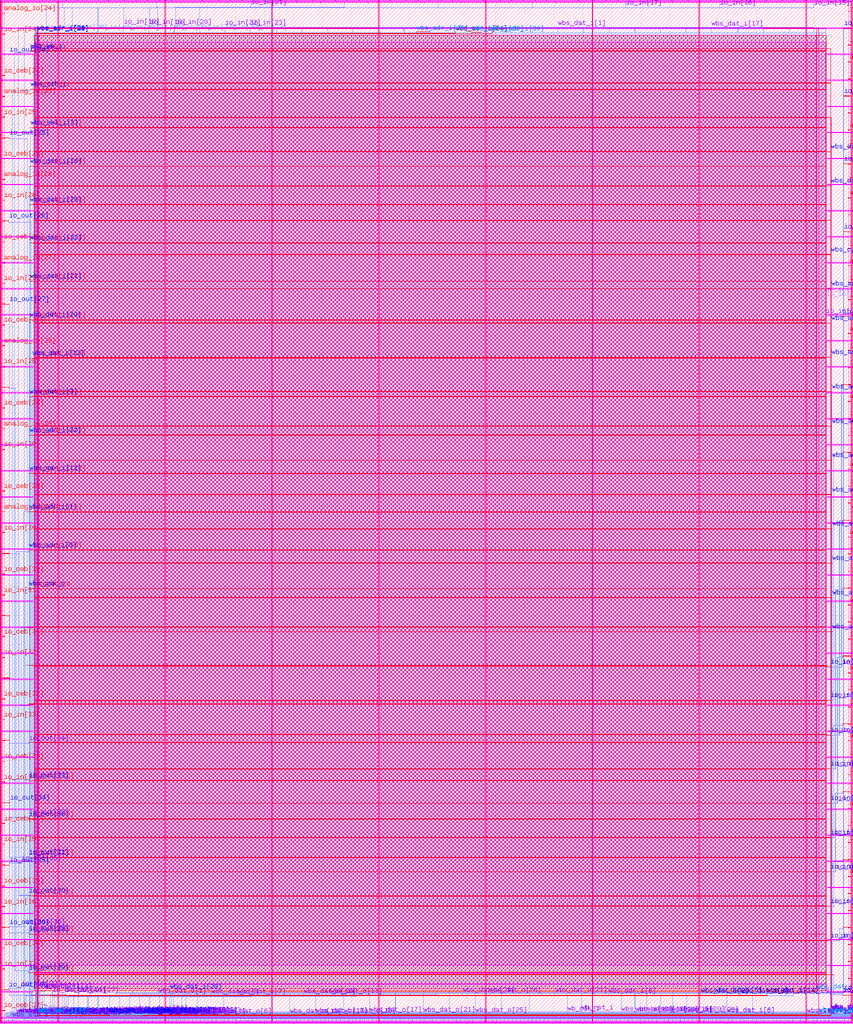
<source format=lef>
VERSION 5.7 ;
  NOWIREEXTENSIONATPIN ON ;
  DIVIDERCHAR "/" ;
  BUSBITCHARS "[]" ;
MACRO user_project_wrapper
  CLASS BLOCK ;
  FOREIGN user_project_wrapper ;
  ORIGIN 0.000 0.000 ;
  SIZE 2920.000 BY 3520.000 ;
  PIN analog_io[0]
    DIRECTION INOUT ;
    PORT
      LAYER met3 ;
        RECT 2917.600 28.980 2924.800 30.180 ;
    END
  END analog_io[0]
  PIN analog_io[10]
    DIRECTION INOUT ;
    PORT
      LAYER met3 ;
        RECT 2917.600 2374.980 2924.800 2376.180 ;
    END
  END analog_io[10]
  PIN analog_io[11]
    DIRECTION INOUT ;
    PORT
      LAYER met3 ;
        RECT 2917.600 2609.580 2924.800 2610.780 ;
    END
  END analog_io[11]
  PIN analog_io[12]
    DIRECTION INOUT ;
    PORT
      LAYER met3 ;
        RECT 2917.600 2844.180 2924.800 2845.380 ;
    END
  END analog_io[12]
  PIN analog_io[13]
    DIRECTION INOUT ;
    PORT
      LAYER met3 ;
        RECT 2917.600 3078.780 2924.800 3079.980 ;
    END
  END analog_io[13]
  PIN analog_io[14]
    DIRECTION INOUT ;
    PORT
      LAYER met3 ;
        RECT 2917.600 3313.380 2924.800 3314.580 ;
    END
  END analog_io[14]
  PIN analog_io[15]
    DIRECTION INOUT ;
    PORT
      LAYER met2 ;
        RECT 2879.090 3517.600 2879.650 3524.800 ;
    END
  END analog_io[15]
  PIN analog_io[16]
    DIRECTION INOUT ;
    PORT
      LAYER met2 ;
        RECT 2554.790 3517.600 2555.350 3524.800 ;
    END
  END analog_io[16]
  PIN analog_io[17]
    DIRECTION INOUT ;
    PORT
      LAYER met2 ;
        RECT 2230.490 3517.600 2231.050 3524.800 ;
    END
  END analog_io[17]
  PIN analog_io[18]
    DIRECTION INOUT ;
    PORT
      LAYER met2 ;
        RECT 1905.730 3517.600 1906.290 3524.800 ;
    END
  END analog_io[18]
  PIN analog_io[19]
    DIRECTION INOUT ;
    PORT
      LAYER met2 ;
        RECT 1581.430 3517.600 1581.990 3524.800 ;
    END
  END analog_io[19]
  PIN analog_io[1]
    DIRECTION INOUT ;
    PORT
      LAYER met3 ;
        RECT 2917.600 263.580 2924.800 264.780 ;
    END
  END analog_io[1]
  PIN analog_io[20]
    DIRECTION INOUT ;
    PORT
      LAYER met2 ;
        RECT 1257.130 3517.600 1257.690 3524.800 ;
    END
  END analog_io[20]
  PIN analog_io[21]
    DIRECTION INOUT ;
    PORT
      LAYER met2 ;
        RECT 932.370 3517.600 932.930 3524.800 ;
    END
  END analog_io[21]
  PIN analog_io[22]
    DIRECTION INOUT ;
    PORT
      LAYER met2 ;
        RECT 608.070 3517.600 608.630 3524.800 ;
    END
  END analog_io[22]
  PIN analog_io[23]
    DIRECTION INOUT ;
    PORT
      LAYER met2 ;
        RECT 283.770 3517.600 284.330 3524.800 ;
    END
  END analog_io[23]
  PIN analog_io[24]
    DIRECTION INOUT ;
    PORT
      LAYER met3 ;
        RECT -4.800 3482.700 2.400 3483.900 ;
    END
  END analog_io[24]
  PIN analog_io[25]
    DIRECTION INOUT ;
    PORT
      LAYER met3 ;
        RECT -4.800 3195.060 2.400 3196.260 ;
    END
  END analog_io[25]
  PIN analog_io[26]
    DIRECTION INOUT ;
    PORT
      LAYER met3 ;
        RECT -4.800 2908.100 2.400 2909.300 ;
    END
  END analog_io[26]
  PIN analog_io[27]
    DIRECTION INOUT ;
    PORT
      LAYER met3 ;
        RECT -4.800 2620.460 2.400 2621.660 ;
    END
  END analog_io[27]
  PIN analog_io[28]
    DIRECTION INOUT ;
    PORT
      LAYER met3 ;
        RECT -4.800 2333.500 2.400 2334.700 ;
    END
  END analog_io[28]
  PIN analog_io[29]
    DIRECTION INOUT ;
    PORT
      LAYER met3 ;
        RECT -4.800 2045.860 2.400 2047.060 ;
    END
  END analog_io[29]
  PIN analog_io[2]
    DIRECTION INOUT ;
    PORT
      LAYER met3 ;
        RECT 2917.600 498.180 2924.800 499.380 ;
    END
  END analog_io[2]
  PIN analog_io[30]
    DIRECTION INOUT ;
    PORT
      LAYER met3 ;
        RECT -4.800 1758.900 2.400 1760.100 ;
    END
  END analog_io[30]
  PIN analog_io[3]
    DIRECTION INOUT ;
    PORT
      LAYER met3 ;
        RECT 2917.600 732.780 2924.800 733.980 ;
    END
  END analog_io[3]
  PIN analog_io[4]
    DIRECTION INOUT ;
    PORT
      LAYER met3 ;
        RECT 2917.600 967.380 2924.800 968.580 ;
    END
  END analog_io[4]
  PIN analog_io[5]
    DIRECTION INOUT ;
    PORT
      LAYER met3 ;
        RECT 2917.600 1201.980 2924.800 1203.180 ;
    END
  END analog_io[5]
  PIN analog_io[6]
    DIRECTION INOUT ;
    PORT
      LAYER met3 ;
        RECT 2917.600 1436.580 2924.800 1437.780 ;
    END
  END analog_io[6]
  PIN analog_io[7]
    DIRECTION INOUT ;
    PORT
      LAYER met3 ;
        RECT 2917.600 1671.180 2924.800 1672.380 ;
    END
  END analog_io[7]
  PIN analog_io[8]
    DIRECTION INOUT ;
    PORT
      LAYER met3 ;
        RECT 2917.600 1905.780 2924.800 1906.980 ;
    END
  END analog_io[8]
  PIN analog_io[9]
    DIRECTION INOUT ;
    PORT
      LAYER met3 ;
        RECT 2917.600 2140.380 2924.800 2141.580 ;
    END
  END analog_io[9]
  PIN io_in[0]
    DIRECTION INPUT ;
    PORT
      LAYER met1 ;
        RECT 2866.790 89.660 2867.110 89.720 ;
        RECT 2898.990 89.660 2899.310 89.720 ;
        RECT 2866.790 89.520 2899.310 89.660 ;
        RECT 2866.790 89.460 2867.110 89.520 ;
        RECT 2898.990 89.460 2899.310 89.520 ;
      LAYER via ;
        RECT 2866.820 89.460 2867.080 89.720 ;
        RECT 2899.020 89.460 2899.280 89.720 ;
      LAYER met2 ;
        RECT 2866.810 159.275 2867.090 159.645 ;
        RECT 2866.880 89.750 2867.020 159.275 ;
        RECT 2866.820 89.430 2867.080 89.750 ;
        RECT 2899.020 89.430 2899.280 89.750 ;
        RECT 2899.080 88.245 2899.220 89.430 ;
        RECT 2899.010 87.875 2899.290 88.245 ;
      LAYER via2 ;
        RECT 2866.810 159.320 2867.090 159.600 ;
        RECT 2899.010 87.920 2899.290 88.200 ;
      LAYER met3 ;
        RECT 2841.000 159.610 2845.000 159.800 ;
        RECT 2866.785 159.610 2867.115 159.625 ;
        RECT 2841.000 159.310 2867.115 159.610 ;
        RECT 2841.000 159.200 2845.000 159.310 ;
        RECT 2866.785 159.295 2867.115 159.310 ;
        RECT 2898.985 88.210 2899.315 88.225 ;
        RECT 2917.600 88.210 2924.800 88.660 ;
        RECT 2898.985 87.910 2924.800 88.210 ;
        RECT 2898.985 87.895 2899.315 87.910 ;
        RECT 2917.600 87.460 2924.800 87.910 ;
    END
  END io_in[0]
  PIN io_in[10]
    DIRECTION INPUT ;
    PORT
      LAYER li1 ;
        RECT 2839.725 3284.825 2839.895 3309.815 ;
        RECT 2839.725 3188.265 2839.895 3211.895 ;
        RECT 2839.725 3091.705 2839.895 3115.335 ;
        RECT 2839.725 2994.465 2839.895 3035.775 ;
        RECT 2839.725 2801.685 2839.895 2815.795 ;
        RECT 2839.725 2753.065 2839.895 2767.175 ;
        RECT 2840.185 2512.005 2840.355 2527.815 ;
        RECT 2840.185 2476.985 2840.355 2511.495 ;
      LAYER mcon ;
        RECT 2839.725 3309.645 2839.895 3309.815 ;
        RECT 2839.725 3211.725 2839.895 3211.895 ;
        RECT 2839.725 3115.165 2839.895 3115.335 ;
        RECT 2839.725 3035.605 2839.895 3035.775 ;
        RECT 2839.725 2815.625 2839.895 2815.795 ;
        RECT 2839.725 2767.005 2839.895 2767.175 ;
        RECT 2840.185 2527.645 2840.355 2527.815 ;
        RECT 2840.185 2511.325 2840.355 2511.495 ;
      LAYER met1 ;
        RECT 942.610 3431.180 942.930 3431.240 ;
        RECT 2839.190 3431.180 2839.510 3431.240 ;
        RECT 942.610 3431.040 2839.510 3431.180 ;
        RECT 942.610 3430.980 942.930 3431.040 ;
        RECT 2839.190 3430.980 2839.510 3431.040 ;
        RECT 2839.650 3309.800 2839.970 3309.860 ;
        RECT 2839.455 3309.660 2839.970 3309.800 ;
        RECT 2839.650 3309.600 2839.970 3309.660 ;
        RECT 2839.650 3284.980 2839.970 3285.040 ;
        RECT 2839.455 3284.840 2839.970 3284.980 ;
        RECT 2839.650 3284.780 2839.970 3284.840 ;
        RECT 2839.650 3211.880 2839.970 3211.940 ;
        RECT 2839.455 3211.740 2839.970 3211.880 ;
        RECT 2839.650 3211.680 2839.970 3211.740 ;
        RECT 2839.650 3188.420 2839.970 3188.480 ;
        RECT 2839.455 3188.280 2839.970 3188.420 ;
        RECT 2839.650 3188.220 2839.970 3188.280 ;
        RECT 2839.650 3115.320 2839.970 3115.380 ;
        RECT 2839.455 3115.180 2839.970 3115.320 ;
        RECT 2839.650 3115.120 2839.970 3115.180 ;
        RECT 2839.650 3091.860 2839.970 3091.920 ;
        RECT 2839.455 3091.720 2839.970 3091.860 ;
        RECT 2839.650 3091.660 2839.970 3091.720 ;
        RECT 2839.650 3035.760 2839.970 3035.820 ;
        RECT 2839.455 3035.620 2839.970 3035.760 ;
        RECT 2839.650 3035.560 2839.970 3035.620 ;
        RECT 2839.650 2994.620 2839.970 2994.680 ;
        RECT 2839.455 2994.480 2839.970 2994.620 ;
        RECT 2839.650 2994.420 2839.970 2994.480 ;
        RECT 2839.650 2863.520 2839.970 2863.780 ;
        RECT 2839.740 2863.100 2839.880 2863.520 ;
        RECT 2839.650 2862.840 2839.970 2863.100 ;
        RECT 2839.650 2815.780 2839.970 2815.840 ;
        RECT 2839.455 2815.640 2839.970 2815.780 ;
        RECT 2839.650 2815.580 2839.970 2815.640 ;
        RECT 2839.650 2801.840 2839.970 2801.900 ;
        RECT 2839.455 2801.700 2839.970 2801.840 ;
        RECT 2839.650 2801.640 2839.970 2801.700 ;
        RECT 2839.650 2767.160 2839.970 2767.220 ;
        RECT 2839.455 2767.020 2839.970 2767.160 ;
        RECT 2839.650 2766.960 2839.970 2767.020 ;
        RECT 2839.650 2753.220 2839.970 2753.280 ;
        RECT 2839.455 2753.080 2839.970 2753.220 ;
        RECT 2839.650 2753.020 2839.970 2753.080 ;
        RECT 2839.650 2670.400 2839.970 2670.660 ;
        RECT 2839.740 2669.980 2839.880 2670.400 ;
        RECT 2839.650 2669.720 2839.970 2669.980 ;
        RECT 2839.650 2574.040 2839.970 2574.100 ;
        RECT 2839.650 2573.900 2840.340 2574.040 ;
        RECT 2839.650 2573.840 2839.970 2573.900 ;
        RECT 2840.200 2573.420 2840.340 2573.900 ;
        RECT 2840.110 2573.160 2840.430 2573.420 ;
        RECT 2840.110 2527.800 2840.430 2527.860 ;
        RECT 2839.915 2527.660 2840.430 2527.800 ;
        RECT 2840.110 2527.600 2840.430 2527.660 ;
        RECT 2840.110 2512.160 2840.430 2512.220 ;
        RECT 2839.915 2512.020 2840.430 2512.160 ;
        RECT 2840.110 2511.960 2840.430 2512.020 ;
        RECT 2840.110 2511.480 2840.430 2511.540 ;
        RECT 2839.915 2511.340 2840.430 2511.480 ;
        RECT 2840.110 2511.280 2840.430 2511.340 ;
        RECT 2839.650 2477.140 2839.970 2477.200 ;
        RECT 2840.125 2477.140 2840.415 2477.185 ;
        RECT 2839.650 2477.000 2840.415 2477.140 ;
        RECT 2839.650 2476.940 2839.970 2477.000 ;
        RECT 2840.125 2476.955 2840.415 2477.000 ;
        RECT 2898.530 2435.660 2898.850 2435.720 ;
        RECT 2839.740 2435.520 2898.850 2435.660 ;
        RECT 2839.740 2435.380 2839.880 2435.520 ;
        RECT 2898.530 2435.460 2898.850 2435.520 ;
        RECT 2839.650 2435.120 2839.970 2435.380 ;
      LAYER via ;
        RECT 942.640 3430.980 942.900 3431.240 ;
        RECT 2839.220 3430.980 2839.480 3431.240 ;
        RECT 2839.680 3309.600 2839.940 3309.860 ;
        RECT 2839.680 3284.780 2839.940 3285.040 ;
        RECT 2839.680 3211.680 2839.940 3211.940 ;
        RECT 2839.680 3188.220 2839.940 3188.480 ;
        RECT 2839.680 3115.120 2839.940 3115.380 ;
        RECT 2839.680 3091.660 2839.940 3091.920 ;
        RECT 2839.680 3035.560 2839.940 3035.820 ;
        RECT 2839.680 2994.420 2839.940 2994.680 ;
        RECT 2839.680 2863.520 2839.940 2863.780 ;
        RECT 2839.680 2862.840 2839.940 2863.100 ;
        RECT 2839.680 2815.580 2839.940 2815.840 ;
        RECT 2839.680 2801.640 2839.940 2801.900 ;
        RECT 2839.680 2766.960 2839.940 2767.220 ;
        RECT 2839.680 2753.020 2839.940 2753.280 ;
        RECT 2839.680 2670.400 2839.940 2670.660 ;
        RECT 2839.680 2669.720 2839.940 2669.980 ;
        RECT 2839.680 2573.840 2839.940 2574.100 ;
        RECT 2840.140 2573.160 2840.400 2573.420 ;
        RECT 2840.140 2527.600 2840.400 2527.860 ;
        RECT 2840.140 2511.960 2840.400 2512.220 ;
        RECT 2840.140 2511.280 2840.400 2511.540 ;
        RECT 2839.680 2476.940 2839.940 2477.200 ;
        RECT 2898.560 2435.460 2898.820 2435.720 ;
        RECT 2839.680 2435.120 2839.940 2435.380 ;
      LAYER met2 ;
        RECT 942.640 3430.950 942.900 3431.270 ;
        RECT 2839.220 3430.950 2839.480 3431.270 ;
        RECT 940.970 3419.450 941.250 3420.000 ;
        RECT 942.700 3419.450 942.840 3430.950 ;
        RECT 940.970 3419.310 942.840 3419.450 ;
        RECT 940.970 3416.000 941.250 3419.310 ;
        RECT 2839.280 3347.370 2839.420 3430.950 ;
        RECT 2838.820 3347.230 2839.420 3347.370 ;
        RECT 2838.820 3309.970 2838.960 3347.230 ;
        RECT 2838.820 3309.890 2839.880 3309.970 ;
        RECT 2838.820 3309.830 2839.940 3309.890 ;
        RECT 2839.680 3309.570 2839.940 3309.830 ;
        RECT 2839.680 3284.980 2839.940 3285.070 ;
        RECT 2839.280 3284.840 2839.940 3284.980 ;
        RECT 2839.280 3250.810 2839.420 3284.840 ;
        RECT 2839.680 3284.750 2839.940 3284.840 ;
        RECT 2838.820 3250.670 2839.420 3250.810 ;
        RECT 2838.820 3212.050 2838.960 3250.670 ;
        RECT 2838.820 3211.970 2839.880 3212.050 ;
        RECT 2838.820 3211.910 2839.940 3211.970 ;
        RECT 2839.680 3211.650 2839.940 3211.910 ;
        RECT 2839.680 3188.250 2839.940 3188.510 ;
        RECT 2839.280 3188.190 2839.940 3188.250 ;
        RECT 2839.280 3188.110 2839.880 3188.190 ;
        RECT 2839.280 3152.890 2839.420 3188.110 ;
        RECT 2838.820 3152.750 2839.420 3152.890 ;
        RECT 2838.820 3115.490 2838.960 3152.750 ;
        RECT 2838.820 3115.410 2839.880 3115.490 ;
        RECT 2838.820 3115.350 2839.940 3115.410 ;
        RECT 2839.680 3115.090 2839.940 3115.350 ;
        RECT 2839.680 3091.690 2839.940 3091.950 ;
        RECT 2839.280 3091.630 2839.940 3091.690 ;
        RECT 2839.280 3091.550 2839.880 3091.630 ;
        RECT 2839.280 3067.210 2839.420 3091.550 ;
        RECT 2838.820 3067.070 2839.420 3067.210 ;
        RECT 2838.820 3035.930 2838.960 3067.070 ;
        RECT 2838.820 3035.850 2839.880 3035.930 ;
        RECT 2838.820 3035.790 2839.940 3035.850 ;
        RECT 2839.680 3035.530 2839.940 3035.790 ;
        RECT 2839.680 2994.620 2839.940 2994.710 ;
        RECT 2839.280 2994.480 2839.940 2994.620 ;
        RECT 2839.280 2873.410 2839.420 2994.480 ;
        RECT 2839.680 2994.390 2839.940 2994.480 ;
        RECT 2839.280 2873.270 2839.880 2873.410 ;
        RECT 2839.740 2863.810 2839.880 2873.270 ;
        RECT 2839.680 2863.490 2839.940 2863.810 ;
        RECT 2839.680 2862.810 2839.940 2863.130 ;
        RECT 2839.740 2849.610 2839.880 2862.810 ;
        RECT 2839.280 2849.470 2839.880 2849.610 ;
        RECT 2839.280 2816.290 2839.420 2849.470 ;
        RECT 2839.280 2816.150 2839.880 2816.290 ;
        RECT 2839.740 2815.870 2839.880 2816.150 ;
        RECT 2839.680 2815.550 2839.940 2815.870 ;
        RECT 2839.680 2801.610 2839.940 2801.930 ;
        RECT 2839.740 2767.250 2839.880 2801.610 ;
        RECT 2839.680 2766.930 2839.940 2767.250 ;
        RECT 2839.740 2753.310 2839.880 2753.465 ;
        RECT 2839.680 2753.050 2839.940 2753.310 ;
        RECT 2839.280 2752.990 2839.940 2753.050 ;
        RECT 2839.280 2752.910 2839.880 2752.990 ;
        RECT 2839.280 2680.970 2839.420 2752.910 ;
        RECT 2839.280 2680.830 2839.880 2680.970 ;
        RECT 2839.740 2670.690 2839.880 2680.830 ;
        RECT 2839.680 2670.370 2839.940 2670.690 ;
        RECT 2839.680 2669.690 2839.940 2670.010 ;
        RECT 2839.740 2656.490 2839.880 2669.690 ;
        RECT 2839.280 2656.350 2839.880 2656.490 ;
        RECT 2839.280 2574.210 2839.420 2656.350 ;
        RECT 2839.280 2574.130 2839.880 2574.210 ;
        RECT 2839.280 2574.070 2839.940 2574.130 ;
        RECT 2839.680 2573.810 2839.940 2574.070 ;
        RECT 2840.140 2573.130 2840.400 2573.450 ;
        RECT 2840.200 2527.890 2840.340 2573.130 ;
        RECT 2840.140 2527.570 2840.400 2527.890 ;
        RECT 2840.140 2511.930 2840.400 2512.250 ;
        RECT 2840.200 2511.570 2840.340 2511.930 ;
        RECT 2840.140 2511.250 2840.400 2511.570 ;
        RECT 2839.680 2476.910 2839.940 2477.230 ;
        RECT 2839.740 2463.370 2839.880 2476.910 ;
        RECT 2839.280 2463.230 2839.880 2463.370 ;
        RECT 2839.280 2435.490 2839.420 2463.230 ;
        RECT 2839.280 2435.410 2839.880 2435.490 ;
        RECT 2898.560 2435.430 2898.820 2435.750 ;
        RECT 2839.280 2435.350 2839.940 2435.410 ;
        RECT 2839.680 2435.090 2839.940 2435.350 ;
        RECT 2898.620 2434.245 2898.760 2435.430 ;
        RECT 2898.550 2433.875 2898.830 2434.245 ;
      LAYER via2 ;
        RECT 2898.550 2433.920 2898.830 2434.200 ;
      LAYER met3 ;
        RECT 2898.525 2434.210 2898.855 2434.225 ;
        RECT 2917.600 2434.210 2924.800 2434.660 ;
        RECT 2898.525 2433.910 2924.800 2434.210 ;
        RECT 2898.525 2433.895 2898.855 2433.910 ;
        RECT 2917.600 2433.460 2924.800 2433.910 ;
    END
  END io_in[10]
  PIN io_in[11]
    DIRECTION INPUT ;
    PORT
      LAYER met3 ;
        RECT 2917.600 2668.740 2924.800 2669.940 ;
    END
  END io_in[11]
  PIN io_in[12]
    DIRECTION INPUT ;
    PORT
      LAYER met3 ;
        RECT 2917.600 2903.340 2924.800 2904.540 ;
    END
  END io_in[12]
  PIN io_in[13]
    DIRECTION INPUT ;
    PORT
      LAYER met3 ;
        RECT 2917.600 3137.940 2924.800 3139.140 ;
    END
  END io_in[13]
  PIN io_in[14]
    DIRECTION INPUT ;
    PORT
      LAYER met3 ;
        RECT 2917.600 3372.540 2924.800 3373.740 ;
    END
  END io_in[14]
  PIN io_in[15]
    DIRECTION INPUT ;
    PORT
      LAYER met1 ;
        RECT 144.510 3501.560 144.830 3501.620 ;
        RECT 2798.250 3501.560 2798.570 3501.620 ;
        RECT 144.510 3501.420 2798.570 3501.560 ;
        RECT 144.510 3501.360 144.830 3501.420 ;
        RECT 2798.250 3501.360 2798.570 3501.420 ;
      LAYER via ;
        RECT 144.540 3501.360 144.800 3501.620 ;
        RECT 2798.280 3501.360 2798.540 3501.620 ;
      LAYER met2 ;
        RECT 2798.130 3517.600 2798.690 3524.800 ;
        RECT 2798.340 3501.650 2798.480 3517.600 ;
        RECT 144.540 3501.330 144.800 3501.650 ;
        RECT 2798.280 3501.330 2798.540 3501.650 ;
        RECT 144.600 3420.810 144.740 3501.330 ;
        RECT 144.370 3420.670 144.740 3420.810 ;
        RECT 144.370 3420.000 144.510 3420.670 ;
        RECT 144.250 3416.000 144.530 3420.000 ;
    END
  END io_in[15]
  PIN io_in[16]
    DIRECTION INPUT ;
    PORT
      LAYER met1 ;
        RECT 234.210 3501.900 234.530 3501.960 ;
        RECT 2473.950 3501.900 2474.270 3501.960 ;
        RECT 234.210 3501.760 2474.270 3501.900 ;
        RECT 234.210 3501.700 234.530 3501.760 ;
        RECT 2473.950 3501.700 2474.270 3501.760 ;
      LAYER via ;
        RECT 234.240 3501.700 234.500 3501.960 ;
        RECT 2473.980 3501.700 2474.240 3501.960 ;
      LAYER met2 ;
        RECT 2473.830 3517.600 2474.390 3524.800 ;
        RECT 2474.040 3501.990 2474.180 3517.600 ;
        RECT 234.240 3501.670 234.500 3501.990 ;
        RECT 2473.980 3501.670 2474.240 3501.990 ;
        RECT 232.570 3419.450 232.850 3420.000 ;
        RECT 234.300 3419.450 234.440 3501.670 ;
        RECT 232.570 3419.310 234.440 3419.450 ;
        RECT 232.570 3416.000 232.850 3419.310 ;
    END
  END io_in[16]
  PIN io_in[17]
    DIRECTION INPUT ;
    PORT
      LAYER met1 ;
        RECT 323.910 3502.240 324.230 3502.300 ;
        RECT 2149.190 3502.240 2149.510 3502.300 ;
        RECT 323.910 3502.100 2149.510 3502.240 ;
        RECT 323.910 3502.040 324.230 3502.100 ;
        RECT 2149.190 3502.040 2149.510 3502.100 ;
      LAYER via ;
        RECT 323.940 3502.040 324.200 3502.300 ;
        RECT 2149.220 3502.040 2149.480 3502.300 ;
      LAYER met2 ;
        RECT 2149.070 3517.600 2149.630 3524.800 ;
        RECT 2149.280 3502.330 2149.420 3517.600 ;
        RECT 323.940 3502.010 324.200 3502.330 ;
        RECT 2149.220 3502.010 2149.480 3502.330 ;
        RECT 320.890 3418.770 321.170 3420.000 ;
        RECT 324.000 3418.770 324.140 3502.010 ;
        RECT 320.890 3418.630 324.140 3418.770 ;
        RECT 320.890 3416.000 321.170 3418.630 ;
    END
  END io_in[17]
  PIN io_in[18]
    DIRECTION INPUT ;
    PORT
      LAYER met1 ;
        RECT 413.610 3502.580 413.930 3502.640 ;
        RECT 1824.890 3502.580 1825.210 3502.640 ;
        RECT 413.610 3502.440 1825.210 3502.580 ;
        RECT 413.610 3502.380 413.930 3502.440 ;
        RECT 1824.890 3502.380 1825.210 3502.440 ;
        RECT 411.310 3435.940 411.630 3436.000 ;
        RECT 413.610 3435.940 413.930 3436.000 ;
        RECT 411.310 3435.800 413.930 3435.940 ;
        RECT 411.310 3435.740 411.630 3435.800 ;
        RECT 413.610 3435.740 413.930 3435.800 ;
      LAYER via ;
        RECT 413.640 3502.380 413.900 3502.640 ;
        RECT 1824.920 3502.380 1825.180 3502.640 ;
        RECT 411.340 3435.740 411.600 3436.000 ;
        RECT 413.640 3435.740 413.900 3436.000 ;
      LAYER met2 ;
        RECT 1824.770 3517.600 1825.330 3524.800 ;
        RECT 1824.980 3502.670 1825.120 3517.600 ;
        RECT 413.640 3502.350 413.900 3502.670 ;
        RECT 1824.920 3502.350 1825.180 3502.670 ;
        RECT 413.700 3436.030 413.840 3502.350 ;
        RECT 411.340 3435.710 411.600 3436.030 ;
        RECT 413.640 3435.710 413.900 3436.030 ;
        RECT 409.670 3419.450 409.950 3420.000 ;
        RECT 411.400 3419.450 411.540 3435.710 ;
        RECT 409.670 3419.310 411.540 3419.450 ;
        RECT 409.670 3416.000 409.950 3419.310 ;
    END
  END io_in[18]
  PIN io_in[19]
    DIRECTION INPUT ;
    PORT
      LAYER met1 ;
        RECT 503.310 3502.920 503.630 3502.980 ;
        RECT 1500.590 3502.920 1500.910 3502.980 ;
        RECT 503.310 3502.780 1500.910 3502.920 ;
        RECT 503.310 3502.720 503.630 3502.780 ;
        RECT 1500.590 3502.720 1500.910 3502.780 ;
        RECT 499.630 3434.240 499.950 3434.300 ;
        RECT 503.310 3434.240 503.630 3434.300 ;
        RECT 499.630 3434.100 503.630 3434.240 ;
        RECT 499.630 3434.040 499.950 3434.100 ;
        RECT 503.310 3434.040 503.630 3434.100 ;
      LAYER via ;
        RECT 503.340 3502.720 503.600 3502.980 ;
        RECT 1500.620 3502.720 1500.880 3502.980 ;
        RECT 499.660 3434.040 499.920 3434.300 ;
        RECT 503.340 3434.040 503.600 3434.300 ;
      LAYER met2 ;
        RECT 1500.470 3517.600 1501.030 3524.800 ;
        RECT 1500.680 3503.010 1500.820 3517.600 ;
        RECT 503.340 3502.690 503.600 3503.010 ;
        RECT 1500.620 3502.690 1500.880 3503.010 ;
        RECT 503.400 3434.330 503.540 3502.690 ;
        RECT 499.660 3434.010 499.920 3434.330 ;
        RECT 503.340 3434.010 503.600 3434.330 ;
        RECT 497.990 3419.450 498.270 3420.000 ;
        RECT 499.720 3419.450 499.860 3434.010 ;
        RECT 497.990 3419.310 499.860 3419.450 ;
        RECT 497.990 3416.000 498.270 3419.310 ;
    END
  END io_in[19]
  PIN io_in[1]
    DIRECTION INPUT ;
    PORT
      LAYER met1 ;
        RECT 2887.030 317.800 2887.350 317.860 ;
        RECT 2900.830 317.800 2901.150 317.860 ;
        RECT 2887.030 317.660 2901.150 317.800 ;
        RECT 2887.030 317.600 2887.350 317.660 ;
        RECT 2900.830 317.600 2901.150 317.660 ;
        RECT 2856.210 276.660 2856.530 276.720 ;
        RECT 2887.030 276.660 2887.350 276.720 ;
        RECT 2856.210 276.520 2887.350 276.660 ;
        RECT 2856.210 276.460 2856.530 276.520 ;
        RECT 2887.030 276.460 2887.350 276.520 ;
      LAYER via ;
        RECT 2887.060 317.600 2887.320 317.860 ;
        RECT 2900.860 317.600 2901.120 317.860 ;
        RECT 2856.240 276.460 2856.500 276.720 ;
        RECT 2887.060 276.460 2887.320 276.720 ;
      LAYER met2 ;
        RECT 2900.850 322.475 2901.130 322.845 ;
        RECT 2900.920 317.890 2901.060 322.475 ;
        RECT 2887.060 317.570 2887.320 317.890 ;
        RECT 2900.860 317.570 2901.120 317.890 ;
        RECT 2887.120 276.750 2887.260 317.570 ;
        RECT 2856.240 276.605 2856.500 276.750 ;
        RECT 2856.230 276.235 2856.510 276.605 ;
        RECT 2887.060 276.430 2887.320 276.750 ;
      LAYER via2 ;
        RECT 2900.850 322.520 2901.130 322.800 ;
        RECT 2856.230 276.280 2856.510 276.560 ;
      LAYER met3 ;
        RECT 2900.825 322.810 2901.155 322.825 ;
        RECT 2917.600 322.810 2924.800 323.260 ;
        RECT 2900.825 322.510 2924.800 322.810 ;
        RECT 2900.825 322.495 2901.155 322.510 ;
        RECT 2917.600 322.060 2924.800 322.510 ;
        RECT 2841.000 277.520 2845.000 278.120 ;
        RECT 2843.110 276.570 2843.410 277.520 ;
        RECT 2856.205 276.570 2856.535 276.585 ;
        RECT 2843.110 276.270 2856.535 276.570 ;
        RECT 2856.205 276.255 2856.535 276.270 ;
    END
  END io_in[1]
  PIN io_in[20]
    DIRECTION INPUT ;
    PORT
      LAYER met1 ;
        RECT 593.010 3503.260 593.330 3503.320 ;
        RECT 1175.830 3503.260 1176.150 3503.320 ;
        RECT 593.010 3503.120 1176.150 3503.260 ;
        RECT 593.010 3503.060 593.330 3503.120 ;
        RECT 1175.830 3503.060 1176.150 3503.120 ;
        RECT 588.410 3435.600 588.730 3435.660 ;
        RECT 593.010 3435.600 593.330 3435.660 ;
        RECT 588.410 3435.460 593.330 3435.600 ;
        RECT 588.410 3435.400 588.730 3435.460 ;
        RECT 593.010 3435.400 593.330 3435.460 ;
      LAYER via ;
        RECT 593.040 3503.060 593.300 3503.320 ;
        RECT 1175.860 3503.060 1176.120 3503.320 ;
        RECT 588.440 3435.400 588.700 3435.660 ;
        RECT 593.040 3435.400 593.300 3435.660 ;
      LAYER met2 ;
        RECT 1175.710 3517.600 1176.270 3524.800 ;
        RECT 1175.920 3503.350 1176.060 3517.600 ;
        RECT 593.040 3503.030 593.300 3503.350 ;
        RECT 1175.860 3503.030 1176.120 3503.350 ;
        RECT 593.100 3435.690 593.240 3503.030 ;
        RECT 588.440 3435.370 588.700 3435.690 ;
        RECT 593.040 3435.370 593.300 3435.690 ;
        RECT 586.770 3419.450 587.050 3420.000 ;
        RECT 588.500 3419.450 588.640 3435.370 ;
        RECT 586.770 3419.310 588.640 3419.450 ;
        RECT 586.770 3416.000 587.050 3419.310 ;
    END
  END io_in[20]
  PIN io_in[21]
    DIRECTION INPUT ;
    PORT
      LAYER met1 ;
        RECT 675.810 3503.600 676.130 3503.660 ;
        RECT 851.530 3503.600 851.850 3503.660 ;
        RECT 675.810 3503.460 851.850 3503.600 ;
        RECT 675.810 3503.400 676.130 3503.460 ;
        RECT 851.530 3503.400 851.850 3503.460 ;
      LAYER via ;
        RECT 675.840 3503.400 676.100 3503.660 ;
        RECT 851.560 3503.400 851.820 3503.660 ;
      LAYER met2 ;
        RECT 851.410 3517.600 851.970 3524.800 ;
        RECT 851.620 3503.690 851.760 3517.600 ;
        RECT 675.840 3503.370 676.100 3503.690 ;
        RECT 851.560 3503.370 851.820 3503.690 ;
        RECT 675.090 3419.450 675.370 3420.000 ;
        RECT 675.900 3419.450 676.040 3503.370 ;
        RECT 675.090 3419.310 676.040 3419.450 ;
        RECT 675.090 3416.000 675.370 3419.310 ;
    END
  END io_in[21]
  PIN io_in[22]
    DIRECTION INPUT ;
    PORT
      LAYER met1 ;
        RECT 527.230 3503.260 527.550 3503.320 ;
        RECT 530.910 3503.260 531.230 3503.320 ;
        RECT 527.230 3503.120 531.230 3503.260 ;
        RECT 527.230 3503.060 527.550 3503.120 ;
        RECT 530.910 3503.060 531.230 3503.120 ;
        RECT 530.910 3433.560 531.230 3433.620 ;
        RECT 762.290 3433.560 762.610 3433.620 ;
        RECT 530.910 3433.420 762.610 3433.560 ;
        RECT 530.910 3433.360 531.230 3433.420 ;
        RECT 762.290 3433.360 762.610 3433.420 ;
      LAYER via ;
        RECT 527.260 3503.060 527.520 3503.320 ;
        RECT 530.940 3503.060 531.200 3503.320 ;
        RECT 530.940 3433.360 531.200 3433.620 ;
        RECT 762.320 3433.360 762.580 3433.620 ;
      LAYER met2 ;
        RECT 527.110 3517.600 527.670 3524.800 ;
        RECT 527.320 3503.350 527.460 3517.600 ;
        RECT 527.260 3503.030 527.520 3503.350 ;
        RECT 530.940 3503.030 531.200 3503.350 ;
        RECT 531.000 3433.650 531.140 3503.030 ;
        RECT 530.940 3433.330 531.200 3433.650 ;
        RECT 762.320 3433.330 762.580 3433.650 ;
        RECT 762.380 3419.450 762.520 3433.330 ;
        RECT 763.870 3419.450 764.150 3420.000 ;
        RECT 762.380 3419.310 764.150 3419.450 ;
        RECT 763.870 3416.000 764.150 3419.310 ;
    END
  END io_in[22]
  PIN io_in[23]
    DIRECTION INPUT ;
    PORT
      LAYER met1 ;
        RECT 202.470 3502.240 202.790 3502.300 ;
        RECT 206.610 3502.240 206.930 3502.300 ;
        RECT 202.470 3502.100 206.930 3502.240 ;
        RECT 202.470 3502.040 202.790 3502.100 ;
        RECT 206.610 3502.040 206.930 3502.100 ;
        RECT 206.610 3433.220 206.930 3433.280 ;
        RECT 850.610 3433.220 850.930 3433.280 ;
        RECT 206.610 3433.080 850.930 3433.220 ;
        RECT 206.610 3433.020 206.930 3433.080 ;
        RECT 850.610 3433.020 850.930 3433.080 ;
      LAYER via ;
        RECT 202.500 3502.040 202.760 3502.300 ;
        RECT 206.640 3502.040 206.900 3502.300 ;
        RECT 206.640 3433.020 206.900 3433.280 ;
        RECT 850.640 3433.020 850.900 3433.280 ;
      LAYER met2 ;
        RECT 202.350 3517.600 202.910 3524.800 ;
        RECT 202.560 3502.330 202.700 3517.600 ;
        RECT 202.500 3502.010 202.760 3502.330 ;
        RECT 206.640 3502.010 206.900 3502.330 ;
        RECT 206.700 3433.310 206.840 3502.010 ;
        RECT 206.640 3432.990 206.900 3433.310 ;
        RECT 850.640 3432.990 850.900 3433.310 ;
        RECT 850.700 3419.450 850.840 3432.990 ;
        RECT 852.190 3419.450 852.470 3420.000 ;
        RECT 850.700 3419.310 852.470 3419.450 ;
        RECT 852.190 3416.000 852.470 3419.310 ;
    END
  END io_in[23]
  PIN io_in[24]
    DIRECTION INPUT ;
    PORT
      LAYER met3 ;
        RECT -4.800 3410.620 2.400 3411.820 ;
    END
  END io_in[24]
  PIN io_in[25]
    DIRECTION INPUT ;
    PORT
      LAYER met3 ;
        RECT -4.800 3123.660 2.400 3124.860 ;
    END
  END io_in[25]
  PIN io_in[26]
    DIRECTION INPUT ;
    PORT
      LAYER met3 ;
        RECT -4.800 2836.020 2.400 2837.220 ;
    END
  END io_in[26]
  PIN io_in[27]
    DIRECTION INPUT ;
    PORT
      LAYER met3 ;
        RECT -4.800 2549.060 2.400 2550.260 ;
    END
  END io_in[27]
  PIN io_in[28]
    DIRECTION INPUT ;
    PORT
      LAYER met3 ;
        RECT -4.800 2261.420 2.400 2262.620 ;
    END
  END io_in[28]
  PIN io_in[29]
    DIRECTION INPUT ;
    PORT
      LAYER met3 ;
        RECT -4.800 1974.460 2.400 1975.660 ;
    END
  END io_in[29]
  PIN io_in[2]
    DIRECTION INPUT ;
    PORT
      LAYER met1 ;
        RECT 2866.790 552.400 2867.110 552.460 ;
        RECT 2898.070 552.400 2898.390 552.460 ;
        RECT 2866.790 552.260 2898.390 552.400 ;
        RECT 2866.790 552.200 2867.110 552.260 ;
        RECT 2898.070 552.200 2898.390 552.260 ;
        RECT 2856.210 396.340 2856.530 396.400 ;
        RECT 2866.790 396.340 2867.110 396.400 ;
        RECT 2856.210 396.200 2867.110 396.340 ;
        RECT 2856.210 396.140 2856.530 396.200 ;
        RECT 2866.790 396.140 2867.110 396.200 ;
      LAYER via ;
        RECT 2866.820 552.200 2867.080 552.460 ;
        RECT 2898.100 552.200 2898.360 552.460 ;
        RECT 2856.240 396.140 2856.500 396.400 ;
        RECT 2866.820 396.140 2867.080 396.400 ;
      LAYER met2 ;
        RECT 2898.090 557.075 2898.370 557.445 ;
        RECT 2898.160 552.490 2898.300 557.075 ;
        RECT 2866.820 552.170 2867.080 552.490 ;
        RECT 2898.100 552.170 2898.360 552.490 ;
        RECT 2866.880 396.430 2867.020 552.170 ;
        RECT 2856.240 396.285 2856.500 396.430 ;
        RECT 2856.230 395.915 2856.510 396.285 ;
        RECT 2866.820 396.110 2867.080 396.430 ;
      LAYER via2 ;
        RECT 2898.090 557.120 2898.370 557.400 ;
        RECT 2856.230 395.960 2856.510 396.240 ;
      LAYER met3 ;
        RECT 2898.065 557.410 2898.395 557.425 ;
        RECT 2917.600 557.410 2924.800 557.860 ;
        RECT 2898.065 557.110 2924.800 557.410 ;
        RECT 2898.065 557.095 2898.395 557.110 ;
        RECT 2917.600 556.660 2924.800 557.110 ;
        RECT 2841.000 396.250 2845.000 396.440 ;
        RECT 2856.205 396.250 2856.535 396.265 ;
        RECT 2841.000 395.950 2856.535 396.250 ;
        RECT 2841.000 395.840 2845.000 395.950 ;
        RECT 2856.205 395.935 2856.535 395.950 ;
    END
  END io_in[2]
  PIN io_in[30]
    DIRECTION INPUT ;
    PORT
      LAYER met3 ;
        RECT -4.800 1686.820 2.400 1688.020 ;
    END
  END io_in[30]
  PIN io_in[31]
    DIRECTION INPUT ;
    PORT
      LAYER met3 ;
        RECT -4.800 1471.260 2.400 1472.460 ;
    END
  END io_in[31]
  PIN io_in[32]
    DIRECTION INPUT ;
    PORT
      LAYER met3 ;
        RECT -4.800 1255.700 2.400 1256.900 ;
    END
  END io_in[32]
  PIN io_in[33]
    DIRECTION INPUT ;
    PORT
      LAYER met3 ;
        RECT -4.800 1040.140 2.400 1041.340 ;
    END
  END io_in[33]
  PIN io_in[34]
    DIRECTION INPUT ;
    PORT
      LAYER met3 ;
        RECT -4.800 824.580 2.400 825.780 ;
    END
  END io_in[34]
  PIN io_in[35]
    DIRECTION INPUT ;
    PORT
      LAYER met3 ;
        RECT -4.800 609.700 2.400 610.900 ;
    END
  END io_in[35]
  PIN io_in[36]
    DIRECTION INPUT ;
    PORT
      LAYER met3 ;
        RECT -4.800 394.140 2.400 395.340 ;
    END
  END io_in[36]
  PIN io_in[37]
    DIRECTION INPUT ;
    PORT
      LAYER met3 ;
        RECT -4.800 178.580 2.400 179.780 ;
    END
  END io_in[37]
  PIN io_in[3]
    DIRECTION INPUT ;
    PORT
      LAYER met1 ;
        RECT 2873.690 787.000 2874.010 787.060 ;
        RECT 2898.070 787.000 2898.390 787.060 ;
        RECT 2873.690 786.860 2898.390 787.000 ;
        RECT 2873.690 786.800 2874.010 786.860 ;
        RECT 2898.070 786.800 2898.390 786.860 ;
        RECT 2856.210 515.340 2856.530 515.400 ;
        RECT 2873.690 515.340 2874.010 515.400 ;
        RECT 2856.210 515.200 2874.010 515.340 ;
        RECT 2856.210 515.140 2856.530 515.200 ;
        RECT 2873.690 515.140 2874.010 515.200 ;
      LAYER via ;
        RECT 2873.720 786.800 2873.980 787.060 ;
        RECT 2898.100 786.800 2898.360 787.060 ;
        RECT 2856.240 515.140 2856.500 515.400 ;
        RECT 2873.720 515.140 2873.980 515.400 ;
      LAYER met2 ;
        RECT 2898.090 791.675 2898.370 792.045 ;
        RECT 2898.160 787.090 2898.300 791.675 ;
        RECT 2873.720 786.770 2873.980 787.090 ;
        RECT 2898.100 786.770 2898.360 787.090 ;
        RECT 2873.780 515.430 2873.920 786.770 ;
        RECT 2856.240 515.285 2856.500 515.430 ;
        RECT 2856.230 514.915 2856.510 515.285 ;
        RECT 2873.720 515.110 2873.980 515.430 ;
      LAYER via2 ;
        RECT 2898.090 791.720 2898.370 792.000 ;
        RECT 2856.230 514.960 2856.510 515.240 ;
      LAYER met3 ;
        RECT 2898.065 792.010 2898.395 792.025 ;
        RECT 2917.600 792.010 2924.800 792.460 ;
        RECT 2898.065 791.710 2924.800 792.010 ;
        RECT 2898.065 791.695 2898.395 791.710 ;
        RECT 2917.600 791.260 2924.800 791.710 ;
        RECT 2841.000 515.250 2845.000 515.440 ;
        RECT 2856.205 515.250 2856.535 515.265 ;
        RECT 2841.000 514.950 2856.535 515.250 ;
        RECT 2841.000 514.840 2845.000 514.950 ;
        RECT 2856.205 514.935 2856.535 514.950 ;
    END
  END io_in[3]
  PIN io_in[4]
    DIRECTION INPUT ;
    PORT
      LAYER met1 ;
        RECT 2866.790 1021.600 2867.110 1021.660 ;
        RECT 2898.070 1021.600 2898.390 1021.660 ;
        RECT 2866.790 1021.460 2898.390 1021.600 ;
        RECT 2866.790 1021.400 2867.110 1021.460 ;
        RECT 2898.070 1021.400 2898.390 1021.460 ;
        RECT 2856.210 633.660 2856.530 633.720 ;
        RECT 2866.790 633.660 2867.110 633.720 ;
        RECT 2856.210 633.520 2867.110 633.660 ;
        RECT 2856.210 633.460 2856.530 633.520 ;
        RECT 2866.790 633.460 2867.110 633.520 ;
      LAYER via ;
        RECT 2866.820 1021.400 2867.080 1021.660 ;
        RECT 2898.100 1021.400 2898.360 1021.660 ;
        RECT 2856.240 633.460 2856.500 633.720 ;
        RECT 2866.820 633.460 2867.080 633.720 ;
      LAYER met2 ;
        RECT 2898.090 1026.275 2898.370 1026.645 ;
        RECT 2898.160 1021.690 2898.300 1026.275 ;
        RECT 2866.820 1021.370 2867.080 1021.690 ;
        RECT 2898.100 1021.370 2898.360 1021.690 ;
        RECT 2866.880 633.750 2867.020 1021.370 ;
        RECT 2856.240 633.605 2856.500 633.750 ;
        RECT 2856.230 633.235 2856.510 633.605 ;
        RECT 2866.820 633.430 2867.080 633.750 ;
      LAYER via2 ;
        RECT 2898.090 1026.320 2898.370 1026.600 ;
        RECT 2856.230 633.280 2856.510 633.560 ;
      LAYER met3 ;
        RECT 2898.065 1026.610 2898.395 1026.625 ;
        RECT 2917.600 1026.610 2924.800 1027.060 ;
        RECT 2898.065 1026.310 2924.800 1026.610 ;
        RECT 2898.065 1026.295 2898.395 1026.310 ;
        RECT 2917.600 1025.860 2924.800 1026.310 ;
        RECT 2841.000 633.570 2845.000 633.760 ;
        RECT 2856.205 633.570 2856.535 633.585 ;
        RECT 2841.000 633.270 2856.535 633.570 ;
        RECT 2841.000 633.160 2845.000 633.270 ;
        RECT 2856.205 633.255 2856.535 633.270 ;
    END
  END io_in[4]
  PIN io_in[5]
    DIRECTION INPUT ;
    PORT
      LAYER met1 ;
        RECT 2880.590 1256.200 2880.910 1256.260 ;
        RECT 2898.070 1256.200 2898.390 1256.260 ;
        RECT 2880.590 1256.060 2898.390 1256.200 ;
        RECT 2880.590 1256.000 2880.910 1256.060 ;
        RECT 2898.070 1256.000 2898.390 1256.060 ;
        RECT 2856.210 751.980 2856.530 752.040 ;
        RECT 2880.590 751.980 2880.910 752.040 ;
        RECT 2856.210 751.840 2880.910 751.980 ;
        RECT 2856.210 751.780 2856.530 751.840 ;
        RECT 2880.590 751.780 2880.910 751.840 ;
      LAYER via ;
        RECT 2880.620 1256.000 2880.880 1256.260 ;
        RECT 2898.100 1256.000 2898.360 1256.260 ;
        RECT 2856.240 751.780 2856.500 752.040 ;
        RECT 2880.620 751.780 2880.880 752.040 ;
      LAYER met2 ;
        RECT 2898.090 1260.875 2898.370 1261.245 ;
        RECT 2898.160 1256.290 2898.300 1260.875 ;
        RECT 2880.620 1255.970 2880.880 1256.290 ;
        RECT 2898.100 1255.970 2898.360 1256.290 ;
        RECT 2880.680 752.070 2880.820 1255.970 ;
        RECT 2856.240 751.925 2856.500 752.070 ;
        RECT 2856.230 751.555 2856.510 751.925 ;
        RECT 2880.620 751.750 2880.880 752.070 ;
      LAYER via2 ;
        RECT 2898.090 1260.920 2898.370 1261.200 ;
        RECT 2856.230 751.600 2856.510 751.880 ;
      LAYER met3 ;
        RECT 2898.065 1261.210 2898.395 1261.225 ;
        RECT 2917.600 1261.210 2924.800 1261.660 ;
        RECT 2898.065 1260.910 2924.800 1261.210 ;
        RECT 2898.065 1260.895 2898.395 1260.910 ;
        RECT 2917.600 1260.460 2924.800 1260.910 ;
        RECT 2841.000 751.890 2845.000 752.080 ;
        RECT 2856.205 751.890 2856.535 751.905 ;
        RECT 2841.000 751.590 2856.535 751.890 ;
        RECT 2841.000 751.480 2845.000 751.590 ;
        RECT 2856.205 751.575 2856.535 751.590 ;
    END
  END io_in[5]
  PIN io_in[6]
    DIRECTION INPUT ;
    PORT
      LAYER met1 ;
        RECT 2873.690 1490.800 2874.010 1490.860 ;
        RECT 2898.070 1490.800 2898.390 1490.860 ;
        RECT 2873.690 1490.660 2898.390 1490.800 ;
        RECT 2873.690 1490.600 2874.010 1490.660 ;
        RECT 2898.070 1490.600 2898.390 1490.660 ;
        RECT 2856.210 870.980 2856.530 871.040 ;
        RECT 2873.690 870.980 2874.010 871.040 ;
        RECT 2856.210 870.840 2874.010 870.980 ;
        RECT 2856.210 870.780 2856.530 870.840 ;
        RECT 2873.690 870.780 2874.010 870.840 ;
      LAYER via ;
        RECT 2873.720 1490.600 2873.980 1490.860 ;
        RECT 2898.100 1490.600 2898.360 1490.860 ;
        RECT 2856.240 870.780 2856.500 871.040 ;
        RECT 2873.720 870.780 2873.980 871.040 ;
      LAYER met2 ;
        RECT 2898.090 1495.475 2898.370 1495.845 ;
        RECT 2898.160 1490.890 2898.300 1495.475 ;
        RECT 2873.720 1490.570 2873.980 1490.890 ;
        RECT 2898.100 1490.570 2898.360 1490.890 ;
        RECT 2873.780 871.070 2873.920 1490.570 ;
        RECT 2856.240 870.925 2856.500 871.070 ;
        RECT 2856.230 870.555 2856.510 870.925 ;
        RECT 2873.720 870.750 2873.980 871.070 ;
      LAYER via2 ;
        RECT 2898.090 1495.520 2898.370 1495.800 ;
        RECT 2856.230 870.600 2856.510 870.880 ;
      LAYER met3 ;
        RECT 2898.065 1495.810 2898.395 1495.825 ;
        RECT 2917.600 1495.810 2924.800 1496.260 ;
        RECT 2898.065 1495.510 2924.800 1495.810 ;
        RECT 2898.065 1495.495 2898.395 1495.510 ;
        RECT 2917.600 1495.060 2924.800 1495.510 ;
        RECT 2841.000 870.890 2845.000 871.080 ;
        RECT 2856.205 870.890 2856.535 870.905 ;
        RECT 2841.000 870.590 2856.535 870.890 ;
        RECT 2841.000 870.480 2845.000 870.590 ;
        RECT 2856.205 870.575 2856.535 870.590 ;
    END
  END io_in[6]
  PIN io_in[7]
    DIRECTION INPUT ;
    PORT
      LAYER met1 ;
        RECT 2887.490 1727.780 2887.810 1727.840 ;
        RECT 2898.070 1727.780 2898.390 1727.840 ;
        RECT 2887.490 1727.640 2898.390 1727.780 ;
        RECT 2887.490 1727.580 2887.810 1727.640 ;
        RECT 2898.070 1727.580 2898.390 1727.640 ;
        RECT 2856.210 987.260 2856.530 987.320 ;
        RECT 2887.490 987.260 2887.810 987.320 ;
        RECT 2856.210 987.120 2887.810 987.260 ;
        RECT 2856.210 987.060 2856.530 987.120 ;
        RECT 2887.490 987.060 2887.810 987.120 ;
      LAYER via ;
        RECT 2887.520 1727.580 2887.780 1727.840 ;
        RECT 2898.100 1727.580 2898.360 1727.840 ;
        RECT 2856.240 987.060 2856.500 987.320 ;
        RECT 2887.520 987.060 2887.780 987.320 ;
      LAYER met2 ;
        RECT 2898.090 1730.075 2898.370 1730.445 ;
        RECT 2898.160 1727.870 2898.300 1730.075 ;
        RECT 2887.520 1727.550 2887.780 1727.870 ;
        RECT 2898.100 1727.550 2898.360 1727.870 ;
        RECT 2856.230 987.515 2856.510 987.885 ;
        RECT 2856.300 987.350 2856.440 987.515 ;
        RECT 2887.580 987.350 2887.720 1727.550 ;
        RECT 2856.240 987.030 2856.500 987.350 ;
        RECT 2887.520 987.030 2887.780 987.350 ;
      LAYER via2 ;
        RECT 2898.090 1730.120 2898.370 1730.400 ;
        RECT 2856.230 987.560 2856.510 987.840 ;
      LAYER met3 ;
        RECT 2898.065 1730.410 2898.395 1730.425 ;
        RECT 2917.600 1730.410 2924.800 1730.860 ;
        RECT 2898.065 1730.110 2924.800 1730.410 ;
        RECT 2898.065 1730.095 2898.395 1730.110 ;
        RECT 2917.600 1729.660 2924.800 1730.110 ;
        RECT 2841.000 988.800 2845.000 989.400 ;
        RECT 2844.030 987.850 2844.330 988.800 ;
        RECT 2856.205 987.850 2856.535 987.865 ;
        RECT 2844.030 987.550 2856.535 987.850 ;
        RECT 2856.205 987.535 2856.535 987.550 ;
    END
  END io_in[7]
  PIN io_in[8]
    DIRECTION INPUT ;
    PORT
      LAYER met1 ;
        RECT 2866.790 1960.000 2867.110 1960.060 ;
        RECT 2898.070 1960.000 2898.390 1960.060 ;
        RECT 2866.790 1959.860 2898.390 1960.000 ;
        RECT 2866.790 1959.800 2867.110 1959.860 ;
        RECT 2898.070 1959.800 2898.390 1959.860 ;
        RECT 2856.210 1107.620 2856.530 1107.680 ;
        RECT 2866.790 1107.620 2867.110 1107.680 ;
        RECT 2856.210 1107.480 2867.110 1107.620 ;
        RECT 2856.210 1107.420 2856.530 1107.480 ;
        RECT 2866.790 1107.420 2867.110 1107.480 ;
      LAYER via ;
        RECT 2866.820 1959.800 2867.080 1960.060 ;
        RECT 2898.100 1959.800 2898.360 1960.060 ;
        RECT 2856.240 1107.420 2856.500 1107.680 ;
        RECT 2866.820 1107.420 2867.080 1107.680 ;
      LAYER met2 ;
        RECT 2898.090 1964.675 2898.370 1965.045 ;
        RECT 2898.160 1960.090 2898.300 1964.675 ;
        RECT 2866.820 1959.770 2867.080 1960.090 ;
        RECT 2898.100 1959.770 2898.360 1960.090 ;
        RECT 2866.880 1107.710 2867.020 1959.770 ;
        RECT 2856.240 1107.565 2856.500 1107.710 ;
        RECT 2856.230 1107.195 2856.510 1107.565 ;
        RECT 2866.820 1107.390 2867.080 1107.710 ;
      LAYER via2 ;
        RECT 2898.090 1964.720 2898.370 1965.000 ;
        RECT 2856.230 1107.240 2856.510 1107.520 ;
      LAYER met3 ;
        RECT 2898.065 1965.010 2898.395 1965.025 ;
        RECT 2917.600 1965.010 2924.800 1965.460 ;
        RECT 2898.065 1964.710 2924.800 1965.010 ;
        RECT 2898.065 1964.695 2898.395 1964.710 ;
        RECT 2917.600 1964.260 2924.800 1964.710 ;
        RECT 2841.000 1107.530 2845.000 1107.720 ;
        RECT 2856.205 1107.530 2856.535 1107.545 ;
        RECT 2841.000 1107.230 2856.535 1107.530 ;
        RECT 2841.000 1107.120 2845.000 1107.230 ;
        RECT 2856.205 1107.215 2856.535 1107.230 ;
    END
  END io_in[8]
  PIN io_in[9]
    DIRECTION INPUT ;
    PORT
      LAYER met1 ;
        RECT 2856.210 1221.860 2856.530 1221.920 ;
        RECT 2894.390 1221.860 2894.710 1221.920 ;
        RECT 2856.210 1221.720 2894.710 1221.860 ;
        RECT 2856.210 1221.660 2856.530 1221.720 ;
        RECT 2894.390 1221.660 2894.710 1221.720 ;
      LAYER via ;
        RECT 2856.240 1221.660 2856.500 1221.920 ;
        RECT 2894.420 1221.660 2894.680 1221.920 ;
      LAYER met2 ;
        RECT 2894.410 2199.275 2894.690 2199.645 ;
        RECT 2856.230 1223.475 2856.510 1223.845 ;
        RECT 2856.300 1221.950 2856.440 1223.475 ;
        RECT 2894.480 1221.950 2894.620 2199.275 ;
        RECT 2856.240 1221.630 2856.500 1221.950 ;
        RECT 2894.420 1221.630 2894.680 1221.950 ;
      LAYER via2 ;
        RECT 2894.410 2199.320 2894.690 2199.600 ;
        RECT 2856.230 1223.520 2856.510 1223.800 ;
      LAYER met3 ;
        RECT 2894.385 2199.610 2894.715 2199.625 ;
        RECT 2917.600 2199.610 2924.800 2200.060 ;
        RECT 2894.385 2199.310 2924.800 2199.610 ;
        RECT 2894.385 2199.295 2894.715 2199.310 ;
        RECT 2917.600 2198.860 2924.800 2199.310 ;
        RECT 2841.000 1226.120 2845.000 1226.720 ;
        RECT 2844.030 1223.810 2844.330 1226.120 ;
        RECT 2856.205 1223.810 2856.535 1223.825 ;
        RECT 2844.030 1223.510 2856.535 1223.810 ;
        RECT 2856.205 1223.495 2856.535 1223.510 ;
    END
  END io_in[9]
  PIN io_oeb[0]
    DIRECTION OUTPUT TRISTATE ;
    PORT
      LAYER met3 ;
        RECT 2917.600 204.420 2924.800 205.620 ;
    END
  END io_oeb[0]
  PIN io_oeb[10]
    DIRECTION OUTPUT TRISTATE ;
    PORT
      LAYER met3 ;
        RECT 2917.600 2551.100 2924.800 2552.300 ;
    END
  END io_oeb[10]
  PIN io_oeb[11]
    DIRECTION OUTPUT TRISTATE ;
    PORT
      LAYER met3 ;
        RECT 2917.600 2785.700 2924.800 2786.900 ;
    END
  END io_oeb[11]
  PIN io_oeb[12]
    DIRECTION OUTPUT TRISTATE ;
    PORT
      LAYER met3 ;
        RECT 2917.600 3020.300 2924.800 3021.500 ;
    END
  END io_oeb[12]
  PIN io_oeb[13]
    DIRECTION OUTPUT TRISTATE ;
    PORT
      LAYER met3 ;
        RECT 2917.600 3254.900 2924.800 3256.100 ;
    END
  END io_oeb[13]
  PIN io_oeb[14]
    DIRECTION OUTPUT TRISTATE ;
    PORT
      LAYER met3 ;
        RECT 2917.600 3489.500 2924.800 3490.700 ;
    END
  END io_oeb[14]
  PIN io_oeb[15]
    DIRECTION OUTPUT TRISTATE ;
    PORT
      LAYER met2 ;
        RECT 2635.750 3517.600 2636.310 3524.800 ;
    END
  END io_oeb[15]
  PIN io_oeb[16]
    DIRECTION OUTPUT TRISTATE ;
    PORT
      LAYER met2 ;
        RECT 2311.450 3517.600 2312.010 3524.800 ;
    END
  END io_oeb[16]
  PIN io_oeb[17]
    DIRECTION OUTPUT TRISTATE ;
    PORT
      LAYER met2 ;
        RECT 1987.150 3517.600 1987.710 3524.800 ;
    END
  END io_oeb[17]
  PIN io_oeb[18]
    DIRECTION OUTPUT TRISTATE ;
    PORT
      LAYER met2 ;
        RECT 1662.390 3517.600 1662.950 3524.800 ;
    END
  END io_oeb[18]
  PIN io_oeb[19]
    DIRECTION OUTPUT TRISTATE ;
    PORT
      LAYER met2 ;
        RECT 1338.090 3517.600 1338.650 3524.800 ;
    END
  END io_oeb[19]
  PIN io_oeb[1]
    DIRECTION OUTPUT TRISTATE ;
    PORT
      LAYER met3 ;
        RECT 2917.600 439.020 2924.800 440.220 ;
    END
  END io_oeb[1]
  PIN io_oeb[20]
    DIRECTION OUTPUT TRISTATE ;
    PORT
      LAYER met2 ;
        RECT 1013.790 3517.600 1014.350 3524.800 ;
    END
  END io_oeb[20]
  PIN io_oeb[21]
    DIRECTION OUTPUT TRISTATE ;
    PORT
      LAYER met2 ;
        RECT 689.030 3517.600 689.590 3524.800 ;
    END
  END io_oeb[21]
  PIN io_oeb[22]
    DIRECTION OUTPUT TRISTATE ;
    PORT
      LAYER met2 ;
        RECT 364.730 3517.600 365.290 3524.800 ;
    END
  END io_oeb[22]
  PIN io_oeb[23]
    DIRECTION OUTPUT TRISTATE ;
    PORT
      LAYER met2 ;
        RECT 40.430 3517.600 40.990 3524.800 ;
    END
  END io_oeb[23]
  PIN io_oeb[24]
    DIRECTION OUTPUT TRISTATE ;
    PORT
      LAYER met3 ;
        RECT -4.800 3267.140 2.400 3268.340 ;
    END
  END io_oeb[24]
  PIN io_oeb[25]
    DIRECTION OUTPUT TRISTATE ;
    PORT
      LAYER met3 ;
        RECT -4.800 2979.500 2.400 2980.700 ;
    END
  END io_oeb[25]
  PIN io_oeb[26]
    DIRECTION OUTPUT TRISTATE ;
    PORT
      LAYER met3 ;
        RECT -4.800 2692.540 2.400 2693.740 ;
    END
  END io_oeb[26]
  PIN io_oeb[27]
    DIRECTION OUTPUT TRISTATE ;
    PORT
      LAYER met3 ;
        RECT -4.800 2404.900 2.400 2406.100 ;
    END
  END io_oeb[27]
  PIN io_oeb[28]
    DIRECTION OUTPUT TRISTATE ;
    PORT
      LAYER met3 ;
        RECT -4.800 2117.940 2.400 2119.140 ;
    END
  END io_oeb[28]
  PIN io_oeb[29]
    DIRECTION OUTPUT TRISTATE ;
    PORT
      LAYER met3 ;
        RECT -4.800 1830.300 2.400 1831.500 ;
    END
  END io_oeb[29]
  PIN io_oeb[2]
    DIRECTION OUTPUT TRISTATE ;
    PORT
      LAYER met3 ;
        RECT 2917.600 673.620 2924.800 674.820 ;
    END
  END io_oeb[2]
  PIN io_oeb[30]
    DIRECTION OUTPUT TRISTATE ;
    PORT
      LAYER met3 ;
        RECT -4.800 1543.340 2.400 1544.540 ;
    END
  END io_oeb[30]
  PIN io_oeb[31]
    DIRECTION OUTPUT TRISTATE ;
    PORT
      LAYER met3 ;
        RECT -4.800 1327.780 2.400 1328.980 ;
    END
  END io_oeb[31]
  PIN io_oeb[32]
    DIRECTION OUTPUT TRISTATE ;
    PORT
      LAYER met3 ;
        RECT -4.800 1112.220 2.400 1113.420 ;
    END
  END io_oeb[32]
  PIN io_oeb[33]
    DIRECTION OUTPUT TRISTATE ;
    PORT
      LAYER met3 ;
        RECT -4.800 896.660 2.400 897.860 ;
    END
  END io_oeb[33]
  PIN io_oeb[34]
    DIRECTION OUTPUT TRISTATE ;
    PORT
      LAYER met3 ;
        RECT -4.800 681.100 2.400 682.300 ;
    END
  END io_oeb[34]
  PIN io_oeb[35]
    DIRECTION OUTPUT TRISTATE ;
    PORT
      LAYER met3 ;
        RECT -4.800 465.540 2.400 466.740 ;
    END
  END io_oeb[35]
  PIN io_oeb[36]
    DIRECTION OUTPUT TRISTATE ;
    PORT
      LAYER met3 ;
        RECT -4.800 249.980 2.400 251.180 ;
    END
  END io_oeb[36]
  PIN io_oeb[37]
    DIRECTION OUTPUT TRISTATE ;
    PORT
      LAYER met3 ;
        RECT -4.800 35.100 2.400 36.300 ;
    END
  END io_oeb[37]
  PIN io_oeb[3]
    DIRECTION OUTPUT TRISTATE ;
    PORT
      LAYER met3 ;
        RECT 2917.600 908.900 2924.800 910.100 ;
    END
  END io_oeb[3]
  PIN io_oeb[4]
    DIRECTION OUTPUT TRISTATE ;
    PORT
      LAYER met3 ;
        RECT 2917.600 1143.500 2924.800 1144.700 ;
    END
  END io_oeb[4]
  PIN io_oeb[5]
    DIRECTION OUTPUT TRISTATE ;
    PORT
      LAYER met3 ;
        RECT 2917.600 1378.100 2924.800 1379.300 ;
    END
  END io_oeb[5]
  PIN io_oeb[6]
    DIRECTION OUTPUT TRISTATE ;
    PORT
      LAYER met3 ;
        RECT 2917.600 1612.700 2924.800 1613.900 ;
    END
  END io_oeb[6]
  PIN io_oeb[7]
    DIRECTION OUTPUT TRISTATE ;
    PORT
      LAYER met3 ;
        RECT 2917.600 1847.300 2924.800 1848.500 ;
    END
  END io_oeb[7]
  PIN io_oeb[8]
    DIRECTION OUTPUT TRISTATE ;
    PORT
      LAYER met3 ;
        RECT 2917.600 2081.900 2924.800 2083.100 ;
    END
  END io_oeb[8]
  PIN io_oeb[9]
    DIRECTION OUTPUT TRISTATE ;
    PORT
      LAYER met3 ;
        RECT 2917.600 2316.500 2924.800 2317.700 ;
    END
  END io_oeb[9]
  PIN io_out[0]
    DIRECTION OUTPUT TRISTATE ;
    PORT
      LAYER met3 ;
        RECT 2917.600 145.940 2924.800 147.140 ;
    END
  END io_out[0]
  PIN io_out[10]
    DIRECTION OUTPUT TRISTATE ;
    PORT
      LAYER met3 ;
        RECT 2917.600 2492.620 2924.800 2493.820 ;
    END
  END io_out[10]
  PIN io_out[11]
    DIRECTION OUTPUT TRISTATE ;
    PORT
      LAYER met1 ;
        RECT 306.890 96.460 307.210 96.520 ;
        RECT 2902.670 96.460 2902.990 96.520 ;
        RECT 306.890 96.320 2902.990 96.460 ;
        RECT 306.890 96.260 307.210 96.320 ;
        RECT 2902.670 96.260 2902.990 96.320 ;
      LAYER via ;
        RECT 306.920 96.260 307.180 96.520 ;
        RECT 2902.700 96.260 2902.960 96.520 ;
      LAYER met2 ;
        RECT 2902.690 2727.635 2902.970 2728.005 ;
        RECT 305.250 100.370 305.530 104.000 ;
        RECT 305.250 100.230 307.120 100.370 ;
        RECT 305.250 100.000 305.530 100.230 ;
        RECT 306.980 96.550 307.120 100.230 ;
        RECT 2902.760 96.550 2902.900 2727.635 ;
        RECT 306.920 96.230 307.180 96.550 ;
        RECT 2902.700 96.230 2902.960 96.550 ;
      LAYER via2 ;
        RECT 2902.690 2727.680 2902.970 2727.960 ;
      LAYER met3 ;
        RECT 2902.665 2727.970 2902.995 2727.985 ;
        RECT 2917.600 2727.970 2924.800 2728.420 ;
        RECT 2902.665 2727.670 2924.800 2727.970 ;
        RECT 2902.665 2727.655 2902.995 2727.670 ;
        RECT 2917.600 2727.220 2924.800 2727.670 ;
    END
  END io_out[11]
  PIN io_out[12]
    DIRECTION OUTPUT TRISTATE ;
    PORT
      LAYER met1 ;
        RECT 351.050 96.120 351.370 96.180 ;
        RECT 2902.210 96.120 2902.530 96.180 ;
        RECT 351.050 95.980 2902.530 96.120 ;
        RECT 351.050 95.920 351.370 95.980 ;
        RECT 2902.210 95.920 2902.530 95.980 ;
      LAYER via ;
        RECT 351.080 95.920 351.340 96.180 ;
        RECT 2902.240 95.920 2902.500 96.180 ;
      LAYER met2 ;
        RECT 2902.230 2962.235 2902.510 2962.605 ;
        RECT 351.250 100.370 351.530 104.000 ;
        RECT 351.140 100.000 351.530 100.370 ;
        RECT 351.140 96.210 351.280 100.000 ;
        RECT 2902.300 96.210 2902.440 2962.235 ;
        RECT 351.080 95.890 351.340 96.210 ;
        RECT 2902.240 95.890 2902.500 96.210 ;
      LAYER via2 ;
        RECT 2902.230 2962.280 2902.510 2962.560 ;
      LAYER met3 ;
        RECT 2902.205 2962.570 2902.535 2962.585 ;
        RECT 2917.600 2962.570 2924.800 2963.020 ;
        RECT 2902.205 2962.270 2924.800 2962.570 ;
        RECT 2902.205 2962.255 2902.535 2962.270 ;
        RECT 2917.600 2961.820 2924.800 2962.270 ;
    END
  END io_out[12]
  PIN io_out[13]
    DIRECTION OUTPUT TRISTATE ;
    PORT
      LAYER met1 ;
        RECT 398.430 95.780 398.750 95.840 ;
        RECT 2901.750 95.780 2902.070 95.840 ;
        RECT 398.430 95.640 2902.070 95.780 ;
        RECT 398.430 95.580 398.750 95.640 ;
        RECT 2901.750 95.580 2902.070 95.640 ;
      LAYER via ;
        RECT 398.460 95.580 398.720 95.840 ;
        RECT 2901.780 95.580 2902.040 95.840 ;
      LAYER met2 ;
        RECT 2901.770 3196.835 2902.050 3197.205 ;
        RECT 396.790 100.370 397.070 104.000 ;
        RECT 396.790 100.230 398.660 100.370 ;
        RECT 396.790 100.000 397.070 100.230 ;
        RECT 398.520 95.870 398.660 100.230 ;
        RECT 2901.840 95.870 2901.980 3196.835 ;
        RECT 398.460 95.550 398.720 95.870 ;
        RECT 2901.780 95.550 2902.040 95.870 ;
      LAYER via2 ;
        RECT 2901.770 3196.880 2902.050 3197.160 ;
      LAYER met3 ;
        RECT 2901.745 3197.170 2902.075 3197.185 ;
        RECT 2917.600 3197.170 2924.800 3197.620 ;
        RECT 2901.745 3196.870 2924.800 3197.170 ;
        RECT 2901.745 3196.855 2902.075 3196.870 ;
        RECT 2917.600 3196.420 2924.800 3196.870 ;
    END
  END io_out[13]
  PIN io_out[14]
    DIRECTION OUTPUT TRISTATE ;
    PORT
      LAYER met1 ;
        RECT 444.430 95.440 444.750 95.500 ;
        RECT 2901.290 95.440 2901.610 95.500 ;
        RECT 444.430 95.300 2901.610 95.440 ;
        RECT 444.430 95.240 444.750 95.300 ;
        RECT 2901.290 95.240 2901.610 95.300 ;
      LAYER via ;
        RECT 444.460 95.240 444.720 95.500 ;
        RECT 2901.320 95.240 2901.580 95.500 ;
      LAYER met2 ;
        RECT 2901.310 3431.435 2901.590 3431.805 ;
        RECT 442.790 100.370 443.070 104.000 ;
        RECT 442.790 100.230 444.660 100.370 ;
        RECT 442.790 100.000 443.070 100.230 ;
        RECT 444.520 95.530 444.660 100.230 ;
        RECT 2901.380 95.530 2901.520 3431.435 ;
        RECT 444.460 95.210 444.720 95.530 ;
        RECT 2901.320 95.210 2901.580 95.530 ;
      LAYER via2 ;
        RECT 2901.310 3431.480 2901.590 3431.760 ;
      LAYER met3 ;
        RECT 2901.285 3431.770 2901.615 3431.785 ;
        RECT 2917.600 3431.770 2924.800 3432.220 ;
        RECT 2901.285 3431.470 2924.800 3431.770 ;
        RECT 2901.285 3431.455 2901.615 3431.470 ;
        RECT 2917.600 3431.020 2924.800 3431.470 ;
    END
  END io_out[14]
  PIN io_out[15]
    DIRECTION OUTPUT TRISTATE ;
    PORT
      LAYER met2 ;
        RECT 2717.170 3517.600 2717.730 3524.800 ;
    END
  END io_out[15]
  PIN io_out[16]
    DIRECTION OUTPUT TRISTATE ;
    PORT
      LAYER met2 ;
        RECT 2392.410 3517.600 2392.970 3524.800 ;
    END
  END io_out[16]
  PIN io_out[17]
    DIRECTION OUTPUT TRISTATE ;
    PORT
      LAYER met2 ;
        RECT 2068.110 3517.600 2068.670 3524.800 ;
    END
  END io_out[17]
  PIN io_out[18]
    DIRECTION OUTPUT TRISTATE ;
    PORT
      LAYER met2 ;
        RECT 1743.810 3517.600 1744.370 3524.800 ;
    END
  END io_out[18]
  PIN io_out[19]
    DIRECTION OUTPUT TRISTATE ;
    PORT
      LAYER met2 ;
        RECT 1419.050 3517.600 1419.610 3524.800 ;
    END
  END io_out[19]
  PIN io_out[1]
    DIRECTION OUTPUT TRISTATE ;
    PORT
      LAYER met3 ;
        RECT 2917.600 380.540 2924.800 381.740 ;
    END
  END io_out[1]
  PIN io_out[20]
    DIRECTION OUTPUT TRISTATE ;
    PORT
      LAYER met2 ;
        RECT 1094.750 3517.600 1095.310 3524.800 ;
    END
  END io_out[20]
  PIN io_out[21]
    DIRECTION OUTPUT TRISTATE ;
    PORT
      LAYER met2 ;
        RECT 770.450 3517.600 771.010 3524.800 ;
    END
  END io_out[21]
  PIN io_out[22]
    DIRECTION OUTPUT TRISTATE ;
    PORT
      LAYER met2 ;
        RECT 445.690 3517.600 446.250 3524.800 ;
    END
  END io_out[22]
  PIN io_out[23]
    DIRECTION OUTPUT TRISTATE ;
    PORT
      LAYER met2 ;
        RECT 121.390 3517.600 121.950 3524.800 ;
    END
  END io_out[23]
  PIN io_out[24]
    DIRECTION OUTPUT TRISTATE ;
    PORT
      LAYER met1 ;
        RECT 17.090 3339.720 17.410 3339.780 ;
        RECT 99.890 3339.720 100.210 3339.780 ;
        RECT 17.090 3339.580 100.210 3339.720 ;
        RECT 17.090 3339.520 17.410 3339.580 ;
        RECT 99.890 3339.520 100.210 3339.580 ;
        RECT 99.890 103.260 100.210 103.320 ;
        RECT 121.050 103.260 121.370 103.320 ;
        RECT 99.890 103.120 121.370 103.260 ;
        RECT 99.890 103.060 100.210 103.120 ;
        RECT 121.050 103.060 121.370 103.120 ;
      LAYER via ;
        RECT 17.120 3339.520 17.380 3339.780 ;
        RECT 99.920 3339.520 100.180 3339.780 ;
        RECT 99.920 103.060 100.180 103.320 ;
        RECT 121.080 103.060 121.340 103.320 ;
      LAYER met2 ;
        RECT 17.110 3339.635 17.390 3340.005 ;
        RECT 17.120 3339.490 17.380 3339.635 ;
        RECT 99.920 3339.490 100.180 3339.810 ;
        RECT 99.980 103.350 100.120 3339.490 ;
        RECT 99.920 103.030 100.180 103.350 ;
        RECT 121.080 103.090 121.340 103.350 ;
        RECT 122.630 103.090 122.910 104.000 ;
        RECT 121.080 103.030 122.910 103.090 ;
        RECT 121.140 102.950 122.910 103.030 ;
        RECT 122.630 100.000 122.910 102.950 ;
      LAYER via2 ;
        RECT 17.110 3339.680 17.390 3339.960 ;
      LAYER met3 ;
        RECT -4.800 3339.970 2.400 3340.420 ;
        RECT 17.085 3339.970 17.415 3339.985 ;
        RECT -4.800 3339.670 17.415 3339.970 ;
        RECT -4.800 3339.220 2.400 3339.670 ;
        RECT 17.085 3339.655 17.415 3339.670 ;
    END
  END io_out[24]
  PIN io_out[25]
    DIRECTION OUTPUT TRISTATE ;
    PORT
      LAYER met1 ;
        RECT 17.090 3050.040 17.410 3050.100 ;
        RECT 79.190 3050.040 79.510 3050.100 ;
        RECT 17.090 3049.900 79.510 3050.040 ;
        RECT 17.090 3049.840 17.410 3049.900 ;
        RECT 79.190 3049.840 79.510 3049.900 ;
        RECT 79.190 88.980 79.510 89.040 ;
        RECT 166.590 88.980 166.910 89.040 ;
        RECT 79.190 88.840 166.910 88.980 ;
        RECT 79.190 88.780 79.510 88.840 ;
        RECT 166.590 88.780 166.910 88.840 ;
      LAYER via ;
        RECT 17.120 3049.840 17.380 3050.100 ;
        RECT 79.220 3049.840 79.480 3050.100 ;
        RECT 79.220 88.780 79.480 89.040 ;
        RECT 166.620 88.780 166.880 89.040 ;
      LAYER met2 ;
        RECT 17.110 3051.995 17.390 3052.365 ;
        RECT 17.180 3050.130 17.320 3051.995 ;
        RECT 17.120 3049.810 17.380 3050.130 ;
        RECT 79.220 3049.810 79.480 3050.130 ;
        RECT 79.280 89.070 79.420 3049.810 ;
        RECT 168.170 100.370 168.450 104.000 ;
        RECT 166.680 100.230 168.450 100.370 ;
        RECT 166.680 89.070 166.820 100.230 ;
        RECT 168.170 100.000 168.450 100.230 ;
        RECT 79.220 88.750 79.480 89.070 ;
        RECT 166.620 88.750 166.880 89.070 ;
      LAYER via2 ;
        RECT 17.110 3052.040 17.390 3052.320 ;
      LAYER met3 ;
        RECT -4.800 3052.330 2.400 3052.780 ;
        RECT 17.085 3052.330 17.415 3052.345 ;
        RECT -4.800 3052.030 17.415 3052.330 ;
        RECT -4.800 3051.580 2.400 3052.030 ;
        RECT 17.085 3052.015 17.415 3052.030 ;
    END
  END io_out[25]
  PIN io_out[26]
    DIRECTION OUTPUT TRISTATE ;
    PORT
      LAYER met1 ;
        RECT 15.710 2760.360 16.030 2760.420 ;
        RECT 92.990 2760.360 93.310 2760.420 ;
        RECT 15.710 2760.220 93.310 2760.360 ;
        RECT 15.710 2760.160 16.030 2760.220 ;
        RECT 92.990 2760.160 93.310 2760.220 ;
        RECT 92.990 89.320 93.310 89.380 ;
        RECT 212.130 89.320 212.450 89.380 ;
        RECT 92.990 89.180 212.450 89.320 ;
        RECT 92.990 89.120 93.310 89.180 ;
        RECT 212.130 89.120 212.450 89.180 ;
      LAYER via ;
        RECT 15.740 2760.160 16.000 2760.420 ;
        RECT 93.020 2760.160 93.280 2760.420 ;
        RECT 93.020 89.120 93.280 89.380 ;
        RECT 212.160 89.120 212.420 89.380 ;
      LAYER met2 ;
        RECT 15.730 2765.035 16.010 2765.405 ;
        RECT 15.800 2760.450 15.940 2765.035 ;
        RECT 15.740 2760.130 16.000 2760.450 ;
        RECT 93.020 2760.130 93.280 2760.450 ;
        RECT 93.080 89.410 93.220 2760.130 ;
        RECT 213.710 100.370 213.990 104.000 ;
        RECT 212.220 100.230 213.990 100.370 ;
        RECT 212.220 89.410 212.360 100.230 ;
        RECT 213.710 100.000 213.990 100.230 ;
        RECT 93.020 89.090 93.280 89.410 ;
        RECT 212.160 89.090 212.420 89.410 ;
      LAYER via2 ;
        RECT 15.730 2765.080 16.010 2765.360 ;
      LAYER met3 ;
        RECT -4.800 2765.370 2.400 2765.820 ;
        RECT 15.705 2765.370 16.035 2765.385 ;
        RECT -4.800 2765.070 16.035 2765.370 ;
        RECT -4.800 2764.620 2.400 2765.070 ;
        RECT 15.705 2765.055 16.035 2765.070 ;
    END
  END io_out[26]
  PIN io_out[27]
    DIRECTION OUTPUT TRISTATE ;
    PORT
      LAYER met1 ;
        RECT 17.090 88.640 17.410 88.700 ;
        RECT 258.130 88.640 258.450 88.700 ;
        RECT 17.090 88.500 258.450 88.640 ;
        RECT 17.090 88.440 17.410 88.500 ;
        RECT 258.130 88.440 258.450 88.500 ;
      LAYER via ;
        RECT 17.120 88.440 17.380 88.700 ;
        RECT 258.160 88.440 258.420 88.700 ;
      LAYER met2 ;
        RECT 17.110 2477.395 17.390 2477.765 ;
        RECT 17.180 88.730 17.320 2477.395 ;
        RECT 259.710 100.370 259.990 104.000 ;
        RECT 258.220 100.230 259.990 100.370 ;
        RECT 258.220 88.730 258.360 100.230 ;
        RECT 259.710 100.000 259.990 100.230 ;
        RECT 17.120 88.410 17.380 88.730 ;
        RECT 258.160 88.410 258.420 88.730 ;
      LAYER via2 ;
        RECT 17.110 2477.440 17.390 2477.720 ;
      LAYER met3 ;
        RECT -4.800 2477.730 2.400 2478.180 ;
        RECT 17.085 2477.730 17.415 2477.745 ;
        RECT -4.800 2477.430 17.415 2477.730 ;
        RECT -4.800 2476.980 2.400 2477.430 ;
        RECT 17.085 2477.415 17.415 2477.430 ;
    END
  END io_out[27]
  PIN io_out[28]
    DIRECTION OUTPUT TRISTATE ;
    PORT
      LAYER met1 ;
        RECT 17.550 2187.460 17.870 2187.520 ;
        RECT 37.790 2187.460 38.110 2187.520 ;
        RECT 17.550 2187.320 38.110 2187.460 ;
        RECT 17.550 2187.260 17.870 2187.320 ;
        RECT 37.790 2187.260 38.110 2187.320 ;
        RECT 37.790 172.280 38.110 172.340 ;
        RECT 85.170 172.280 85.490 172.340 ;
        RECT 37.790 172.140 85.490 172.280 ;
        RECT 37.790 172.080 38.110 172.140 ;
        RECT 85.170 172.080 85.490 172.140 ;
      LAYER via ;
        RECT 17.580 2187.260 17.840 2187.520 ;
        RECT 37.820 2187.260 38.080 2187.520 ;
        RECT 37.820 172.080 38.080 172.340 ;
        RECT 85.200 172.080 85.460 172.340 ;
      LAYER met2 ;
        RECT 17.570 2189.755 17.850 2190.125 ;
        RECT 17.640 2187.550 17.780 2189.755 ;
        RECT 17.580 2187.230 17.840 2187.550 ;
        RECT 37.820 2187.230 38.080 2187.550 ;
        RECT 37.880 172.370 38.020 2187.230 ;
        RECT 37.820 172.050 38.080 172.370 ;
        RECT 85.200 172.050 85.460 172.370 ;
        RECT 85.260 166.445 85.400 172.050 ;
        RECT 85.190 166.075 85.470 166.445 ;
      LAYER via2 ;
        RECT 17.570 2189.800 17.850 2190.080 ;
        RECT 85.190 166.120 85.470 166.400 ;
      LAYER met3 ;
        RECT -4.800 2190.090 2.400 2190.540 ;
        RECT 17.545 2190.090 17.875 2190.105 ;
        RECT -4.800 2189.790 17.875 2190.090 ;
        RECT -4.800 2189.340 2.400 2189.790 ;
        RECT 17.545 2189.775 17.875 2189.790 ;
        RECT 85.165 166.410 85.495 166.425 ;
        RECT 100.000 166.410 104.000 166.600 ;
        RECT 85.165 166.110 104.000 166.410 ;
        RECT 85.165 166.095 85.495 166.110 ;
        RECT 100.000 166.000 104.000 166.110 ;
    END
  END io_out[28]
  PIN io_out[29]
    DIRECTION OUTPUT TRISTATE ;
    PORT
      LAYER met1 ;
        RECT 17.550 303.520 17.870 303.580 ;
        RECT 84.710 303.520 85.030 303.580 ;
        RECT 17.550 303.380 85.030 303.520 ;
        RECT 17.550 303.320 17.870 303.380 ;
        RECT 84.710 303.320 85.030 303.380 ;
      LAYER via ;
        RECT 17.580 303.320 17.840 303.580 ;
        RECT 84.740 303.320 85.000 303.580 ;
      LAYER met2 ;
        RECT 17.570 1902.795 17.850 1903.165 ;
        RECT 17.640 303.610 17.780 1902.795 ;
        RECT 17.580 303.290 17.840 303.610 ;
        RECT 84.740 303.290 85.000 303.610 ;
        RECT 84.800 299.045 84.940 303.290 ;
        RECT 84.730 298.675 85.010 299.045 ;
      LAYER via2 ;
        RECT 17.570 1902.840 17.850 1903.120 ;
        RECT 84.730 298.720 85.010 299.000 ;
      LAYER met3 ;
        RECT -4.800 1903.130 2.400 1903.580 ;
        RECT 17.545 1903.130 17.875 1903.145 ;
        RECT -4.800 1902.830 17.875 1903.130 ;
        RECT -4.800 1902.380 2.400 1902.830 ;
        RECT 17.545 1902.815 17.875 1902.830 ;
        RECT 84.705 299.010 85.035 299.025 ;
        RECT 100.000 299.010 104.000 299.200 ;
        RECT 84.705 298.710 104.000 299.010 ;
        RECT 84.705 298.695 85.035 298.710 ;
        RECT 100.000 298.600 104.000 298.710 ;
    END
  END io_out[29]
  PIN io_out[2]
    DIRECTION OUTPUT TRISTATE ;
    PORT
      LAYER met3 ;
        RECT 2917.600 615.140 2924.800 616.340 ;
    END
  END io_out[2]
  PIN io_out[30]
    DIRECTION OUTPUT TRISTATE ;
    PORT
      LAYER met1 ;
        RECT 16.630 1614.900 16.950 1614.960 ;
        RECT 51.590 1614.900 51.910 1614.960 ;
        RECT 16.630 1614.760 51.910 1614.900 ;
        RECT 16.630 1614.700 16.950 1614.760 ;
        RECT 51.590 1614.700 51.910 1614.760 ;
        RECT 51.590 433.060 51.910 433.120 ;
        RECT 85.170 433.060 85.490 433.120 ;
        RECT 51.590 432.920 85.490 433.060 ;
        RECT 51.590 432.860 51.910 432.920 ;
        RECT 85.170 432.860 85.490 432.920 ;
      LAYER via ;
        RECT 16.660 1614.700 16.920 1614.960 ;
        RECT 51.620 1614.700 51.880 1614.960 ;
        RECT 51.620 432.860 51.880 433.120 ;
        RECT 85.200 432.860 85.460 433.120 ;
      LAYER met2 ;
        RECT 16.650 1615.155 16.930 1615.525 ;
        RECT 16.720 1614.990 16.860 1615.155 ;
        RECT 16.660 1614.670 16.920 1614.990 ;
        RECT 51.620 1614.670 51.880 1614.990 ;
        RECT 51.680 433.150 51.820 1614.670 ;
        RECT 51.620 432.830 51.880 433.150 ;
        RECT 85.200 432.830 85.460 433.150 ;
        RECT 85.260 431.645 85.400 432.830 ;
        RECT 85.190 431.275 85.470 431.645 ;
      LAYER via2 ;
        RECT 16.650 1615.200 16.930 1615.480 ;
        RECT 85.190 431.320 85.470 431.600 ;
      LAYER met3 ;
        RECT -4.800 1615.490 2.400 1615.940 ;
        RECT 16.625 1615.490 16.955 1615.505 ;
        RECT -4.800 1615.190 16.955 1615.490 ;
        RECT -4.800 1614.740 2.400 1615.190 ;
        RECT 16.625 1615.175 16.955 1615.190 ;
        RECT 85.165 431.610 85.495 431.625 ;
        RECT 100.000 431.610 104.000 431.800 ;
        RECT 85.165 431.310 104.000 431.610 ;
        RECT 85.165 431.295 85.495 431.310 ;
        RECT 100.000 431.200 104.000 431.310 ;
    END
  END io_out[30]
  PIN io_out[31]
    DIRECTION OUTPUT TRISTATE ;
    PORT
      LAYER met1 ;
        RECT 18.010 565.660 18.330 565.720 ;
        RECT 85.170 565.660 85.490 565.720 ;
        RECT 18.010 565.520 85.490 565.660 ;
        RECT 18.010 565.460 18.330 565.520 ;
        RECT 85.170 565.460 85.490 565.520 ;
      LAYER via ;
        RECT 18.040 565.460 18.300 565.720 ;
        RECT 85.200 565.460 85.460 565.720 ;
      LAYER met2 ;
        RECT 18.030 1400.275 18.310 1400.645 ;
        RECT 18.100 565.750 18.240 1400.275 ;
        RECT 18.040 565.430 18.300 565.750 ;
        RECT 85.200 565.430 85.460 565.750 ;
        RECT 85.260 564.245 85.400 565.430 ;
        RECT 85.190 563.875 85.470 564.245 ;
      LAYER via2 ;
        RECT 18.030 1400.320 18.310 1400.600 ;
        RECT 85.190 563.920 85.470 564.200 ;
      LAYER met3 ;
        RECT -4.800 1400.610 2.400 1401.060 ;
        RECT 18.005 1400.610 18.335 1400.625 ;
        RECT -4.800 1400.310 18.335 1400.610 ;
        RECT -4.800 1399.860 2.400 1400.310 ;
        RECT 18.005 1400.295 18.335 1400.310 ;
        RECT 85.165 564.210 85.495 564.225 ;
        RECT 100.000 564.210 104.000 564.400 ;
        RECT 85.165 563.910 104.000 564.210 ;
        RECT 85.165 563.895 85.495 563.910 ;
        RECT 100.000 563.800 104.000 563.910 ;
    END
  END io_out[31]
  PIN io_out[32]
    DIRECTION OUTPUT TRISTATE ;
    PORT
      LAYER met1 ;
        RECT 18.470 703.700 18.790 703.760 ;
        RECT 83.790 703.700 84.110 703.760 ;
        RECT 18.470 703.560 84.110 703.700 ;
        RECT 18.470 703.500 18.790 703.560 ;
        RECT 83.790 703.500 84.110 703.560 ;
      LAYER via ;
        RECT 18.500 703.500 18.760 703.760 ;
        RECT 83.820 703.500 84.080 703.760 ;
      LAYER met2 ;
        RECT 18.490 1184.715 18.770 1185.085 ;
        RECT 18.560 703.790 18.700 1184.715 ;
        RECT 18.500 703.470 18.760 703.790 ;
        RECT 83.820 703.470 84.080 703.790 ;
        RECT 83.880 697.525 84.020 703.470 ;
        RECT 83.810 697.155 84.090 697.525 ;
      LAYER via2 ;
        RECT 18.490 1184.760 18.770 1185.040 ;
        RECT 83.810 697.200 84.090 697.480 ;
      LAYER met3 ;
        RECT -4.800 1185.050 2.400 1185.500 ;
        RECT 18.465 1185.050 18.795 1185.065 ;
        RECT -4.800 1184.750 18.795 1185.050 ;
        RECT -4.800 1184.300 2.400 1184.750 ;
        RECT 18.465 1184.735 18.795 1184.750 ;
        RECT 83.785 697.490 84.115 697.505 ;
        RECT 100.000 697.490 104.000 697.680 ;
        RECT 83.785 697.190 104.000 697.490 ;
        RECT 83.785 697.175 84.115 697.190 ;
        RECT 100.000 697.080 104.000 697.190 ;
    END
  END io_out[32]
  PIN io_out[33]
    DIRECTION OUTPUT TRISTATE ;
    PORT
      LAYER met1 ;
        RECT 19.390 834.940 19.710 835.000 ;
        RECT 85.170 834.940 85.490 835.000 ;
        RECT 19.390 834.800 85.490 834.940 ;
        RECT 19.390 834.740 19.710 834.800 ;
        RECT 85.170 834.740 85.490 834.800 ;
      LAYER via ;
        RECT 19.420 834.740 19.680 835.000 ;
        RECT 85.200 834.740 85.460 835.000 ;
      LAYER met2 ;
        RECT 19.410 969.155 19.690 969.525 ;
        RECT 19.480 835.030 19.620 969.155 ;
        RECT 19.420 834.710 19.680 835.030 ;
        RECT 85.200 834.710 85.460 835.030 ;
        RECT 85.260 830.125 85.400 834.710 ;
        RECT 85.190 829.755 85.470 830.125 ;
      LAYER via2 ;
        RECT 19.410 969.200 19.690 969.480 ;
        RECT 85.190 829.800 85.470 830.080 ;
      LAYER met3 ;
        RECT -4.800 969.490 2.400 969.940 ;
        RECT 19.385 969.490 19.715 969.505 ;
        RECT -4.800 969.190 19.715 969.490 ;
        RECT -4.800 968.740 2.400 969.190 ;
        RECT 19.385 969.175 19.715 969.190 ;
        RECT 85.165 830.090 85.495 830.105 ;
        RECT 100.000 830.090 104.000 830.280 ;
        RECT 85.165 829.790 104.000 830.090 ;
        RECT 85.165 829.775 85.495 829.790 ;
        RECT 100.000 829.680 104.000 829.790 ;
    END
  END io_out[33]
  PIN io_out[34]
    DIRECTION OUTPUT TRISTATE ;
    PORT
      LAYER met1 ;
        RECT 18.930 959.380 19.250 959.440 ;
        RECT 85.170 959.380 85.490 959.440 ;
        RECT 18.930 959.240 85.490 959.380 ;
        RECT 18.930 959.180 19.250 959.240 ;
        RECT 85.170 959.180 85.490 959.240 ;
      LAYER via ;
        RECT 18.960 959.180 19.220 959.440 ;
        RECT 85.200 959.180 85.460 959.440 ;
      LAYER met2 ;
        RECT 85.190 962.355 85.470 962.725 ;
        RECT 85.260 959.470 85.400 962.355 ;
        RECT 18.960 959.150 19.220 959.470 ;
        RECT 85.200 959.150 85.460 959.470 ;
        RECT 19.020 753.965 19.160 959.150 ;
        RECT 18.950 753.595 19.230 753.965 ;
      LAYER via2 ;
        RECT 85.190 962.400 85.470 962.680 ;
        RECT 18.950 753.640 19.230 753.920 ;
      LAYER met3 ;
        RECT 85.165 962.690 85.495 962.705 ;
        RECT 100.000 962.690 104.000 962.880 ;
        RECT 85.165 962.390 104.000 962.690 ;
        RECT 85.165 962.375 85.495 962.390 ;
        RECT 100.000 962.280 104.000 962.390 ;
        RECT -4.800 753.930 2.400 754.380 ;
        RECT 18.925 753.930 19.255 753.945 ;
        RECT -4.800 753.630 19.255 753.930 ;
        RECT -4.800 753.180 2.400 753.630 ;
        RECT 18.925 753.615 19.255 753.630 ;
    END
  END io_out[34]
  PIN io_out[35]
    DIRECTION OUTPUT TRISTATE ;
    PORT
      LAYER met1 ;
        RECT 58.950 1090.280 59.270 1090.340 ;
        RECT 85.170 1090.280 85.490 1090.340 ;
        RECT 58.950 1090.140 85.490 1090.280 ;
        RECT 58.950 1090.080 59.270 1090.140 ;
        RECT 85.170 1090.080 85.490 1090.140 ;
        RECT 16.630 544.920 16.950 544.980 ;
        RECT 58.950 544.920 59.270 544.980 ;
        RECT 16.630 544.780 59.270 544.920 ;
        RECT 16.630 544.720 16.950 544.780 ;
        RECT 58.950 544.720 59.270 544.780 ;
      LAYER via ;
        RECT 58.980 1090.080 59.240 1090.340 ;
        RECT 85.200 1090.080 85.460 1090.340 ;
        RECT 16.660 544.720 16.920 544.980 ;
        RECT 58.980 544.720 59.240 544.980 ;
      LAYER met2 ;
        RECT 85.190 1094.955 85.470 1095.325 ;
        RECT 85.260 1090.370 85.400 1094.955 ;
        RECT 58.980 1090.050 59.240 1090.370 ;
        RECT 85.200 1090.050 85.460 1090.370 ;
        RECT 59.040 545.010 59.180 1090.050 ;
        RECT 16.660 544.690 16.920 545.010 ;
        RECT 58.980 544.690 59.240 545.010 ;
        RECT 16.720 538.405 16.860 544.690 ;
        RECT 16.650 538.035 16.930 538.405 ;
      LAYER via2 ;
        RECT 85.190 1095.000 85.470 1095.280 ;
        RECT 16.650 538.080 16.930 538.360 ;
      LAYER met3 ;
        RECT 85.165 1095.290 85.495 1095.305 ;
        RECT 100.000 1095.290 104.000 1095.480 ;
        RECT 85.165 1094.990 104.000 1095.290 ;
        RECT 85.165 1094.975 85.495 1094.990 ;
        RECT 100.000 1094.880 104.000 1094.990 ;
        RECT -4.800 538.370 2.400 538.820 ;
        RECT 16.625 538.370 16.955 538.385 ;
        RECT -4.800 538.070 16.955 538.370 ;
        RECT -4.800 537.620 2.400 538.070 ;
        RECT 16.625 538.055 16.955 538.070 ;
    END
  END io_out[35]
  PIN io_out[36]
    DIRECTION OUTPUT TRISTATE ;
    PORT
      LAYER met1 ;
        RECT 72.750 1228.320 73.070 1228.380 ;
        RECT 85.170 1228.320 85.490 1228.380 ;
        RECT 72.750 1228.180 85.490 1228.320 ;
        RECT 72.750 1228.120 73.070 1228.180 ;
        RECT 85.170 1228.120 85.490 1228.180 ;
        RECT 16.630 324.260 16.950 324.320 ;
        RECT 72.750 324.260 73.070 324.320 ;
        RECT 16.630 324.120 73.070 324.260 ;
        RECT 16.630 324.060 16.950 324.120 ;
        RECT 72.750 324.060 73.070 324.120 ;
      LAYER via ;
        RECT 72.780 1228.120 73.040 1228.380 ;
        RECT 85.200 1228.120 85.460 1228.380 ;
        RECT 16.660 324.060 16.920 324.320 ;
        RECT 72.780 324.060 73.040 324.320 ;
      LAYER met2 ;
        RECT 72.780 1228.090 73.040 1228.410 ;
        RECT 85.190 1228.235 85.470 1228.605 ;
        RECT 85.200 1228.090 85.460 1228.235 ;
        RECT 72.840 324.350 72.980 1228.090 ;
        RECT 16.660 324.030 16.920 324.350 ;
        RECT 72.780 324.030 73.040 324.350 ;
        RECT 16.720 322.845 16.860 324.030 ;
        RECT 16.650 322.475 16.930 322.845 ;
      LAYER via2 ;
        RECT 85.190 1228.280 85.470 1228.560 ;
        RECT 16.650 322.520 16.930 322.800 ;
      LAYER met3 ;
        RECT 85.165 1228.570 85.495 1228.585 ;
        RECT 100.000 1228.570 104.000 1228.760 ;
        RECT 85.165 1228.270 104.000 1228.570 ;
        RECT 85.165 1228.255 85.495 1228.270 ;
        RECT 100.000 1228.160 104.000 1228.270 ;
        RECT -4.800 322.810 2.400 323.260 ;
        RECT 16.625 322.810 16.955 322.825 ;
        RECT -4.800 322.510 16.955 322.810 ;
        RECT -4.800 322.060 2.400 322.510 ;
        RECT 16.625 322.495 16.955 322.510 ;
    END
  END io_out[36]
  PIN io_out[37]
    DIRECTION OUTPUT TRISTATE ;
    PORT
      LAYER met1 ;
        RECT 58.490 1359.560 58.810 1359.620 ;
        RECT 85.170 1359.560 85.490 1359.620 ;
        RECT 58.490 1359.420 85.490 1359.560 ;
        RECT 58.490 1359.360 58.810 1359.420 ;
        RECT 85.170 1359.360 85.490 1359.420 ;
        RECT 15.710 110.400 16.030 110.460 ;
        RECT 58.490 110.400 58.810 110.460 ;
        RECT 15.710 110.260 58.810 110.400 ;
        RECT 15.710 110.200 16.030 110.260 ;
        RECT 58.490 110.200 58.810 110.260 ;
      LAYER via ;
        RECT 58.520 1359.360 58.780 1359.620 ;
        RECT 85.200 1359.360 85.460 1359.620 ;
        RECT 15.740 110.200 16.000 110.460 ;
        RECT 58.520 110.200 58.780 110.460 ;
      LAYER met2 ;
        RECT 85.190 1360.835 85.470 1361.205 ;
        RECT 85.260 1359.650 85.400 1360.835 ;
        RECT 58.520 1359.330 58.780 1359.650 ;
        RECT 85.200 1359.330 85.460 1359.650 ;
        RECT 58.580 110.490 58.720 1359.330 ;
        RECT 15.740 110.170 16.000 110.490 ;
        RECT 58.520 110.170 58.780 110.490 ;
        RECT 15.800 107.285 15.940 110.170 ;
        RECT 15.730 106.915 16.010 107.285 ;
      LAYER via2 ;
        RECT 85.190 1360.880 85.470 1361.160 ;
        RECT 15.730 106.960 16.010 107.240 ;
      LAYER met3 ;
        RECT 85.165 1361.170 85.495 1361.185 ;
        RECT 100.000 1361.170 104.000 1361.360 ;
        RECT 85.165 1360.870 104.000 1361.170 ;
        RECT 85.165 1360.855 85.495 1360.870 ;
        RECT 100.000 1360.760 104.000 1360.870 ;
        RECT -4.800 107.250 2.400 107.700 ;
        RECT 15.705 107.250 16.035 107.265 ;
        RECT -4.800 106.950 16.035 107.250 ;
        RECT -4.800 106.500 2.400 106.950 ;
        RECT 15.705 106.935 16.035 106.950 ;
    END
  END io_out[37]
  PIN io_out[3]
    DIRECTION OUTPUT TRISTATE ;
    PORT
      LAYER met3 ;
        RECT 2917.600 849.740 2924.800 850.940 ;
    END
  END io_out[3]
  PIN io_out[4]
    DIRECTION OUTPUT TRISTATE ;
    PORT
      LAYER met3 ;
        RECT 2917.600 1084.340 2924.800 1085.540 ;
    END
  END io_out[4]
  PIN io_out[5]
    DIRECTION OUTPUT TRISTATE ;
    PORT
      LAYER met3 ;
        RECT 2917.600 1318.940 2924.800 1320.140 ;
    END
  END io_out[5]
  PIN io_out[6]
    DIRECTION OUTPUT TRISTATE ;
    PORT
      LAYER met3 ;
        RECT 2917.600 1553.540 2924.800 1554.740 ;
    END
  END io_out[6]
  PIN io_out[7]
    DIRECTION OUTPUT TRISTATE ;
    PORT
      LAYER met3 ;
        RECT 2917.600 1788.820 2924.800 1790.020 ;
    END
  END io_out[7]
  PIN io_out[8]
    DIRECTION OUTPUT TRISTATE ;
    PORT
      LAYER met3 ;
        RECT 2917.600 2023.420 2924.800 2024.620 ;
    END
  END io_out[8]
  PIN io_out[9]
    DIRECTION OUTPUT TRISTATE ;
    PORT
      LAYER met3 ;
        RECT 2917.600 2258.020 2924.800 2259.220 ;
    END
  END io_out[9]
  PIN la_data_in[0]
    DIRECTION INPUT ;
    PORT
      LAYER met2 ;
        RECT 632.910 -4.800 633.470 2.400 ;
    END
  END la_data_in[0]
  PIN la_data_in[100]
    DIRECTION INPUT ;
    PORT
      LAYER met2 ;
        RECT 2417.250 -4.800 2417.810 2.400 ;
    END
  END la_data_in[100]
  PIN la_data_in[101]
    DIRECTION INPUT ;
    PORT
      LAYER met2 ;
        RECT 2434.730 -4.800 2435.290 2.400 ;
    END
  END la_data_in[101]
  PIN la_data_in[102]
    DIRECTION INPUT ;
    PORT
      LAYER met2 ;
        RECT 2452.670 -4.800 2453.230 2.400 ;
    END
  END la_data_in[102]
  PIN la_data_in[103]
    DIRECTION INPUT ;
    PORT
      LAYER met2 ;
        RECT 2470.610 -4.800 2471.170 2.400 ;
    END
  END la_data_in[103]
  PIN la_data_in[104]
    DIRECTION INPUT ;
    PORT
      LAYER met2 ;
        RECT 2488.550 -4.800 2489.110 2.400 ;
    END
  END la_data_in[104]
  PIN la_data_in[105]
    DIRECTION INPUT ;
    PORT
      LAYER met2 ;
        RECT 2506.030 -4.800 2506.590 2.400 ;
    END
  END la_data_in[105]
  PIN la_data_in[106]
    DIRECTION INPUT ;
    PORT
      LAYER met2 ;
        RECT 2523.970 -4.800 2524.530 2.400 ;
    END
  END la_data_in[106]
  PIN la_data_in[107]
    DIRECTION INPUT ;
    PORT
      LAYER met2 ;
        RECT 2541.910 -4.800 2542.470 2.400 ;
    END
  END la_data_in[107]
  PIN la_data_in[108]
    DIRECTION INPUT ;
    PORT
      LAYER met2 ;
        RECT 2559.850 -4.800 2560.410 2.400 ;
    END
  END la_data_in[108]
  PIN la_data_in[109]
    DIRECTION INPUT ;
    PORT
      LAYER met2 ;
        RECT 2577.790 -4.800 2578.350 2.400 ;
    END
  END la_data_in[109]
  PIN la_data_in[10]
    DIRECTION INPUT ;
    PORT
      LAYER met2 ;
        RECT 811.390 -4.800 811.950 2.400 ;
    END
  END la_data_in[10]
  PIN la_data_in[110]
    DIRECTION INPUT ;
    PORT
      LAYER met2 ;
        RECT 2595.270 -4.800 2595.830 2.400 ;
    END
  END la_data_in[110]
  PIN la_data_in[111]
    DIRECTION INPUT ;
    PORT
      LAYER met2 ;
        RECT 2613.210 -4.800 2613.770 2.400 ;
    END
  END la_data_in[111]
  PIN la_data_in[112]
    DIRECTION INPUT ;
    PORT
      LAYER met2 ;
        RECT 2631.150 -4.800 2631.710 2.400 ;
    END
  END la_data_in[112]
  PIN la_data_in[113]
    DIRECTION INPUT ;
    PORT
      LAYER met2 ;
        RECT 2649.090 -4.800 2649.650 2.400 ;
    END
  END la_data_in[113]
  PIN la_data_in[114]
    DIRECTION INPUT ;
    PORT
      LAYER met2 ;
        RECT 2667.030 -4.800 2667.590 2.400 ;
    END
  END la_data_in[114]
  PIN la_data_in[115]
    DIRECTION INPUT ;
    PORT
      LAYER met2 ;
        RECT 2684.510 -4.800 2685.070 2.400 ;
    END
  END la_data_in[115]
  PIN la_data_in[116]
    DIRECTION INPUT ;
    PORT
      LAYER met2 ;
        RECT 2702.450 -4.800 2703.010 2.400 ;
    END
  END la_data_in[116]
  PIN la_data_in[117]
    DIRECTION INPUT ;
    PORT
      LAYER met2 ;
        RECT 2720.390 -4.800 2720.950 2.400 ;
    END
  END la_data_in[117]
  PIN la_data_in[118]
    DIRECTION INPUT ;
    PORT
      LAYER met2 ;
        RECT 2738.330 -4.800 2738.890 2.400 ;
    END
  END la_data_in[118]
  PIN la_data_in[119]
    DIRECTION INPUT ;
    PORT
      LAYER met2 ;
        RECT 2755.810 -4.800 2756.370 2.400 ;
    END
  END la_data_in[119]
  PIN la_data_in[11]
    DIRECTION INPUT ;
    PORT
      LAYER met2 ;
        RECT 829.330 -4.800 829.890 2.400 ;
    END
  END la_data_in[11]
  PIN la_data_in[120]
    DIRECTION INPUT ;
    PORT
      LAYER met2 ;
        RECT 2773.750 -4.800 2774.310 2.400 ;
    END
  END la_data_in[120]
  PIN la_data_in[121]
    DIRECTION INPUT ;
    PORT
      LAYER met2 ;
        RECT 2791.690 -4.800 2792.250 2.400 ;
    END
  END la_data_in[121]
  PIN la_data_in[122]
    DIRECTION INPUT ;
    PORT
      LAYER met2 ;
        RECT 2809.630 -4.800 2810.190 2.400 ;
    END
  END la_data_in[122]
  PIN la_data_in[123]
    DIRECTION INPUT ;
    PORT
      LAYER met2 ;
        RECT 2827.570 -4.800 2828.130 2.400 ;
    END
  END la_data_in[123]
  PIN la_data_in[124]
    DIRECTION INPUT ;
    PORT
      LAYER met2 ;
        RECT 2845.050 -4.800 2845.610 2.400 ;
    END
  END la_data_in[124]
  PIN la_data_in[125]
    DIRECTION INPUT ;
    PORT
      LAYER met2 ;
        RECT 2862.990 -4.800 2863.550 2.400 ;
    END
  END la_data_in[125]
  PIN la_data_in[126]
    DIRECTION INPUT ;
    PORT
      LAYER met2 ;
        RECT 2880.930 -4.800 2881.490 2.400 ;
    END
  END la_data_in[126]
  PIN la_data_in[127]
    DIRECTION INPUT ;
    PORT
      LAYER met2 ;
        RECT 2898.870 -4.800 2899.430 2.400 ;
    END
  END la_data_in[127]
  PIN la_data_in[12]
    DIRECTION INPUT ;
    PORT
      LAYER met2 ;
        RECT 846.810 -4.800 847.370 2.400 ;
    END
  END la_data_in[12]
  PIN la_data_in[13]
    DIRECTION INPUT ;
    PORT
      LAYER met2 ;
        RECT 864.750 -4.800 865.310 2.400 ;
    END
  END la_data_in[13]
  PIN la_data_in[14]
    DIRECTION INPUT ;
    PORT
      LAYER met2 ;
        RECT 882.690 -4.800 883.250 2.400 ;
    END
  END la_data_in[14]
  PIN la_data_in[15]
    DIRECTION INPUT ;
    PORT
      LAYER met2 ;
        RECT 900.630 -4.800 901.190 2.400 ;
    END
  END la_data_in[15]
  PIN la_data_in[16]
    DIRECTION INPUT ;
    PORT
      LAYER met2 ;
        RECT 918.570 -4.800 919.130 2.400 ;
    END
  END la_data_in[16]
  PIN la_data_in[17]
    DIRECTION INPUT ;
    PORT
      LAYER met2 ;
        RECT 936.050 -4.800 936.610 2.400 ;
    END
  END la_data_in[17]
  PIN la_data_in[18]
    DIRECTION INPUT ;
    PORT
      LAYER met2 ;
        RECT 953.990 -4.800 954.550 2.400 ;
    END
  END la_data_in[18]
  PIN la_data_in[19]
    DIRECTION INPUT ;
    PORT
      LAYER met2 ;
        RECT 971.930 -4.800 972.490 2.400 ;
    END
  END la_data_in[19]
  PIN la_data_in[1]
    DIRECTION INPUT ;
    PORT
      LAYER met2 ;
        RECT 650.850 -4.800 651.410 2.400 ;
    END
  END la_data_in[1]
  PIN la_data_in[20]
    DIRECTION INPUT ;
    PORT
      LAYER met2 ;
        RECT 989.870 -4.800 990.430 2.400 ;
    END
  END la_data_in[20]
  PIN la_data_in[21]
    DIRECTION INPUT ;
    PORT
      LAYER met2 ;
        RECT 1007.350 -4.800 1007.910 2.400 ;
    END
  END la_data_in[21]
  PIN la_data_in[22]
    DIRECTION INPUT ;
    PORT
      LAYER met2 ;
        RECT 1025.290 -4.800 1025.850 2.400 ;
    END
  END la_data_in[22]
  PIN la_data_in[23]
    DIRECTION INPUT ;
    PORT
      LAYER met2 ;
        RECT 1043.230 -4.800 1043.790 2.400 ;
    END
  END la_data_in[23]
  PIN la_data_in[24]
    DIRECTION INPUT ;
    PORT
      LAYER met2 ;
        RECT 1061.170 -4.800 1061.730 2.400 ;
    END
  END la_data_in[24]
  PIN la_data_in[25]
    DIRECTION INPUT ;
    PORT
      LAYER met2 ;
        RECT 1079.110 -4.800 1079.670 2.400 ;
    END
  END la_data_in[25]
  PIN la_data_in[26]
    DIRECTION INPUT ;
    PORT
      LAYER met2 ;
        RECT 1096.590 -4.800 1097.150 2.400 ;
    END
  END la_data_in[26]
  PIN la_data_in[27]
    DIRECTION INPUT ;
    PORT
      LAYER met2 ;
        RECT 1114.530 -4.800 1115.090 2.400 ;
    END
  END la_data_in[27]
  PIN la_data_in[28]
    DIRECTION INPUT ;
    PORT
      LAYER met2 ;
        RECT 1132.470 -4.800 1133.030 2.400 ;
    END
  END la_data_in[28]
  PIN la_data_in[29]
    DIRECTION INPUT ;
    PORT
      LAYER met2 ;
        RECT 1150.410 -4.800 1150.970 2.400 ;
    END
  END la_data_in[29]
  PIN la_data_in[2]
    DIRECTION INPUT ;
    PORT
      LAYER met2 ;
        RECT 668.790 -4.800 669.350 2.400 ;
    END
  END la_data_in[2]
  PIN la_data_in[30]
    DIRECTION INPUT ;
    PORT
      LAYER met2 ;
        RECT 1168.350 -4.800 1168.910 2.400 ;
    END
  END la_data_in[30]
  PIN la_data_in[31]
    DIRECTION INPUT ;
    PORT
      LAYER met2 ;
        RECT 1185.830 -4.800 1186.390 2.400 ;
    END
  END la_data_in[31]
  PIN la_data_in[32]
    DIRECTION INPUT ;
    PORT
      LAYER met2 ;
        RECT 1203.770 -4.800 1204.330 2.400 ;
    END
  END la_data_in[32]
  PIN la_data_in[33]
    DIRECTION INPUT ;
    PORT
      LAYER met2 ;
        RECT 1221.710 -4.800 1222.270 2.400 ;
    END
  END la_data_in[33]
  PIN la_data_in[34]
    DIRECTION INPUT ;
    PORT
      LAYER met2 ;
        RECT 1239.650 -4.800 1240.210 2.400 ;
    END
  END la_data_in[34]
  PIN la_data_in[35]
    DIRECTION INPUT ;
    PORT
      LAYER met2 ;
        RECT 1257.130 -4.800 1257.690 2.400 ;
    END
  END la_data_in[35]
  PIN la_data_in[36]
    DIRECTION INPUT ;
    PORT
      LAYER met2 ;
        RECT 1275.070 -4.800 1275.630 2.400 ;
    END
  END la_data_in[36]
  PIN la_data_in[37]
    DIRECTION INPUT ;
    PORT
      LAYER met2 ;
        RECT 1293.010 -4.800 1293.570 2.400 ;
    END
  END la_data_in[37]
  PIN la_data_in[38]
    DIRECTION INPUT ;
    PORT
      LAYER met2 ;
        RECT 1310.950 -4.800 1311.510 2.400 ;
    END
  END la_data_in[38]
  PIN la_data_in[39]
    DIRECTION INPUT ;
    PORT
      LAYER met2 ;
        RECT 1328.890 -4.800 1329.450 2.400 ;
    END
  END la_data_in[39]
  PIN la_data_in[3]
    DIRECTION INPUT ;
    PORT
      LAYER met2 ;
        RECT 686.270 -4.800 686.830 2.400 ;
    END
  END la_data_in[3]
  PIN la_data_in[40]
    DIRECTION INPUT ;
    PORT
      LAYER met2 ;
        RECT 1346.370 -4.800 1346.930 2.400 ;
    END
  END la_data_in[40]
  PIN la_data_in[41]
    DIRECTION INPUT ;
    PORT
      LAYER met2 ;
        RECT 1364.310 -4.800 1364.870 2.400 ;
    END
  END la_data_in[41]
  PIN la_data_in[42]
    DIRECTION INPUT ;
    PORT
      LAYER met2 ;
        RECT 1382.250 -4.800 1382.810 2.400 ;
    END
  END la_data_in[42]
  PIN la_data_in[43]
    DIRECTION INPUT ;
    PORT
      LAYER met2 ;
        RECT 1400.190 -4.800 1400.750 2.400 ;
    END
  END la_data_in[43]
  PIN la_data_in[44]
    DIRECTION INPUT ;
    PORT
      LAYER met2 ;
        RECT 1418.130 -4.800 1418.690 2.400 ;
    END
  END la_data_in[44]
  PIN la_data_in[45]
    DIRECTION INPUT ;
    PORT
      LAYER met2 ;
        RECT 1435.610 -4.800 1436.170 2.400 ;
    END
  END la_data_in[45]
  PIN la_data_in[46]
    DIRECTION INPUT ;
    PORT
      LAYER met2 ;
        RECT 1453.550 -4.800 1454.110 2.400 ;
    END
  END la_data_in[46]
  PIN la_data_in[47]
    DIRECTION INPUT ;
    PORT
      LAYER met2 ;
        RECT 1471.490 -4.800 1472.050 2.400 ;
    END
  END la_data_in[47]
  PIN la_data_in[48]
    DIRECTION INPUT ;
    PORT
      LAYER met2 ;
        RECT 1489.430 -4.800 1489.990 2.400 ;
    END
  END la_data_in[48]
  PIN la_data_in[49]
    DIRECTION INPUT ;
    PORT
      LAYER met2 ;
        RECT 1506.910 -4.800 1507.470 2.400 ;
    END
  END la_data_in[49]
  PIN la_data_in[4]
    DIRECTION INPUT ;
    PORT
      LAYER met2 ;
        RECT 704.210 -4.800 704.770 2.400 ;
    END
  END la_data_in[4]
  PIN la_data_in[50]
    DIRECTION INPUT ;
    PORT
      LAYER met2 ;
        RECT 1524.850 -4.800 1525.410 2.400 ;
    END
  END la_data_in[50]
  PIN la_data_in[51]
    DIRECTION INPUT ;
    PORT
      LAYER met2 ;
        RECT 1542.790 -4.800 1543.350 2.400 ;
    END
  END la_data_in[51]
  PIN la_data_in[52]
    DIRECTION INPUT ;
    PORT
      LAYER met2 ;
        RECT 1560.730 -4.800 1561.290 2.400 ;
    END
  END la_data_in[52]
  PIN la_data_in[53]
    DIRECTION INPUT ;
    PORT
      LAYER met2 ;
        RECT 1578.670 -4.800 1579.230 2.400 ;
    END
  END la_data_in[53]
  PIN la_data_in[54]
    DIRECTION INPUT ;
    PORT
      LAYER met2 ;
        RECT 1596.150 -4.800 1596.710 2.400 ;
    END
  END la_data_in[54]
  PIN la_data_in[55]
    DIRECTION INPUT ;
    PORT
      LAYER met2 ;
        RECT 1614.090 -4.800 1614.650 2.400 ;
    END
  END la_data_in[55]
  PIN la_data_in[56]
    DIRECTION INPUT ;
    PORT
      LAYER met2 ;
        RECT 1632.030 -4.800 1632.590 2.400 ;
    END
  END la_data_in[56]
  PIN la_data_in[57]
    DIRECTION INPUT ;
    PORT
      LAYER met2 ;
        RECT 1649.970 -4.800 1650.530 2.400 ;
    END
  END la_data_in[57]
  PIN la_data_in[58]
    DIRECTION INPUT ;
    PORT
      LAYER met2 ;
        RECT 1667.910 -4.800 1668.470 2.400 ;
    END
  END la_data_in[58]
  PIN la_data_in[59]
    DIRECTION INPUT ;
    PORT
      LAYER met2 ;
        RECT 1685.390 -4.800 1685.950 2.400 ;
    END
  END la_data_in[59]
  PIN la_data_in[5]
    DIRECTION INPUT ;
    PORT
      LAYER met2 ;
        RECT 722.150 -4.800 722.710 2.400 ;
    END
  END la_data_in[5]
  PIN la_data_in[60]
    DIRECTION INPUT ;
    PORT
      LAYER met2 ;
        RECT 1703.330 -4.800 1703.890 2.400 ;
    END
  END la_data_in[60]
  PIN la_data_in[61]
    DIRECTION INPUT ;
    PORT
      LAYER met2 ;
        RECT 1721.270 -4.800 1721.830 2.400 ;
    END
  END la_data_in[61]
  PIN la_data_in[62]
    DIRECTION INPUT ;
    PORT
      LAYER met2 ;
        RECT 1739.210 -4.800 1739.770 2.400 ;
    END
  END la_data_in[62]
  PIN la_data_in[63]
    DIRECTION INPUT ;
    PORT
      LAYER met2 ;
        RECT 1756.690 -4.800 1757.250 2.400 ;
    END
  END la_data_in[63]
  PIN la_data_in[64]
    DIRECTION INPUT ;
    PORT
      LAYER met2 ;
        RECT 1774.630 -4.800 1775.190 2.400 ;
    END
  END la_data_in[64]
  PIN la_data_in[65]
    DIRECTION INPUT ;
    PORT
      LAYER met2 ;
        RECT 1792.570 -4.800 1793.130 2.400 ;
    END
  END la_data_in[65]
  PIN la_data_in[66]
    DIRECTION INPUT ;
    PORT
      LAYER met2 ;
        RECT 1810.510 -4.800 1811.070 2.400 ;
    END
  END la_data_in[66]
  PIN la_data_in[67]
    DIRECTION INPUT ;
    PORT
      LAYER met2 ;
        RECT 1828.450 -4.800 1829.010 2.400 ;
    END
  END la_data_in[67]
  PIN la_data_in[68]
    DIRECTION INPUT ;
    PORT
      LAYER met2 ;
        RECT 1845.930 -4.800 1846.490 2.400 ;
    END
  END la_data_in[68]
  PIN la_data_in[69]
    DIRECTION INPUT ;
    PORT
      LAYER met2 ;
        RECT 1863.870 -4.800 1864.430 2.400 ;
    END
  END la_data_in[69]
  PIN la_data_in[6]
    DIRECTION INPUT ;
    PORT
      LAYER met2 ;
        RECT 740.090 -4.800 740.650 2.400 ;
    END
  END la_data_in[6]
  PIN la_data_in[70]
    DIRECTION INPUT ;
    PORT
      LAYER met2 ;
        RECT 1881.810 -4.800 1882.370 2.400 ;
    END
  END la_data_in[70]
  PIN la_data_in[71]
    DIRECTION INPUT ;
    PORT
      LAYER met2 ;
        RECT 1899.750 -4.800 1900.310 2.400 ;
    END
  END la_data_in[71]
  PIN la_data_in[72]
    DIRECTION INPUT ;
    PORT
      LAYER met2 ;
        RECT 1917.690 -4.800 1918.250 2.400 ;
    END
  END la_data_in[72]
  PIN la_data_in[73]
    DIRECTION INPUT ;
    PORT
      LAYER met2 ;
        RECT 1935.170 -4.800 1935.730 2.400 ;
    END
  END la_data_in[73]
  PIN la_data_in[74]
    DIRECTION INPUT ;
    PORT
      LAYER met2 ;
        RECT 1953.110 -4.800 1953.670 2.400 ;
    END
  END la_data_in[74]
  PIN la_data_in[75]
    DIRECTION INPUT ;
    PORT
      LAYER met2 ;
        RECT 1971.050 -4.800 1971.610 2.400 ;
    END
  END la_data_in[75]
  PIN la_data_in[76]
    DIRECTION INPUT ;
    PORT
      LAYER met2 ;
        RECT 1988.990 -4.800 1989.550 2.400 ;
    END
  END la_data_in[76]
  PIN la_data_in[77]
    DIRECTION INPUT ;
    PORT
      LAYER met2 ;
        RECT 2006.470 -4.800 2007.030 2.400 ;
    END
  END la_data_in[77]
  PIN la_data_in[78]
    DIRECTION INPUT ;
    PORT
      LAYER met2 ;
        RECT 2024.410 -4.800 2024.970 2.400 ;
    END
  END la_data_in[78]
  PIN la_data_in[79]
    DIRECTION INPUT ;
    PORT
      LAYER met2 ;
        RECT 2042.350 -4.800 2042.910 2.400 ;
    END
  END la_data_in[79]
  PIN la_data_in[7]
    DIRECTION INPUT ;
    PORT
      LAYER met2 ;
        RECT 757.570 -4.800 758.130 2.400 ;
    END
  END la_data_in[7]
  PIN la_data_in[80]
    DIRECTION INPUT ;
    PORT
      LAYER met2 ;
        RECT 2060.290 -4.800 2060.850 2.400 ;
    END
  END la_data_in[80]
  PIN la_data_in[81]
    DIRECTION INPUT ;
    PORT
      LAYER met2 ;
        RECT 2078.230 -4.800 2078.790 2.400 ;
    END
  END la_data_in[81]
  PIN la_data_in[82]
    DIRECTION INPUT ;
    PORT
      LAYER met2 ;
        RECT 2095.710 -4.800 2096.270 2.400 ;
    END
  END la_data_in[82]
  PIN la_data_in[83]
    DIRECTION INPUT ;
    PORT
      LAYER met2 ;
        RECT 2113.650 -4.800 2114.210 2.400 ;
    END
  END la_data_in[83]
  PIN la_data_in[84]
    DIRECTION INPUT ;
    PORT
      LAYER met2 ;
        RECT 2131.590 -4.800 2132.150 2.400 ;
    END
  END la_data_in[84]
  PIN la_data_in[85]
    DIRECTION INPUT ;
    PORT
      LAYER met2 ;
        RECT 2149.530 -4.800 2150.090 2.400 ;
    END
  END la_data_in[85]
  PIN la_data_in[86]
    DIRECTION INPUT ;
    PORT
      LAYER met2 ;
        RECT 2167.470 -4.800 2168.030 2.400 ;
    END
  END la_data_in[86]
  PIN la_data_in[87]
    DIRECTION INPUT ;
    PORT
      LAYER met2 ;
        RECT 2184.950 -4.800 2185.510 2.400 ;
    END
  END la_data_in[87]
  PIN la_data_in[88]
    DIRECTION INPUT ;
    PORT
      LAYER met2 ;
        RECT 2202.890 -4.800 2203.450 2.400 ;
    END
  END la_data_in[88]
  PIN la_data_in[89]
    DIRECTION INPUT ;
    PORT
      LAYER met2 ;
        RECT 2220.830 -4.800 2221.390 2.400 ;
    END
  END la_data_in[89]
  PIN la_data_in[8]
    DIRECTION INPUT ;
    PORT
      LAYER met2 ;
        RECT 775.510 -4.800 776.070 2.400 ;
    END
  END la_data_in[8]
  PIN la_data_in[90]
    DIRECTION INPUT ;
    PORT
      LAYER met2 ;
        RECT 2238.770 -4.800 2239.330 2.400 ;
    END
  END la_data_in[90]
  PIN la_data_in[91]
    DIRECTION INPUT ;
    PORT
      LAYER met2 ;
        RECT 2256.250 -4.800 2256.810 2.400 ;
    END
  END la_data_in[91]
  PIN la_data_in[92]
    DIRECTION INPUT ;
    PORT
      LAYER met2 ;
        RECT 2274.190 -4.800 2274.750 2.400 ;
    END
  END la_data_in[92]
  PIN la_data_in[93]
    DIRECTION INPUT ;
    PORT
      LAYER met2 ;
        RECT 2292.130 -4.800 2292.690 2.400 ;
    END
  END la_data_in[93]
  PIN la_data_in[94]
    DIRECTION INPUT ;
    PORT
      LAYER met2 ;
        RECT 2310.070 -4.800 2310.630 2.400 ;
    END
  END la_data_in[94]
  PIN la_data_in[95]
    DIRECTION INPUT ;
    PORT
      LAYER met2 ;
        RECT 2328.010 -4.800 2328.570 2.400 ;
    END
  END la_data_in[95]
  PIN la_data_in[96]
    DIRECTION INPUT ;
    PORT
      LAYER met2 ;
        RECT 2345.490 -4.800 2346.050 2.400 ;
    END
  END la_data_in[96]
  PIN la_data_in[97]
    DIRECTION INPUT ;
    PORT
      LAYER met2 ;
        RECT 2363.430 -4.800 2363.990 2.400 ;
    END
  END la_data_in[97]
  PIN la_data_in[98]
    DIRECTION INPUT ;
    PORT
      LAYER met2 ;
        RECT 2381.370 -4.800 2381.930 2.400 ;
    END
  END la_data_in[98]
  PIN la_data_in[99]
    DIRECTION INPUT ;
    PORT
      LAYER met2 ;
        RECT 2399.310 -4.800 2399.870 2.400 ;
    END
  END la_data_in[99]
  PIN la_data_in[9]
    DIRECTION INPUT ;
    PORT
      LAYER met2 ;
        RECT 793.450 -4.800 794.010 2.400 ;
    END
  END la_data_in[9]
  PIN la_data_out[0]
    DIRECTION OUTPUT TRISTATE ;
    PORT
      LAYER met2 ;
        RECT 638.890 -4.800 639.450 2.400 ;
    END
  END la_data_out[0]
  PIN la_data_out[100]
    DIRECTION OUTPUT TRISTATE ;
    PORT
      LAYER met2 ;
        RECT 2422.770 -4.800 2423.330 2.400 ;
    END
  END la_data_out[100]
  PIN la_data_out[101]
    DIRECTION OUTPUT TRISTATE ;
    PORT
      LAYER met2 ;
        RECT 2440.710 -4.800 2441.270 2.400 ;
    END
  END la_data_out[101]
  PIN la_data_out[102]
    DIRECTION OUTPUT TRISTATE ;
    PORT
      LAYER met2 ;
        RECT 2458.650 -4.800 2459.210 2.400 ;
    END
  END la_data_out[102]
  PIN la_data_out[103]
    DIRECTION OUTPUT TRISTATE ;
    PORT
      LAYER met2 ;
        RECT 2476.590 -4.800 2477.150 2.400 ;
    END
  END la_data_out[103]
  PIN la_data_out[104]
    DIRECTION OUTPUT TRISTATE ;
    PORT
      LAYER met2 ;
        RECT 2494.530 -4.800 2495.090 2.400 ;
    END
  END la_data_out[104]
  PIN la_data_out[105]
    DIRECTION OUTPUT TRISTATE ;
    PORT
      LAYER met2 ;
        RECT 2512.010 -4.800 2512.570 2.400 ;
    END
  END la_data_out[105]
  PIN la_data_out[106]
    DIRECTION OUTPUT TRISTATE ;
    PORT
      LAYER met2 ;
        RECT 2529.950 -4.800 2530.510 2.400 ;
    END
  END la_data_out[106]
  PIN la_data_out[107]
    DIRECTION OUTPUT TRISTATE ;
    PORT
      LAYER met2 ;
        RECT 2547.890 -4.800 2548.450 2.400 ;
    END
  END la_data_out[107]
  PIN la_data_out[108]
    DIRECTION OUTPUT TRISTATE ;
    PORT
      LAYER met2 ;
        RECT 2565.830 -4.800 2566.390 2.400 ;
    END
  END la_data_out[108]
  PIN la_data_out[109]
    DIRECTION OUTPUT TRISTATE ;
    PORT
      LAYER met2 ;
        RECT 2583.770 -4.800 2584.330 2.400 ;
    END
  END la_data_out[109]
  PIN la_data_out[10]
    DIRECTION OUTPUT TRISTATE ;
    PORT
      LAYER met2 ;
        RECT 817.370 -4.800 817.930 2.400 ;
    END
  END la_data_out[10]
  PIN la_data_out[110]
    DIRECTION OUTPUT TRISTATE ;
    PORT
      LAYER met2 ;
        RECT 2601.250 -4.800 2601.810 2.400 ;
    END
  END la_data_out[110]
  PIN la_data_out[111]
    DIRECTION OUTPUT TRISTATE ;
    PORT
      LAYER met2 ;
        RECT 2619.190 -4.800 2619.750 2.400 ;
    END
  END la_data_out[111]
  PIN la_data_out[112]
    DIRECTION OUTPUT TRISTATE ;
    PORT
      LAYER met2 ;
        RECT 2637.130 -4.800 2637.690 2.400 ;
    END
  END la_data_out[112]
  PIN la_data_out[113]
    DIRECTION OUTPUT TRISTATE ;
    PORT
      LAYER met2 ;
        RECT 2655.070 -4.800 2655.630 2.400 ;
    END
  END la_data_out[113]
  PIN la_data_out[114]
    DIRECTION OUTPUT TRISTATE ;
    PORT
      LAYER met2 ;
        RECT 2672.550 -4.800 2673.110 2.400 ;
    END
  END la_data_out[114]
  PIN la_data_out[115]
    DIRECTION OUTPUT TRISTATE ;
    PORT
      LAYER met2 ;
        RECT 2690.490 -4.800 2691.050 2.400 ;
    END
  END la_data_out[115]
  PIN la_data_out[116]
    DIRECTION OUTPUT TRISTATE ;
    PORT
      LAYER met2 ;
        RECT 2708.430 -4.800 2708.990 2.400 ;
    END
  END la_data_out[116]
  PIN la_data_out[117]
    DIRECTION OUTPUT TRISTATE ;
    PORT
      LAYER met2 ;
        RECT 2726.370 -4.800 2726.930 2.400 ;
    END
  END la_data_out[117]
  PIN la_data_out[118]
    DIRECTION OUTPUT TRISTATE ;
    PORT
      LAYER met2 ;
        RECT 2744.310 -4.800 2744.870 2.400 ;
    END
  END la_data_out[118]
  PIN la_data_out[119]
    DIRECTION OUTPUT TRISTATE ;
    PORT
      LAYER met2 ;
        RECT 2761.790 -4.800 2762.350 2.400 ;
    END
  END la_data_out[119]
  PIN la_data_out[11]
    DIRECTION OUTPUT TRISTATE ;
    PORT
      LAYER met2 ;
        RECT 835.310 -4.800 835.870 2.400 ;
    END
  END la_data_out[11]
  PIN la_data_out[120]
    DIRECTION OUTPUT TRISTATE ;
    PORT
      LAYER met2 ;
        RECT 2779.730 -4.800 2780.290 2.400 ;
    END
  END la_data_out[120]
  PIN la_data_out[121]
    DIRECTION OUTPUT TRISTATE ;
    PORT
      LAYER met2 ;
        RECT 2797.670 -4.800 2798.230 2.400 ;
    END
  END la_data_out[121]
  PIN la_data_out[122]
    DIRECTION OUTPUT TRISTATE ;
    PORT
      LAYER met2 ;
        RECT 2815.610 -4.800 2816.170 2.400 ;
    END
  END la_data_out[122]
  PIN la_data_out[123]
    DIRECTION OUTPUT TRISTATE ;
    PORT
      LAYER met2 ;
        RECT 2833.550 -4.800 2834.110 2.400 ;
    END
  END la_data_out[123]
  PIN la_data_out[124]
    DIRECTION OUTPUT TRISTATE ;
    PORT
      LAYER met2 ;
        RECT 2851.030 -4.800 2851.590 2.400 ;
    END
  END la_data_out[124]
  PIN la_data_out[125]
    DIRECTION OUTPUT TRISTATE ;
    PORT
      LAYER met2 ;
        RECT 2868.970 -4.800 2869.530 2.400 ;
    END
  END la_data_out[125]
  PIN la_data_out[126]
    DIRECTION OUTPUT TRISTATE ;
    PORT
      LAYER met2 ;
        RECT 2886.910 -4.800 2887.470 2.400 ;
    END
  END la_data_out[126]
  PIN la_data_out[127]
    DIRECTION OUTPUT TRISTATE ;
    PORT
      LAYER met2 ;
        RECT 2904.850 -4.800 2905.410 2.400 ;
    END
  END la_data_out[127]
  PIN la_data_out[12]
    DIRECTION OUTPUT TRISTATE ;
    PORT
      LAYER met2 ;
        RECT 852.790 -4.800 853.350 2.400 ;
    END
  END la_data_out[12]
  PIN la_data_out[13]
    DIRECTION OUTPUT TRISTATE ;
    PORT
      LAYER met2 ;
        RECT 870.730 -4.800 871.290 2.400 ;
    END
  END la_data_out[13]
  PIN la_data_out[14]
    DIRECTION OUTPUT TRISTATE ;
    PORT
      LAYER met2 ;
        RECT 888.670 -4.800 889.230 2.400 ;
    END
  END la_data_out[14]
  PIN la_data_out[15]
    DIRECTION OUTPUT TRISTATE ;
    PORT
      LAYER met2 ;
        RECT 906.610 -4.800 907.170 2.400 ;
    END
  END la_data_out[15]
  PIN la_data_out[16]
    DIRECTION OUTPUT TRISTATE ;
    PORT
      LAYER met2 ;
        RECT 924.090 -4.800 924.650 2.400 ;
    END
  END la_data_out[16]
  PIN la_data_out[17]
    DIRECTION OUTPUT TRISTATE ;
    PORT
      LAYER met2 ;
        RECT 942.030 -4.800 942.590 2.400 ;
    END
  END la_data_out[17]
  PIN la_data_out[18]
    DIRECTION OUTPUT TRISTATE ;
    PORT
      LAYER met2 ;
        RECT 959.970 -4.800 960.530 2.400 ;
    END
  END la_data_out[18]
  PIN la_data_out[19]
    DIRECTION OUTPUT TRISTATE ;
    PORT
      LAYER met2 ;
        RECT 977.910 -4.800 978.470 2.400 ;
    END
  END la_data_out[19]
  PIN la_data_out[1]
    DIRECTION OUTPUT TRISTATE ;
    PORT
      LAYER met2 ;
        RECT 656.830 -4.800 657.390 2.400 ;
    END
  END la_data_out[1]
  PIN la_data_out[20]
    DIRECTION OUTPUT TRISTATE ;
    PORT
      LAYER met2 ;
        RECT 995.850 -4.800 996.410 2.400 ;
    END
  END la_data_out[20]
  PIN la_data_out[21]
    DIRECTION OUTPUT TRISTATE ;
    PORT
      LAYER met2 ;
        RECT 1013.330 -4.800 1013.890 2.400 ;
    END
  END la_data_out[21]
  PIN la_data_out[22]
    DIRECTION OUTPUT TRISTATE ;
    PORT
      LAYER met2 ;
        RECT 1031.270 -4.800 1031.830 2.400 ;
    END
  END la_data_out[22]
  PIN la_data_out[23]
    DIRECTION OUTPUT TRISTATE ;
    PORT
      LAYER met2 ;
        RECT 1049.210 -4.800 1049.770 2.400 ;
    END
  END la_data_out[23]
  PIN la_data_out[24]
    DIRECTION OUTPUT TRISTATE ;
    PORT
      LAYER met2 ;
        RECT 1067.150 -4.800 1067.710 2.400 ;
    END
  END la_data_out[24]
  PIN la_data_out[25]
    DIRECTION OUTPUT TRISTATE ;
    PORT
      LAYER met2 ;
        RECT 1085.090 -4.800 1085.650 2.400 ;
    END
  END la_data_out[25]
  PIN la_data_out[26]
    DIRECTION OUTPUT TRISTATE ;
    PORT
      LAYER met2 ;
        RECT 1102.570 -4.800 1103.130 2.400 ;
    END
  END la_data_out[26]
  PIN la_data_out[27]
    DIRECTION OUTPUT TRISTATE ;
    PORT
      LAYER met2 ;
        RECT 1120.510 -4.800 1121.070 2.400 ;
    END
  END la_data_out[27]
  PIN la_data_out[28]
    DIRECTION OUTPUT TRISTATE ;
    PORT
      LAYER met2 ;
        RECT 1138.450 -4.800 1139.010 2.400 ;
    END
  END la_data_out[28]
  PIN la_data_out[29]
    DIRECTION OUTPUT TRISTATE ;
    PORT
      LAYER met2 ;
        RECT 1156.390 -4.800 1156.950 2.400 ;
    END
  END la_data_out[29]
  PIN la_data_out[2]
    DIRECTION OUTPUT TRISTATE ;
    PORT
      LAYER met2 ;
        RECT 674.310 -4.800 674.870 2.400 ;
    END
  END la_data_out[2]
  PIN la_data_out[30]
    DIRECTION OUTPUT TRISTATE ;
    PORT
      LAYER met2 ;
        RECT 1173.870 -4.800 1174.430 2.400 ;
    END
  END la_data_out[30]
  PIN la_data_out[31]
    DIRECTION OUTPUT TRISTATE ;
    PORT
      LAYER met2 ;
        RECT 1191.810 -4.800 1192.370 2.400 ;
    END
  END la_data_out[31]
  PIN la_data_out[32]
    DIRECTION OUTPUT TRISTATE ;
    PORT
      LAYER met2 ;
        RECT 1209.750 -4.800 1210.310 2.400 ;
    END
  END la_data_out[32]
  PIN la_data_out[33]
    DIRECTION OUTPUT TRISTATE ;
    PORT
      LAYER met2 ;
        RECT 1227.690 -4.800 1228.250 2.400 ;
    END
  END la_data_out[33]
  PIN la_data_out[34]
    DIRECTION OUTPUT TRISTATE ;
    PORT
      LAYER met2 ;
        RECT 1245.630 -4.800 1246.190 2.400 ;
    END
  END la_data_out[34]
  PIN la_data_out[35]
    DIRECTION OUTPUT TRISTATE ;
    PORT
      LAYER met2 ;
        RECT 1263.110 -4.800 1263.670 2.400 ;
    END
  END la_data_out[35]
  PIN la_data_out[36]
    DIRECTION OUTPUT TRISTATE ;
    PORT
      LAYER met2 ;
        RECT 1281.050 -4.800 1281.610 2.400 ;
    END
  END la_data_out[36]
  PIN la_data_out[37]
    DIRECTION OUTPUT TRISTATE ;
    PORT
      LAYER met2 ;
        RECT 1298.990 -4.800 1299.550 2.400 ;
    END
  END la_data_out[37]
  PIN la_data_out[38]
    DIRECTION OUTPUT TRISTATE ;
    PORT
      LAYER met2 ;
        RECT 1316.930 -4.800 1317.490 2.400 ;
    END
  END la_data_out[38]
  PIN la_data_out[39]
    DIRECTION OUTPUT TRISTATE ;
    PORT
      LAYER met2 ;
        RECT 1334.870 -4.800 1335.430 2.400 ;
    END
  END la_data_out[39]
  PIN la_data_out[3]
    DIRECTION OUTPUT TRISTATE ;
    PORT
      LAYER met2 ;
        RECT 692.250 -4.800 692.810 2.400 ;
    END
  END la_data_out[3]
  PIN la_data_out[40]
    DIRECTION OUTPUT TRISTATE ;
    PORT
      LAYER met2 ;
        RECT 1352.350 -4.800 1352.910 2.400 ;
    END
  END la_data_out[40]
  PIN la_data_out[41]
    DIRECTION OUTPUT TRISTATE ;
    PORT
      LAYER met2 ;
        RECT 1370.290 -4.800 1370.850 2.400 ;
    END
  END la_data_out[41]
  PIN la_data_out[42]
    DIRECTION OUTPUT TRISTATE ;
    PORT
      LAYER met2 ;
        RECT 1388.230 -4.800 1388.790 2.400 ;
    END
  END la_data_out[42]
  PIN la_data_out[43]
    DIRECTION OUTPUT TRISTATE ;
    PORT
      LAYER met2 ;
        RECT 1406.170 -4.800 1406.730 2.400 ;
    END
  END la_data_out[43]
  PIN la_data_out[44]
    DIRECTION OUTPUT TRISTATE ;
    PORT
      LAYER met2 ;
        RECT 1423.650 -4.800 1424.210 2.400 ;
    END
  END la_data_out[44]
  PIN la_data_out[45]
    DIRECTION OUTPUT TRISTATE ;
    PORT
      LAYER met2 ;
        RECT 1441.590 -4.800 1442.150 2.400 ;
    END
  END la_data_out[45]
  PIN la_data_out[46]
    DIRECTION OUTPUT TRISTATE ;
    PORT
      LAYER met2 ;
        RECT 1459.530 -4.800 1460.090 2.400 ;
    END
  END la_data_out[46]
  PIN la_data_out[47]
    DIRECTION OUTPUT TRISTATE ;
    PORT
      LAYER met2 ;
        RECT 1477.470 -4.800 1478.030 2.400 ;
    END
  END la_data_out[47]
  PIN la_data_out[48]
    DIRECTION OUTPUT TRISTATE ;
    PORT
      LAYER met2 ;
        RECT 1495.410 -4.800 1495.970 2.400 ;
    END
  END la_data_out[48]
  PIN la_data_out[49]
    DIRECTION OUTPUT TRISTATE ;
    PORT
      LAYER met2 ;
        RECT 1512.890 -4.800 1513.450 2.400 ;
    END
  END la_data_out[49]
  PIN la_data_out[4]
    DIRECTION OUTPUT TRISTATE ;
    PORT
      LAYER met2 ;
        RECT 710.190 -4.800 710.750 2.400 ;
    END
  END la_data_out[4]
  PIN la_data_out[50]
    DIRECTION OUTPUT TRISTATE ;
    PORT
      LAYER met2 ;
        RECT 1530.830 -4.800 1531.390 2.400 ;
    END
  END la_data_out[50]
  PIN la_data_out[51]
    DIRECTION OUTPUT TRISTATE ;
    PORT
      LAYER met2 ;
        RECT 1548.770 -4.800 1549.330 2.400 ;
    END
  END la_data_out[51]
  PIN la_data_out[52]
    DIRECTION OUTPUT TRISTATE ;
    PORT
      LAYER met2 ;
        RECT 1566.710 -4.800 1567.270 2.400 ;
    END
  END la_data_out[52]
  PIN la_data_out[53]
    DIRECTION OUTPUT TRISTATE ;
    PORT
      LAYER met2 ;
        RECT 1584.650 -4.800 1585.210 2.400 ;
    END
  END la_data_out[53]
  PIN la_data_out[54]
    DIRECTION OUTPUT TRISTATE ;
    PORT
      LAYER met2 ;
        RECT 1602.130 -4.800 1602.690 2.400 ;
    END
  END la_data_out[54]
  PIN la_data_out[55]
    DIRECTION OUTPUT TRISTATE ;
    PORT
      LAYER met2 ;
        RECT 1620.070 -4.800 1620.630 2.400 ;
    END
  END la_data_out[55]
  PIN la_data_out[56]
    DIRECTION OUTPUT TRISTATE ;
    PORT
      LAYER met2 ;
        RECT 1638.010 -4.800 1638.570 2.400 ;
    END
  END la_data_out[56]
  PIN la_data_out[57]
    DIRECTION OUTPUT TRISTATE ;
    PORT
      LAYER met2 ;
        RECT 1655.950 -4.800 1656.510 2.400 ;
    END
  END la_data_out[57]
  PIN la_data_out[58]
    DIRECTION OUTPUT TRISTATE ;
    PORT
      LAYER met2 ;
        RECT 1673.430 -4.800 1673.990 2.400 ;
    END
  END la_data_out[58]
  PIN la_data_out[59]
    DIRECTION OUTPUT TRISTATE ;
    PORT
      LAYER met2 ;
        RECT 1691.370 -4.800 1691.930 2.400 ;
    END
  END la_data_out[59]
  PIN la_data_out[5]
    DIRECTION OUTPUT TRISTATE ;
    PORT
      LAYER met2 ;
        RECT 728.130 -4.800 728.690 2.400 ;
    END
  END la_data_out[5]
  PIN la_data_out[60]
    DIRECTION OUTPUT TRISTATE ;
    PORT
      LAYER met2 ;
        RECT 1709.310 -4.800 1709.870 2.400 ;
    END
  END la_data_out[60]
  PIN la_data_out[61]
    DIRECTION OUTPUT TRISTATE ;
    PORT
      LAYER met2 ;
        RECT 1727.250 -4.800 1727.810 2.400 ;
    END
  END la_data_out[61]
  PIN la_data_out[62]
    DIRECTION OUTPUT TRISTATE ;
    PORT
      LAYER met2 ;
        RECT 1745.190 -4.800 1745.750 2.400 ;
    END
  END la_data_out[62]
  PIN la_data_out[63]
    DIRECTION OUTPUT TRISTATE ;
    PORT
      LAYER met2 ;
        RECT 1762.670 -4.800 1763.230 2.400 ;
    END
  END la_data_out[63]
  PIN la_data_out[64]
    DIRECTION OUTPUT TRISTATE ;
    PORT
      LAYER met2 ;
        RECT 1780.610 -4.800 1781.170 2.400 ;
    END
  END la_data_out[64]
  PIN la_data_out[65]
    DIRECTION OUTPUT TRISTATE ;
    PORT
      LAYER met2 ;
        RECT 1798.550 -4.800 1799.110 2.400 ;
    END
  END la_data_out[65]
  PIN la_data_out[66]
    DIRECTION OUTPUT TRISTATE ;
    PORT
      LAYER met2 ;
        RECT 1816.490 -4.800 1817.050 2.400 ;
    END
  END la_data_out[66]
  PIN la_data_out[67]
    DIRECTION OUTPUT TRISTATE ;
    PORT
      LAYER met2 ;
        RECT 1834.430 -4.800 1834.990 2.400 ;
    END
  END la_data_out[67]
  PIN la_data_out[68]
    DIRECTION OUTPUT TRISTATE ;
    PORT
      LAYER met2 ;
        RECT 1851.910 -4.800 1852.470 2.400 ;
    END
  END la_data_out[68]
  PIN la_data_out[69]
    DIRECTION OUTPUT TRISTATE ;
    PORT
      LAYER met2 ;
        RECT 1869.850 -4.800 1870.410 2.400 ;
    END
  END la_data_out[69]
  PIN la_data_out[6]
    DIRECTION OUTPUT TRISTATE ;
    PORT
      LAYER met2 ;
        RECT 746.070 -4.800 746.630 2.400 ;
    END
  END la_data_out[6]
  PIN la_data_out[70]
    DIRECTION OUTPUT TRISTATE ;
    PORT
      LAYER met2 ;
        RECT 1887.790 -4.800 1888.350 2.400 ;
    END
  END la_data_out[70]
  PIN la_data_out[71]
    DIRECTION OUTPUT TRISTATE ;
    PORT
      LAYER met2 ;
        RECT 1905.730 -4.800 1906.290 2.400 ;
    END
  END la_data_out[71]
  PIN la_data_out[72]
    DIRECTION OUTPUT TRISTATE ;
    PORT
      LAYER met2 ;
        RECT 1923.210 -4.800 1923.770 2.400 ;
    END
  END la_data_out[72]
  PIN la_data_out[73]
    DIRECTION OUTPUT TRISTATE ;
    PORT
      LAYER met2 ;
        RECT 1941.150 -4.800 1941.710 2.400 ;
    END
  END la_data_out[73]
  PIN la_data_out[74]
    DIRECTION OUTPUT TRISTATE ;
    PORT
      LAYER met2 ;
        RECT 1959.090 -4.800 1959.650 2.400 ;
    END
  END la_data_out[74]
  PIN la_data_out[75]
    DIRECTION OUTPUT TRISTATE ;
    PORT
      LAYER met2 ;
        RECT 1977.030 -4.800 1977.590 2.400 ;
    END
  END la_data_out[75]
  PIN la_data_out[76]
    DIRECTION OUTPUT TRISTATE ;
    PORT
      LAYER met2 ;
        RECT 1994.970 -4.800 1995.530 2.400 ;
    END
  END la_data_out[76]
  PIN la_data_out[77]
    DIRECTION OUTPUT TRISTATE ;
    PORT
      LAYER met2 ;
        RECT 2012.450 -4.800 2013.010 2.400 ;
    END
  END la_data_out[77]
  PIN la_data_out[78]
    DIRECTION OUTPUT TRISTATE ;
    PORT
      LAYER met2 ;
        RECT 2030.390 -4.800 2030.950 2.400 ;
    END
  END la_data_out[78]
  PIN la_data_out[79]
    DIRECTION OUTPUT TRISTATE ;
    PORT
      LAYER met2 ;
        RECT 2048.330 -4.800 2048.890 2.400 ;
    END
  END la_data_out[79]
  PIN la_data_out[7]
    DIRECTION OUTPUT TRISTATE ;
    PORT
      LAYER met2 ;
        RECT 763.550 -4.800 764.110 2.400 ;
    END
  END la_data_out[7]
  PIN la_data_out[80]
    DIRECTION OUTPUT TRISTATE ;
    PORT
      LAYER met2 ;
        RECT 2066.270 -4.800 2066.830 2.400 ;
    END
  END la_data_out[80]
  PIN la_data_out[81]
    DIRECTION OUTPUT TRISTATE ;
    PORT
      LAYER met2 ;
        RECT 2084.210 -4.800 2084.770 2.400 ;
    END
  END la_data_out[81]
  PIN la_data_out[82]
    DIRECTION OUTPUT TRISTATE ;
    PORT
      LAYER met2 ;
        RECT 2101.690 -4.800 2102.250 2.400 ;
    END
  END la_data_out[82]
  PIN la_data_out[83]
    DIRECTION OUTPUT TRISTATE ;
    PORT
      LAYER met2 ;
        RECT 2119.630 -4.800 2120.190 2.400 ;
    END
  END la_data_out[83]
  PIN la_data_out[84]
    DIRECTION OUTPUT TRISTATE ;
    PORT
      LAYER met2 ;
        RECT 2137.570 -4.800 2138.130 2.400 ;
    END
  END la_data_out[84]
  PIN la_data_out[85]
    DIRECTION OUTPUT TRISTATE ;
    PORT
      LAYER met2 ;
        RECT 2155.510 -4.800 2156.070 2.400 ;
    END
  END la_data_out[85]
  PIN la_data_out[86]
    DIRECTION OUTPUT TRISTATE ;
    PORT
      LAYER met2 ;
        RECT 2172.990 -4.800 2173.550 2.400 ;
    END
  END la_data_out[86]
  PIN la_data_out[87]
    DIRECTION OUTPUT TRISTATE ;
    PORT
      LAYER met2 ;
        RECT 2190.930 -4.800 2191.490 2.400 ;
    END
  END la_data_out[87]
  PIN la_data_out[88]
    DIRECTION OUTPUT TRISTATE ;
    PORT
      LAYER met2 ;
        RECT 2208.870 -4.800 2209.430 2.400 ;
    END
  END la_data_out[88]
  PIN la_data_out[89]
    DIRECTION OUTPUT TRISTATE ;
    PORT
      LAYER met2 ;
        RECT 2226.810 -4.800 2227.370 2.400 ;
    END
  END la_data_out[89]
  PIN la_data_out[8]
    DIRECTION OUTPUT TRISTATE ;
    PORT
      LAYER met2 ;
        RECT 781.490 -4.800 782.050 2.400 ;
    END
  END la_data_out[8]
  PIN la_data_out[90]
    DIRECTION OUTPUT TRISTATE ;
    PORT
      LAYER met2 ;
        RECT 2244.750 -4.800 2245.310 2.400 ;
    END
  END la_data_out[90]
  PIN la_data_out[91]
    DIRECTION OUTPUT TRISTATE ;
    PORT
      LAYER met2 ;
        RECT 2262.230 -4.800 2262.790 2.400 ;
    END
  END la_data_out[91]
  PIN la_data_out[92]
    DIRECTION OUTPUT TRISTATE ;
    PORT
      LAYER met2 ;
        RECT 2280.170 -4.800 2280.730 2.400 ;
    END
  END la_data_out[92]
  PIN la_data_out[93]
    DIRECTION OUTPUT TRISTATE ;
    PORT
      LAYER met2 ;
        RECT 2298.110 -4.800 2298.670 2.400 ;
    END
  END la_data_out[93]
  PIN la_data_out[94]
    DIRECTION OUTPUT TRISTATE ;
    PORT
      LAYER met2 ;
        RECT 2316.050 -4.800 2316.610 2.400 ;
    END
  END la_data_out[94]
  PIN la_data_out[95]
    DIRECTION OUTPUT TRISTATE ;
    PORT
      LAYER met2 ;
        RECT 2333.990 -4.800 2334.550 2.400 ;
    END
  END la_data_out[95]
  PIN la_data_out[96]
    DIRECTION OUTPUT TRISTATE ;
    PORT
      LAYER met2 ;
        RECT 2351.470 -4.800 2352.030 2.400 ;
    END
  END la_data_out[96]
  PIN la_data_out[97]
    DIRECTION OUTPUT TRISTATE ;
    PORT
      LAYER met2 ;
        RECT 2369.410 -4.800 2369.970 2.400 ;
    END
  END la_data_out[97]
  PIN la_data_out[98]
    DIRECTION OUTPUT TRISTATE ;
    PORT
      LAYER met2 ;
        RECT 2387.350 -4.800 2387.910 2.400 ;
    END
  END la_data_out[98]
  PIN la_data_out[99]
    DIRECTION OUTPUT TRISTATE ;
    PORT
      LAYER met2 ;
        RECT 2405.290 -4.800 2405.850 2.400 ;
    END
  END la_data_out[99]
  PIN la_data_out[9]
    DIRECTION OUTPUT TRISTATE ;
    PORT
      LAYER met2 ;
        RECT 799.430 -4.800 799.990 2.400 ;
    END
  END la_data_out[9]
  PIN la_oen[0]
    DIRECTION INPUT ;
    PORT
      LAYER met2 ;
        RECT 644.870 -4.800 645.430 2.400 ;
    END
  END la_oen[0]
  PIN la_oen[100]
    DIRECTION INPUT ;
    PORT
      LAYER met2 ;
        RECT 2428.750 -4.800 2429.310 2.400 ;
    END
  END la_oen[100]
  PIN la_oen[101]
    DIRECTION INPUT ;
    PORT
      LAYER met2 ;
        RECT 2446.690 -4.800 2447.250 2.400 ;
    END
  END la_oen[101]
  PIN la_oen[102]
    DIRECTION INPUT ;
    PORT
      LAYER met2 ;
        RECT 2464.630 -4.800 2465.190 2.400 ;
    END
  END la_oen[102]
  PIN la_oen[103]
    DIRECTION INPUT ;
    PORT
      LAYER met2 ;
        RECT 2482.570 -4.800 2483.130 2.400 ;
    END
  END la_oen[103]
  PIN la_oen[104]
    DIRECTION INPUT ;
    PORT
      LAYER met2 ;
        RECT 2500.510 -4.800 2501.070 2.400 ;
    END
  END la_oen[104]
  PIN la_oen[105]
    DIRECTION INPUT ;
    PORT
      LAYER met2 ;
        RECT 2517.990 -4.800 2518.550 2.400 ;
    END
  END la_oen[105]
  PIN la_oen[106]
    DIRECTION INPUT ;
    PORT
      LAYER met2 ;
        RECT 2535.930 -4.800 2536.490 2.400 ;
    END
  END la_oen[106]
  PIN la_oen[107]
    DIRECTION INPUT ;
    PORT
      LAYER met2 ;
        RECT 2553.870 -4.800 2554.430 2.400 ;
    END
  END la_oen[107]
  PIN la_oen[108]
    DIRECTION INPUT ;
    PORT
      LAYER met2 ;
        RECT 2571.810 -4.800 2572.370 2.400 ;
    END
  END la_oen[108]
  PIN la_oen[109]
    DIRECTION INPUT ;
    PORT
      LAYER met2 ;
        RECT 2589.290 -4.800 2589.850 2.400 ;
    END
  END la_oen[109]
  PIN la_oen[10]
    DIRECTION INPUT ;
    PORT
      LAYER met2 ;
        RECT 823.350 -4.800 823.910 2.400 ;
    END
  END la_oen[10]
  PIN la_oen[110]
    DIRECTION INPUT ;
    PORT
      LAYER met2 ;
        RECT 2607.230 -4.800 2607.790 2.400 ;
    END
  END la_oen[110]
  PIN la_oen[111]
    DIRECTION INPUT ;
    PORT
      LAYER met2 ;
        RECT 2625.170 -4.800 2625.730 2.400 ;
    END
  END la_oen[111]
  PIN la_oen[112]
    DIRECTION INPUT ;
    PORT
      LAYER met2 ;
        RECT 2643.110 -4.800 2643.670 2.400 ;
    END
  END la_oen[112]
  PIN la_oen[113]
    DIRECTION INPUT ;
    PORT
      LAYER met2 ;
        RECT 2661.050 -4.800 2661.610 2.400 ;
    END
  END la_oen[113]
  PIN la_oen[114]
    DIRECTION INPUT ;
    PORT
      LAYER met2 ;
        RECT 2678.530 -4.800 2679.090 2.400 ;
    END
  END la_oen[114]
  PIN la_oen[115]
    DIRECTION INPUT ;
    PORT
      LAYER met2 ;
        RECT 2696.470 -4.800 2697.030 2.400 ;
    END
  END la_oen[115]
  PIN la_oen[116]
    DIRECTION INPUT ;
    PORT
      LAYER met2 ;
        RECT 2714.410 -4.800 2714.970 2.400 ;
    END
  END la_oen[116]
  PIN la_oen[117]
    DIRECTION INPUT ;
    PORT
      LAYER met2 ;
        RECT 2732.350 -4.800 2732.910 2.400 ;
    END
  END la_oen[117]
  PIN la_oen[118]
    DIRECTION INPUT ;
    PORT
      LAYER met2 ;
        RECT 2750.290 -4.800 2750.850 2.400 ;
    END
  END la_oen[118]
  PIN la_oen[119]
    DIRECTION INPUT ;
    PORT
      LAYER met2 ;
        RECT 2767.770 -4.800 2768.330 2.400 ;
    END
  END la_oen[119]
  PIN la_oen[11]
    DIRECTION INPUT ;
    PORT
      LAYER met2 ;
        RECT 840.830 -4.800 841.390 2.400 ;
    END
  END la_oen[11]
  PIN la_oen[120]
    DIRECTION INPUT ;
    PORT
      LAYER met2 ;
        RECT 2785.710 -4.800 2786.270 2.400 ;
    END
  END la_oen[120]
  PIN la_oen[121]
    DIRECTION INPUT ;
    PORT
      LAYER met2 ;
        RECT 2803.650 -4.800 2804.210 2.400 ;
    END
  END la_oen[121]
  PIN la_oen[122]
    DIRECTION INPUT ;
    PORT
      LAYER met2 ;
        RECT 2821.590 -4.800 2822.150 2.400 ;
    END
  END la_oen[122]
  PIN la_oen[123]
    DIRECTION INPUT ;
    PORT
      LAYER met2 ;
        RECT 2839.070 -4.800 2839.630 2.400 ;
    END
  END la_oen[123]
  PIN la_oen[124]
    DIRECTION INPUT ;
    PORT
      LAYER met2 ;
        RECT 2857.010 -4.800 2857.570 2.400 ;
    END
  END la_oen[124]
  PIN la_oen[125]
    DIRECTION INPUT ;
    PORT
      LAYER met2 ;
        RECT 2874.950 -4.800 2875.510 2.400 ;
    END
  END la_oen[125]
  PIN la_oen[126]
    DIRECTION INPUT ;
    PORT
      LAYER met2 ;
        RECT 2892.890 -4.800 2893.450 2.400 ;
    END
  END la_oen[126]
  PIN la_oen[127]
    DIRECTION INPUT ;
    PORT
      LAYER met2 ;
        RECT 2910.830 -4.800 2911.390 2.400 ;
    END
  END la_oen[127]
  PIN la_oen[12]
    DIRECTION INPUT ;
    PORT
      LAYER met2 ;
        RECT 858.770 -4.800 859.330 2.400 ;
    END
  END la_oen[12]
  PIN la_oen[13]
    DIRECTION INPUT ;
    PORT
      LAYER met2 ;
        RECT 876.710 -4.800 877.270 2.400 ;
    END
  END la_oen[13]
  PIN la_oen[14]
    DIRECTION INPUT ;
    PORT
      LAYER met2 ;
        RECT 894.650 -4.800 895.210 2.400 ;
    END
  END la_oen[14]
  PIN la_oen[15]
    DIRECTION INPUT ;
    PORT
      LAYER met2 ;
        RECT 912.590 -4.800 913.150 2.400 ;
    END
  END la_oen[15]
  PIN la_oen[16]
    DIRECTION INPUT ;
    PORT
      LAYER met2 ;
        RECT 930.070 -4.800 930.630 2.400 ;
    END
  END la_oen[16]
  PIN la_oen[17]
    DIRECTION INPUT ;
    PORT
      LAYER met2 ;
        RECT 948.010 -4.800 948.570 2.400 ;
    END
  END la_oen[17]
  PIN la_oen[18]
    DIRECTION INPUT ;
    PORT
      LAYER met2 ;
        RECT 965.950 -4.800 966.510 2.400 ;
    END
  END la_oen[18]
  PIN la_oen[19]
    DIRECTION INPUT ;
    PORT
      LAYER met2 ;
        RECT 983.890 -4.800 984.450 2.400 ;
    END
  END la_oen[19]
  PIN la_oen[1]
    DIRECTION INPUT ;
    PORT
      LAYER met2 ;
        RECT 662.810 -4.800 663.370 2.400 ;
    END
  END la_oen[1]
  PIN la_oen[20]
    DIRECTION INPUT ;
    PORT
      LAYER met2 ;
        RECT 1001.830 -4.800 1002.390 2.400 ;
    END
  END la_oen[20]
  PIN la_oen[21]
    DIRECTION INPUT ;
    PORT
      LAYER met2 ;
        RECT 1019.310 -4.800 1019.870 2.400 ;
    END
  END la_oen[21]
  PIN la_oen[22]
    DIRECTION INPUT ;
    PORT
      LAYER met2 ;
        RECT 1037.250 -4.800 1037.810 2.400 ;
    END
  END la_oen[22]
  PIN la_oen[23]
    DIRECTION INPUT ;
    PORT
      LAYER met2 ;
        RECT 1055.190 -4.800 1055.750 2.400 ;
    END
  END la_oen[23]
  PIN la_oen[24]
    DIRECTION INPUT ;
    PORT
      LAYER met2 ;
        RECT 1073.130 -4.800 1073.690 2.400 ;
    END
  END la_oen[24]
  PIN la_oen[25]
    DIRECTION INPUT ;
    PORT
      LAYER met2 ;
        RECT 1090.610 -4.800 1091.170 2.400 ;
    END
  END la_oen[25]
  PIN la_oen[26]
    DIRECTION INPUT ;
    PORT
      LAYER met2 ;
        RECT 1108.550 -4.800 1109.110 2.400 ;
    END
  END la_oen[26]
  PIN la_oen[27]
    DIRECTION INPUT ;
    PORT
      LAYER met2 ;
        RECT 1126.490 -4.800 1127.050 2.400 ;
    END
  END la_oen[27]
  PIN la_oen[28]
    DIRECTION INPUT ;
    PORT
      LAYER met2 ;
        RECT 1144.430 -4.800 1144.990 2.400 ;
    END
  END la_oen[28]
  PIN la_oen[29]
    DIRECTION INPUT ;
    PORT
      LAYER met2 ;
        RECT 1162.370 -4.800 1162.930 2.400 ;
    END
  END la_oen[29]
  PIN la_oen[2]
    DIRECTION INPUT ;
    PORT
      LAYER met2 ;
        RECT 680.290 -4.800 680.850 2.400 ;
    END
  END la_oen[2]
  PIN la_oen[30]
    DIRECTION INPUT ;
    PORT
      LAYER met2 ;
        RECT 1179.850 -4.800 1180.410 2.400 ;
    END
  END la_oen[30]
  PIN la_oen[31]
    DIRECTION INPUT ;
    PORT
      LAYER met2 ;
        RECT 1197.790 -4.800 1198.350 2.400 ;
    END
  END la_oen[31]
  PIN la_oen[32]
    DIRECTION INPUT ;
    PORT
      LAYER met2 ;
        RECT 1215.730 -4.800 1216.290 2.400 ;
    END
  END la_oen[32]
  PIN la_oen[33]
    DIRECTION INPUT ;
    PORT
      LAYER met2 ;
        RECT 1233.670 -4.800 1234.230 2.400 ;
    END
  END la_oen[33]
  PIN la_oen[34]
    DIRECTION INPUT ;
    PORT
      LAYER met2 ;
        RECT 1251.610 -4.800 1252.170 2.400 ;
    END
  END la_oen[34]
  PIN la_oen[35]
    DIRECTION INPUT ;
    PORT
      LAYER met2 ;
        RECT 1269.090 -4.800 1269.650 2.400 ;
    END
  END la_oen[35]
  PIN la_oen[36]
    DIRECTION INPUT ;
    PORT
      LAYER met2 ;
        RECT 1287.030 -4.800 1287.590 2.400 ;
    END
  END la_oen[36]
  PIN la_oen[37]
    DIRECTION INPUT ;
    PORT
      LAYER met2 ;
        RECT 1304.970 -4.800 1305.530 2.400 ;
    END
  END la_oen[37]
  PIN la_oen[38]
    DIRECTION INPUT ;
    PORT
      LAYER met2 ;
        RECT 1322.910 -4.800 1323.470 2.400 ;
    END
  END la_oen[38]
  PIN la_oen[39]
    DIRECTION INPUT ;
    PORT
      LAYER met2 ;
        RECT 1340.390 -4.800 1340.950 2.400 ;
    END
  END la_oen[39]
  PIN la_oen[3]
    DIRECTION INPUT ;
    PORT
      LAYER met2 ;
        RECT 698.230 -4.800 698.790 2.400 ;
    END
  END la_oen[3]
  PIN la_oen[40]
    DIRECTION INPUT ;
    PORT
      LAYER met2 ;
        RECT 1358.330 -4.800 1358.890 2.400 ;
    END
  END la_oen[40]
  PIN la_oen[41]
    DIRECTION INPUT ;
    PORT
      LAYER met2 ;
        RECT 1376.270 -4.800 1376.830 2.400 ;
    END
  END la_oen[41]
  PIN la_oen[42]
    DIRECTION INPUT ;
    PORT
      LAYER met2 ;
        RECT 1394.210 -4.800 1394.770 2.400 ;
    END
  END la_oen[42]
  PIN la_oen[43]
    DIRECTION INPUT ;
    PORT
      LAYER met2 ;
        RECT 1412.150 -4.800 1412.710 2.400 ;
    END
  END la_oen[43]
  PIN la_oen[44]
    DIRECTION INPUT ;
    PORT
      LAYER met2 ;
        RECT 1429.630 -4.800 1430.190 2.400 ;
    END
  END la_oen[44]
  PIN la_oen[45]
    DIRECTION INPUT ;
    PORT
      LAYER met2 ;
        RECT 1447.570 -4.800 1448.130 2.400 ;
    END
  END la_oen[45]
  PIN la_oen[46]
    DIRECTION INPUT ;
    PORT
      LAYER met2 ;
        RECT 1465.510 -4.800 1466.070 2.400 ;
    END
  END la_oen[46]
  PIN la_oen[47]
    DIRECTION INPUT ;
    PORT
      LAYER met2 ;
        RECT 1483.450 -4.800 1484.010 2.400 ;
    END
  END la_oen[47]
  PIN la_oen[48]
    DIRECTION INPUT ;
    PORT
      LAYER met2 ;
        RECT 1501.390 -4.800 1501.950 2.400 ;
    END
  END la_oen[48]
  PIN la_oen[49]
    DIRECTION INPUT ;
    PORT
      LAYER met2 ;
        RECT 1518.870 -4.800 1519.430 2.400 ;
    END
  END la_oen[49]
  PIN la_oen[4]
    DIRECTION INPUT ;
    PORT
      LAYER met2 ;
        RECT 716.170 -4.800 716.730 2.400 ;
    END
  END la_oen[4]
  PIN la_oen[50]
    DIRECTION INPUT ;
    PORT
      LAYER met2 ;
        RECT 1536.810 -4.800 1537.370 2.400 ;
    END
  END la_oen[50]
  PIN la_oen[51]
    DIRECTION INPUT ;
    PORT
      LAYER met2 ;
        RECT 1554.750 -4.800 1555.310 2.400 ;
    END
  END la_oen[51]
  PIN la_oen[52]
    DIRECTION INPUT ;
    PORT
      LAYER met2 ;
        RECT 1572.690 -4.800 1573.250 2.400 ;
    END
  END la_oen[52]
  PIN la_oen[53]
    DIRECTION INPUT ;
    PORT
      LAYER met2 ;
        RECT 1590.170 -4.800 1590.730 2.400 ;
    END
  END la_oen[53]
  PIN la_oen[54]
    DIRECTION INPUT ;
    PORT
      LAYER met2 ;
        RECT 1608.110 -4.800 1608.670 2.400 ;
    END
  END la_oen[54]
  PIN la_oen[55]
    DIRECTION INPUT ;
    PORT
      LAYER met2 ;
        RECT 1626.050 -4.800 1626.610 2.400 ;
    END
  END la_oen[55]
  PIN la_oen[56]
    DIRECTION INPUT ;
    PORT
      LAYER met2 ;
        RECT 1643.990 -4.800 1644.550 2.400 ;
    END
  END la_oen[56]
  PIN la_oen[57]
    DIRECTION INPUT ;
    PORT
      LAYER met2 ;
        RECT 1661.930 -4.800 1662.490 2.400 ;
    END
  END la_oen[57]
  PIN la_oen[58]
    DIRECTION INPUT ;
    PORT
      LAYER met2 ;
        RECT 1679.410 -4.800 1679.970 2.400 ;
    END
  END la_oen[58]
  PIN la_oen[59]
    DIRECTION INPUT ;
    PORT
      LAYER met2 ;
        RECT 1697.350 -4.800 1697.910 2.400 ;
    END
  END la_oen[59]
  PIN la_oen[5]
    DIRECTION INPUT ;
    PORT
      LAYER met2 ;
        RECT 734.110 -4.800 734.670 2.400 ;
    END
  END la_oen[5]
  PIN la_oen[60]
    DIRECTION INPUT ;
    PORT
      LAYER met2 ;
        RECT 1715.290 -4.800 1715.850 2.400 ;
    END
  END la_oen[60]
  PIN la_oen[61]
    DIRECTION INPUT ;
    PORT
      LAYER met2 ;
        RECT 1733.230 -4.800 1733.790 2.400 ;
    END
  END la_oen[61]
  PIN la_oen[62]
    DIRECTION INPUT ;
    PORT
      LAYER met2 ;
        RECT 1751.170 -4.800 1751.730 2.400 ;
    END
  END la_oen[62]
  PIN la_oen[63]
    DIRECTION INPUT ;
    PORT
      LAYER met2 ;
        RECT 1768.650 -4.800 1769.210 2.400 ;
    END
  END la_oen[63]
  PIN la_oen[64]
    DIRECTION INPUT ;
    PORT
      LAYER met2 ;
        RECT 1786.590 -4.800 1787.150 2.400 ;
    END
  END la_oen[64]
  PIN la_oen[65]
    DIRECTION INPUT ;
    PORT
      LAYER met2 ;
        RECT 1804.530 -4.800 1805.090 2.400 ;
    END
  END la_oen[65]
  PIN la_oen[66]
    DIRECTION INPUT ;
    PORT
      LAYER met2 ;
        RECT 1822.470 -4.800 1823.030 2.400 ;
    END
  END la_oen[66]
  PIN la_oen[67]
    DIRECTION INPUT ;
    PORT
      LAYER met2 ;
        RECT 1839.950 -4.800 1840.510 2.400 ;
    END
  END la_oen[67]
  PIN la_oen[68]
    DIRECTION INPUT ;
    PORT
      LAYER met2 ;
        RECT 1857.890 -4.800 1858.450 2.400 ;
    END
  END la_oen[68]
  PIN la_oen[69]
    DIRECTION INPUT ;
    PORT
      LAYER met2 ;
        RECT 1875.830 -4.800 1876.390 2.400 ;
    END
  END la_oen[69]
  PIN la_oen[6]
    DIRECTION INPUT ;
    PORT
      LAYER met2 ;
        RECT 752.050 -4.800 752.610 2.400 ;
    END
  END la_oen[6]
  PIN la_oen[70]
    DIRECTION INPUT ;
    PORT
      LAYER met2 ;
        RECT 1893.770 -4.800 1894.330 2.400 ;
    END
  END la_oen[70]
  PIN la_oen[71]
    DIRECTION INPUT ;
    PORT
      LAYER met2 ;
        RECT 1911.710 -4.800 1912.270 2.400 ;
    END
  END la_oen[71]
  PIN la_oen[72]
    DIRECTION INPUT ;
    PORT
      LAYER met2 ;
        RECT 1929.190 -4.800 1929.750 2.400 ;
    END
  END la_oen[72]
  PIN la_oen[73]
    DIRECTION INPUT ;
    PORT
      LAYER met2 ;
        RECT 1947.130 -4.800 1947.690 2.400 ;
    END
  END la_oen[73]
  PIN la_oen[74]
    DIRECTION INPUT ;
    PORT
      LAYER met2 ;
        RECT 1965.070 -4.800 1965.630 2.400 ;
    END
  END la_oen[74]
  PIN la_oen[75]
    DIRECTION INPUT ;
    PORT
      LAYER met2 ;
        RECT 1983.010 -4.800 1983.570 2.400 ;
    END
  END la_oen[75]
  PIN la_oen[76]
    DIRECTION INPUT ;
    PORT
      LAYER met2 ;
        RECT 2000.950 -4.800 2001.510 2.400 ;
    END
  END la_oen[76]
  PIN la_oen[77]
    DIRECTION INPUT ;
    PORT
      LAYER met2 ;
        RECT 2018.430 -4.800 2018.990 2.400 ;
    END
  END la_oen[77]
  PIN la_oen[78]
    DIRECTION INPUT ;
    PORT
      LAYER met2 ;
        RECT 2036.370 -4.800 2036.930 2.400 ;
    END
  END la_oen[78]
  PIN la_oen[79]
    DIRECTION INPUT ;
    PORT
      LAYER met2 ;
        RECT 2054.310 -4.800 2054.870 2.400 ;
    END
  END la_oen[79]
  PIN la_oen[7]
    DIRECTION INPUT ;
    PORT
      LAYER met2 ;
        RECT 769.530 -4.800 770.090 2.400 ;
    END
  END la_oen[7]
  PIN la_oen[80]
    DIRECTION INPUT ;
    PORT
      LAYER met2 ;
        RECT 2072.250 -4.800 2072.810 2.400 ;
    END
  END la_oen[80]
  PIN la_oen[81]
    DIRECTION INPUT ;
    PORT
      LAYER met2 ;
        RECT 2089.730 -4.800 2090.290 2.400 ;
    END
  END la_oen[81]
  PIN la_oen[82]
    DIRECTION INPUT ;
    PORT
      LAYER met2 ;
        RECT 2107.670 -4.800 2108.230 2.400 ;
    END
  END la_oen[82]
  PIN la_oen[83]
    DIRECTION INPUT ;
    PORT
      LAYER met2 ;
        RECT 2125.610 -4.800 2126.170 2.400 ;
    END
  END la_oen[83]
  PIN la_oen[84]
    DIRECTION INPUT ;
    PORT
      LAYER met2 ;
        RECT 2143.550 -4.800 2144.110 2.400 ;
    END
  END la_oen[84]
  PIN la_oen[85]
    DIRECTION INPUT ;
    PORT
      LAYER met2 ;
        RECT 2161.490 -4.800 2162.050 2.400 ;
    END
  END la_oen[85]
  PIN la_oen[86]
    DIRECTION INPUT ;
    PORT
      LAYER met2 ;
        RECT 2178.970 -4.800 2179.530 2.400 ;
    END
  END la_oen[86]
  PIN la_oen[87]
    DIRECTION INPUT ;
    PORT
      LAYER met2 ;
        RECT 2196.910 -4.800 2197.470 2.400 ;
    END
  END la_oen[87]
  PIN la_oen[88]
    DIRECTION INPUT ;
    PORT
      LAYER met2 ;
        RECT 2214.850 -4.800 2215.410 2.400 ;
    END
  END la_oen[88]
  PIN la_oen[89]
    DIRECTION INPUT ;
    PORT
      LAYER met2 ;
        RECT 2232.790 -4.800 2233.350 2.400 ;
    END
  END la_oen[89]
  PIN la_oen[8]
    DIRECTION INPUT ;
    PORT
      LAYER met2 ;
        RECT 787.470 -4.800 788.030 2.400 ;
    END
  END la_oen[8]
  PIN la_oen[90]
    DIRECTION INPUT ;
    PORT
      LAYER met2 ;
        RECT 2250.730 -4.800 2251.290 2.400 ;
    END
  END la_oen[90]
  PIN la_oen[91]
    DIRECTION INPUT ;
    PORT
      LAYER met2 ;
        RECT 2268.210 -4.800 2268.770 2.400 ;
    END
  END la_oen[91]
  PIN la_oen[92]
    DIRECTION INPUT ;
    PORT
      LAYER met2 ;
        RECT 2286.150 -4.800 2286.710 2.400 ;
    END
  END la_oen[92]
  PIN la_oen[93]
    DIRECTION INPUT ;
    PORT
      LAYER met2 ;
        RECT 2304.090 -4.800 2304.650 2.400 ;
    END
  END la_oen[93]
  PIN la_oen[94]
    DIRECTION INPUT ;
    PORT
      LAYER met2 ;
        RECT 2322.030 -4.800 2322.590 2.400 ;
    END
  END la_oen[94]
  PIN la_oen[95]
    DIRECTION INPUT ;
    PORT
      LAYER met2 ;
        RECT 2339.510 -4.800 2340.070 2.400 ;
    END
  END la_oen[95]
  PIN la_oen[96]
    DIRECTION INPUT ;
    PORT
      LAYER met2 ;
        RECT 2357.450 -4.800 2358.010 2.400 ;
    END
  END la_oen[96]
  PIN la_oen[97]
    DIRECTION INPUT ;
    PORT
      LAYER met2 ;
        RECT 2375.390 -4.800 2375.950 2.400 ;
    END
  END la_oen[97]
  PIN la_oen[98]
    DIRECTION INPUT ;
    PORT
      LAYER met2 ;
        RECT 2393.330 -4.800 2393.890 2.400 ;
    END
  END la_oen[98]
  PIN la_oen[99]
    DIRECTION INPUT ;
    PORT
      LAYER met2 ;
        RECT 2411.270 -4.800 2411.830 2.400 ;
    END
  END la_oen[99]
  PIN la_oen[9]
    DIRECTION INPUT ;
    PORT
      LAYER met2 ;
        RECT 805.410 -4.800 805.970 2.400 ;
    END
  END la_oen[9]
  PIN user_clock2
    DIRECTION INPUT ;
    PORT
      LAYER met2 ;
        RECT 2916.810 -4.800 2917.370 2.400 ;
    END
  END user_clock2
  PIN wb_clk_i
    DIRECTION INPUT ;
    PORT
      LAYER met1 ;
        RECT 2.830 23.700 3.150 23.760 ;
        RECT 1945.870 23.700 1946.190 23.760 ;
        RECT 2.830 23.560 1946.190 23.700 ;
        RECT 2.830 23.500 3.150 23.560 ;
        RECT 1945.870 23.500 1946.190 23.560 ;
      LAYER via ;
        RECT 2.860 23.500 3.120 23.760 ;
        RECT 1945.900 23.500 1946.160 23.760 ;
      LAYER met2 ;
        RECT 1952.510 100.370 1952.790 104.000 ;
        RECT 1945.960 100.230 1952.790 100.370 ;
        RECT 1945.960 23.790 1946.100 100.230 ;
        RECT 1952.510 100.000 1952.790 100.230 ;
        RECT 2.860 23.470 3.120 23.790 ;
        RECT 1945.900 23.470 1946.160 23.790 ;
        RECT 2.920 2.400 3.060 23.470 ;
        RECT 2.710 -4.800 3.270 2.400 ;
    END
  END wb_clk_i
  PIN wb_rst_i
    DIRECTION INPUT ;
    PORT
      LAYER met1 ;
        RECT 8.350 27.440 8.670 27.500 ;
        RECT 1994.170 27.440 1994.490 27.500 ;
        RECT 8.350 27.300 1994.490 27.440 ;
        RECT 8.350 27.240 8.670 27.300 ;
        RECT 1994.170 27.240 1994.490 27.300 ;
      LAYER via ;
        RECT 8.380 27.240 8.640 27.500 ;
        RECT 1994.200 27.240 1994.460 27.500 ;
      LAYER met2 ;
        RECT 1998.050 100.370 1998.330 104.000 ;
        RECT 1994.260 100.230 1998.330 100.370 ;
        RECT 1994.260 27.530 1994.400 100.230 ;
        RECT 1998.050 100.000 1998.330 100.230 ;
        RECT 8.380 27.210 8.640 27.530 ;
        RECT 1994.200 27.210 1994.460 27.530 ;
        RECT 8.440 2.400 8.580 27.210 ;
        RECT 8.230 -4.800 8.790 2.400 ;
    END
  END wb_rst_i
  PIN wbs_ack_o
    DIRECTION OUTPUT TRISTATE ;
    PORT
      LAYER met1 ;
        RECT 72.290 1490.800 72.610 1490.860 ;
        RECT 85.170 1490.800 85.490 1490.860 ;
        RECT 72.290 1490.660 85.490 1490.800 ;
        RECT 72.290 1490.600 72.610 1490.660 ;
        RECT 85.170 1490.600 85.490 1490.660 ;
        RECT 14.330 17.240 14.650 17.300 ;
        RECT 72.290 17.240 72.610 17.300 ;
        RECT 14.330 17.100 72.610 17.240 ;
        RECT 14.330 17.040 14.650 17.100 ;
        RECT 72.290 17.040 72.610 17.100 ;
      LAYER via ;
        RECT 72.320 1490.600 72.580 1490.860 ;
        RECT 85.200 1490.600 85.460 1490.860 ;
        RECT 14.360 17.040 14.620 17.300 ;
        RECT 72.320 17.040 72.580 17.300 ;
      LAYER met2 ;
        RECT 85.190 1493.435 85.470 1493.805 ;
        RECT 85.260 1490.890 85.400 1493.435 ;
        RECT 72.320 1490.570 72.580 1490.890 ;
        RECT 85.200 1490.570 85.460 1490.890 ;
        RECT 72.380 17.330 72.520 1490.570 ;
        RECT 14.360 17.010 14.620 17.330 ;
        RECT 72.320 17.010 72.580 17.330 ;
        RECT 14.420 2.400 14.560 17.010 ;
        RECT 14.210 -4.800 14.770 2.400 ;
      LAYER via2 ;
        RECT 85.190 1493.480 85.470 1493.760 ;
      LAYER met3 ;
        RECT 85.165 1493.770 85.495 1493.785 ;
        RECT 100.000 1493.770 104.000 1493.960 ;
        RECT 85.165 1493.470 104.000 1493.770 ;
        RECT 85.165 1493.455 85.495 1493.470 ;
        RECT 100.000 1493.360 104.000 1493.470 ;
    END
  END wbs_ack_o
  PIN wbs_adr_i[0]
    DIRECTION INPUT ;
    PORT
      LAYER met1 ;
        RECT 41.010 1621.700 41.330 1621.760 ;
        RECT 85.170 1621.700 85.490 1621.760 ;
        RECT 41.010 1621.560 85.490 1621.700 ;
        RECT 41.010 1621.500 41.330 1621.560 ;
        RECT 85.170 1621.500 85.490 1621.560 ;
        RECT 38.250 17.580 38.570 17.640 ;
        RECT 41.010 17.580 41.330 17.640 ;
        RECT 38.250 17.440 41.330 17.580 ;
        RECT 38.250 17.380 38.570 17.440 ;
        RECT 41.010 17.380 41.330 17.440 ;
      LAYER via ;
        RECT 41.040 1621.500 41.300 1621.760 ;
        RECT 85.200 1621.500 85.460 1621.760 ;
        RECT 38.280 17.380 38.540 17.640 ;
        RECT 41.040 17.380 41.300 17.640 ;
      LAYER met2 ;
        RECT 85.190 1626.715 85.470 1627.085 ;
        RECT 85.260 1621.790 85.400 1626.715 ;
        RECT 41.040 1621.470 41.300 1621.790 ;
        RECT 85.200 1621.470 85.460 1621.790 ;
        RECT 41.100 17.670 41.240 1621.470 ;
        RECT 38.280 17.350 38.540 17.670 ;
        RECT 41.040 17.350 41.300 17.670 ;
        RECT 38.340 2.400 38.480 17.350 ;
        RECT 38.130 -4.800 38.690 2.400 ;
      LAYER via2 ;
        RECT 85.190 1626.760 85.470 1627.040 ;
      LAYER met3 ;
        RECT 85.165 1627.050 85.495 1627.065 ;
        RECT 100.000 1627.050 104.000 1627.240 ;
        RECT 85.165 1626.750 104.000 1627.050 ;
        RECT 85.165 1626.735 85.495 1626.750 ;
        RECT 100.000 1626.640 104.000 1626.750 ;
    END
  END wbs_adr_i[0]
  PIN wbs_adr_i[10]
    DIRECTION INPUT ;
    PORT
      LAYER met1 ;
        RECT 241.110 25.060 241.430 25.120 ;
        RECT 2861.730 25.060 2862.050 25.120 ;
        RECT 241.110 24.920 2862.050 25.060 ;
        RECT 241.110 24.860 241.430 24.920 ;
        RECT 2861.730 24.860 2862.050 24.920 ;
      LAYER via ;
        RECT 241.140 24.860 241.400 25.120 ;
        RECT 2861.760 24.860 2862.020 25.120 ;
      LAYER met2 ;
        RECT 2861.750 1700.155 2862.030 1700.525 ;
        RECT 2861.820 25.150 2861.960 1700.155 ;
        RECT 241.140 24.830 241.400 25.150 ;
        RECT 2861.760 24.830 2862.020 25.150 ;
        RECT 241.200 12.650 241.340 24.830 ;
        RECT 240.740 12.510 241.340 12.650 ;
        RECT 240.740 2.400 240.880 12.510 ;
        RECT 240.530 -4.800 241.090 2.400 ;
      LAYER via2 ;
        RECT 2861.750 1700.200 2862.030 1700.480 ;
      LAYER met3 ;
        RECT 2841.000 1700.490 2845.000 1700.680 ;
        RECT 2861.725 1700.490 2862.055 1700.505 ;
        RECT 2841.000 1700.190 2862.055 1700.490 ;
        RECT 2841.000 1700.080 2845.000 1700.190 ;
        RECT 2861.725 1700.175 2862.055 1700.190 ;
    END
  END wbs_adr_i[10]
  PIN wbs_adr_i[11]
    DIRECTION INPUT ;
    PORT
      LAYER met1 ;
        RECT 258.130 22.000 258.450 22.060 ;
        RECT 2132.170 22.000 2132.490 22.060 ;
        RECT 258.130 21.860 2132.490 22.000 ;
        RECT 258.130 21.800 258.450 21.860 ;
        RECT 2132.170 21.800 2132.490 21.860 ;
      LAYER via ;
        RECT 258.160 21.800 258.420 22.060 ;
        RECT 2132.200 21.800 2132.460 22.060 ;
      LAYER met2 ;
        RECT 2135.130 100.370 2135.410 104.000 ;
        RECT 2132.260 100.230 2135.410 100.370 ;
        RECT 2132.260 22.090 2132.400 100.230 ;
        RECT 2135.130 100.000 2135.410 100.230 ;
        RECT 258.160 21.770 258.420 22.090 ;
        RECT 2132.200 21.770 2132.460 22.090 ;
        RECT 258.220 2.400 258.360 21.770 ;
        RECT 258.010 -4.800 258.570 2.400 ;
    END
  END wbs_adr_i[11]
  PIN wbs_adr_i[12]
    DIRECTION INPUT ;
    PORT
      LAYER met1 ;
        RECT 85.630 20.640 85.950 20.700 ;
        RECT 276.070 20.640 276.390 20.700 ;
        RECT 85.630 20.500 276.390 20.640 ;
        RECT 85.630 20.440 85.950 20.500 ;
        RECT 276.070 20.440 276.390 20.500 ;
      LAYER via ;
        RECT 85.660 20.440 85.920 20.700 ;
        RECT 276.100 20.440 276.360 20.700 ;
      LAYER met2 ;
        RECT 85.650 1891.915 85.930 1892.285 ;
        RECT 85.720 20.730 85.860 1891.915 ;
        RECT 85.660 20.410 85.920 20.730 ;
        RECT 276.100 20.410 276.360 20.730 ;
        RECT 276.160 2.400 276.300 20.410 ;
        RECT 275.950 -4.800 276.510 2.400 ;
      LAYER via2 ;
        RECT 85.650 1891.960 85.930 1892.240 ;
      LAYER met3 ;
        RECT 85.625 1892.250 85.955 1892.265 ;
        RECT 100.000 1892.250 104.000 1892.440 ;
        RECT 85.625 1891.950 104.000 1892.250 ;
        RECT 85.625 1891.935 85.955 1891.950 ;
        RECT 100.000 1891.840 104.000 1891.950 ;
    END
  END wbs_adr_i[12]
  PIN wbs_adr_i[13]
    DIRECTION INPUT ;
    PORT
      LAYER met1 ;
        RECT 294.010 22.340 294.330 22.400 ;
        RECT 2180.470 22.340 2180.790 22.400 ;
        RECT 294.010 22.200 2180.790 22.340 ;
        RECT 294.010 22.140 294.330 22.200 ;
        RECT 2180.470 22.140 2180.790 22.200 ;
      LAYER via ;
        RECT 294.040 22.140 294.300 22.400 ;
        RECT 2180.500 22.140 2180.760 22.400 ;
      LAYER met2 ;
        RECT 2181.130 100.370 2181.410 104.000 ;
        RECT 2180.560 100.230 2181.410 100.370 ;
        RECT 2180.560 22.430 2180.700 100.230 ;
        RECT 2181.130 100.000 2181.410 100.230 ;
        RECT 294.040 22.110 294.300 22.430 ;
        RECT 2180.500 22.110 2180.760 22.430 ;
        RECT 294.100 2.400 294.240 22.110 ;
        RECT 293.890 -4.800 294.450 2.400 ;
    END
  END wbs_adr_i[13]
  PIN wbs_adr_i[14]
    DIRECTION INPUT ;
    PORT
      LAYER met1 ;
        RECT 311.950 23.020 312.270 23.080 ;
        RECT 2221.870 23.020 2222.190 23.080 ;
        RECT 311.950 22.880 2222.190 23.020 ;
        RECT 311.950 22.820 312.270 22.880 ;
        RECT 2221.870 22.820 2222.190 22.880 ;
      LAYER via ;
        RECT 311.980 22.820 312.240 23.080 ;
        RECT 2221.900 22.820 2222.160 23.080 ;
      LAYER met2 ;
        RECT 2226.670 100.370 2226.950 104.000 ;
        RECT 2221.960 100.230 2226.950 100.370 ;
        RECT 2221.960 23.110 2222.100 100.230 ;
        RECT 2226.670 100.000 2226.950 100.230 ;
        RECT 311.980 22.790 312.240 23.110 ;
        RECT 2221.900 22.790 2222.160 23.110 ;
        RECT 312.040 2.400 312.180 22.790 ;
        RECT 311.830 -4.800 312.390 2.400 ;
    END
  END wbs_adr_i[14]
  PIN wbs_adr_i[15]
    DIRECTION INPUT ;
    PORT
      LAYER met1 ;
        RECT 329.890 23.360 330.210 23.420 ;
        RECT 2270.170 23.360 2270.490 23.420 ;
        RECT 329.890 23.220 2270.490 23.360 ;
        RECT 329.890 23.160 330.210 23.220 ;
        RECT 2270.170 23.160 2270.490 23.220 ;
      LAYER via ;
        RECT 329.920 23.160 330.180 23.420 ;
        RECT 2270.200 23.160 2270.460 23.420 ;
      LAYER met2 ;
        RECT 2272.670 100.370 2272.950 104.000 ;
        RECT 2270.260 100.230 2272.950 100.370 ;
        RECT 2270.260 23.450 2270.400 100.230 ;
        RECT 2272.670 100.000 2272.950 100.230 ;
        RECT 329.920 23.130 330.180 23.450 ;
        RECT 2270.200 23.130 2270.460 23.450 ;
        RECT 329.980 2.400 330.120 23.130 ;
        RECT 329.770 -4.800 330.330 2.400 ;
    END
  END wbs_adr_i[15]
  PIN wbs_adr_i[16]
    DIRECTION INPUT ;
    PORT
      LAYER met1 ;
        RECT 347.370 25.400 347.690 25.460 ;
        RECT 2861.270 25.400 2861.590 25.460 ;
        RECT 347.370 25.260 2861.590 25.400 ;
        RECT 347.370 25.200 347.690 25.260 ;
        RECT 2861.270 25.200 2861.590 25.260 ;
      LAYER via ;
        RECT 347.400 25.200 347.660 25.460 ;
        RECT 2861.300 25.200 2861.560 25.460 ;
      LAYER met2 ;
        RECT 2861.290 1819.155 2861.570 1819.525 ;
        RECT 2861.360 25.490 2861.500 1819.155 ;
        RECT 347.400 25.170 347.660 25.490 ;
        RECT 2861.300 25.170 2861.560 25.490 ;
        RECT 347.460 2.400 347.600 25.170 ;
        RECT 347.250 -4.800 347.810 2.400 ;
      LAYER via2 ;
        RECT 2861.290 1819.200 2861.570 1819.480 ;
      LAYER met3 ;
        RECT 2841.000 1819.490 2845.000 1819.680 ;
        RECT 2861.265 1819.490 2861.595 1819.505 ;
        RECT 2841.000 1819.190 2861.595 1819.490 ;
        RECT 2841.000 1819.080 2845.000 1819.190 ;
        RECT 2861.265 1819.175 2861.595 1819.190 ;
    END
  END wbs_adr_i[16]
  PIN wbs_adr_i[17]
    DIRECTION INPUT ;
    PORT
      LAYER met2 ;
        RECT 1293.610 3430.075 1293.890 3430.445 ;
        RECT 1293.680 3419.450 1293.820 3430.075 ;
        RECT 1295.170 3419.450 1295.450 3420.000 ;
        RECT 1293.680 3419.310 1295.450 3419.450 ;
        RECT 1295.170 3416.000 1295.450 3419.310 ;
        RECT 364.870 17.835 365.150 18.205 ;
        RECT 364.940 16.050 365.080 17.835 ;
        RECT 364.940 15.910 365.540 16.050 ;
        RECT 365.400 2.400 365.540 15.910 ;
        RECT 365.190 -4.800 365.750 2.400 ;
      LAYER via2 ;
        RECT 1293.610 3430.120 1293.890 3430.400 ;
        RECT 364.870 17.880 365.150 18.160 ;
      LAYER met3 ;
        RECT 118.030 3430.410 118.410 3430.420 ;
        RECT 1293.585 3430.410 1293.915 3430.425 ;
        RECT 118.030 3430.110 1293.915 3430.410 ;
        RECT 118.030 3430.100 118.410 3430.110 ;
        RECT 1293.585 3430.095 1293.915 3430.110 ;
        RECT 118.030 18.170 118.410 18.180 ;
        RECT 364.845 18.170 365.175 18.185 ;
        RECT 118.030 17.870 365.175 18.170 ;
        RECT 118.030 17.860 118.410 17.870 ;
        RECT 364.845 17.855 365.175 17.870 ;
      LAYER via3 ;
        RECT 118.060 3430.100 118.380 3430.420 ;
        RECT 118.060 17.860 118.380 18.180 ;
      LAYER met4 ;
        RECT 118.055 3430.095 118.385 3430.425 ;
        RECT 118.070 18.185 118.370 3430.095 ;
        RECT 118.055 17.855 118.385 18.185 ;
    END
  END wbs_adr_i[17]
  PIN wbs_adr_i[18]
    DIRECTION INPUT ;
    PORT
      LAYER met1 ;
        RECT 108.630 3432.540 108.950 3432.600 ;
        RECT 1381.910 3432.540 1382.230 3432.600 ;
        RECT 108.630 3432.400 1382.230 3432.540 ;
        RECT 108.630 3432.340 108.950 3432.400 ;
        RECT 1381.910 3432.340 1382.230 3432.400 ;
        RECT 108.630 20.300 108.950 20.360 ;
        RECT 383.250 20.300 383.570 20.360 ;
        RECT 108.630 20.160 383.570 20.300 ;
        RECT 108.630 20.100 108.950 20.160 ;
        RECT 383.250 20.100 383.570 20.160 ;
      LAYER via ;
        RECT 108.660 3432.340 108.920 3432.600 ;
        RECT 1381.940 3432.340 1382.200 3432.600 ;
        RECT 108.660 20.100 108.920 20.360 ;
        RECT 383.280 20.100 383.540 20.360 ;
      LAYER met2 ;
        RECT 108.660 3432.310 108.920 3432.630 ;
        RECT 1381.940 3432.310 1382.200 3432.630 ;
        RECT 108.720 20.390 108.860 3432.310 ;
        RECT 1382.000 3419.450 1382.140 3432.310 ;
        RECT 1383.490 3419.450 1383.770 3420.000 ;
        RECT 1382.000 3419.310 1383.770 3419.450 ;
        RECT 1383.490 3416.000 1383.770 3419.310 ;
        RECT 108.660 20.070 108.920 20.390 ;
        RECT 383.280 20.070 383.540 20.390 ;
        RECT 383.340 2.400 383.480 20.070 ;
        RECT 383.130 -4.800 383.690 2.400 ;
    END
  END wbs_adr_i[18]
  PIN wbs_adr_i[19]
    DIRECTION INPUT ;
    PORT
      LAYER met1 ;
        RECT 401.190 25.740 401.510 25.800 ;
        RECT 2860.810 25.740 2861.130 25.800 ;
        RECT 401.190 25.600 2861.130 25.740 ;
        RECT 401.190 25.540 401.510 25.600 ;
        RECT 2860.810 25.540 2861.130 25.600 ;
      LAYER via ;
        RECT 401.220 25.540 401.480 25.800 ;
        RECT 2860.840 25.540 2861.100 25.800 ;
      LAYER met2 ;
        RECT 2860.830 1937.475 2861.110 1937.845 ;
        RECT 2860.900 25.830 2861.040 1937.475 ;
        RECT 401.220 25.510 401.480 25.830 ;
        RECT 2860.840 25.510 2861.100 25.830 ;
        RECT 401.280 2.400 401.420 25.510 ;
        RECT 401.070 -4.800 401.630 2.400 ;
      LAYER via2 ;
        RECT 2860.830 1937.520 2861.110 1937.800 ;
      LAYER met3 ;
        RECT 2841.000 1937.810 2845.000 1938.000 ;
        RECT 2860.805 1937.810 2861.135 1937.825 ;
        RECT 2841.000 1937.510 2861.135 1937.810 ;
        RECT 2841.000 1937.400 2845.000 1937.510 ;
        RECT 2860.805 1937.495 2861.135 1937.510 ;
    END
  END wbs_adr_i[19]
  PIN wbs_adr_i[1]
    DIRECTION INPUT ;
    PORT
      LAYER met1 ;
        RECT 68.150 1759.740 68.470 1759.800 ;
        RECT 85.170 1759.740 85.490 1759.800 ;
        RECT 68.150 1759.600 85.490 1759.740 ;
        RECT 68.150 1759.540 68.470 1759.600 ;
        RECT 85.170 1759.540 85.490 1759.600 ;
        RECT 62.170 17.920 62.490 17.980 ;
        RECT 68.150 17.920 68.470 17.980 ;
        RECT 62.170 17.780 68.470 17.920 ;
        RECT 62.170 17.720 62.490 17.780 ;
        RECT 68.150 17.720 68.470 17.780 ;
      LAYER via ;
        RECT 68.180 1759.540 68.440 1759.800 ;
        RECT 85.200 1759.540 85.460 1759.800 ;
        RECT 62.200 17.720 62.460 17.980 ;
        RECT 68.180 17.720 68.440 17.980 ;
      LAYER met2 ;
        RECT 68.180 1759.510 68.440 1759.830 ;
        RECT 85.200 1759.685 85.460 1759.830 ;
        RECT 68.240 18.010 68.380 1759.510 ;
        RECT 85.190 1759.315 85.470 1759.685 ;
        RECT 62.200 17.690 62.460 18.010 ;
        RECT 68.180 17.690 68.440 18.010 ;
        RECT 62.260 2.400 62.400 17.690 ;
        RECT 62.050 -4.800 62.610 2.400 ;
      LAYER via2 ;
        RECT 85.190 1759.360 85.470 1759.640 ;
      LAYER met3 ;
        RECT 85.165 1759.650 85.495 1759.665 ;
        RECT 100.000 1759.650 104.000 1759.840 ;
        RECT 85.165 1759.350 104.000 1759.650 ;
        RECT 85.165 1759.335 85.495 1759.350 ;
        RECT 100.000 1759.240 104.000 1759.350 ;
    END
  END wbs_adr_i[1]
  PIN wbs_adr_i[20]
    DIRECTION INPUT ;
    PORT
      LAYER met1 ;
        RECT 419.130 22.680 419.450 22.740 ;
        RECT 2311.570 22.680 2311.890 22.740 ;
        RECT 419.130 22.540 2311.890 22.680 ;
        RECT 419.130 22.480 419.450 22.540 ;
        RECT 2311.570 22.480 2311.890 22.540 ;
      LAYER via ;
        RECT 419.160 22.480 419.420 22.740 ;
        RECT 2311.600 22.480 2311.860 22.740 ;
      LAYER met2 ;
        RECT 2318.210 100.370 2318.490 104.000 ;
        RECT 2311.660 100.230 2318.490 100.370 ;
        RECT 2311.660 22.770 2311.800 100.230 ;
        RECT 2318.210 100.000 2318.490 100.230 ;
        RECT 419.160 22.450 419.420 22.770 ;
        RECT 2311.600 22.450 2311.860 22.770 ;
        RECT 419.220 2.400 419.360 22.450 ;
        RECT 419.010 -4.800 419.570 2.400 ;
    END
  END wbs_adr_i[20]
  PIN wbs_adr_i[21]
    DIRECTION INPUT ;
    PORT
      LAYER met1 ;
        RECT 436.610 26.080 436.930 26.140 ;
        RECT 2860.350 26.080 2860.670 26.140 ;
        RECT 436.610 25.940 2860.670 26.080 ;
        RECT 436.610 25.880 436.930 25.940 ;
        RECT 2860.350 25.880 2860.670 25.940 ;
      LAYER via ;
        RECT 436.640 25.880 436.900 26.140 ;
        RECT 2860.380 25.880 2860.640 26.140 ;
      LAYER met2 ;
        RECT 2860.370 2055.795 2860.650 2056.165 ;
        RECT 2860.440 26.170 2860.580 2055.795 ;
        RECT 436.640 25.850 436.900 26.170 ;
        RECT 2860.380 25.850 2860.640 26.170 ;
        RECT 436.700 2.400 436.840 25.850 ;
        RECT 436.490 -4.800 437.050 2.400 ;
      LAYER via2 ;
        RECT 2860.370 2055.840 2860.650 2056.120 ;
      LAYER met3 ;
        RECT 2841.000 2056.130 2845.000 2056.320 ;
        RECT 2860.345 2056.130 2860.675 2056.145 ;
        RECT 2841.000 2055.830 2860.675 2056.130 ;
        RECT 2841.000 2055.720 2845.000 2055.830 ;
        RECT 2860.345 2055.815 2860.675 2055.830 ;
    END
  END wbs_adr_i[21]
  PIN wbs_adr_i[22]
    DIRECTION INPUT ;
    PORT
      LAYER met1 ;
        RECT 86.090 26.420 86.410 26.480 ;
        RECT 454.550 26.420 454.870 26.480 ;
        RECT 86.090 26.280 454.870 26.420 ;
        RECT 86.090 26.220 86.410 26.280 ;
        RECT 454.550 26.220 454.870 26.280 ;
      LAYER via ;
        RECT 86.120 26.220 86.380 26.480 ;
        RECT 454.580 26.220 454.840 26.480 ;
      LAYER met2 ;
        RECT 86.110 2024.515 86.390 2024.885 ;
        RECT 86.180 26.510 86.320 2024.515 ;
        RECT 86.120 26.190 86.380 26.510 ;
        RECT 454.580 26.190 454.840 26.510 ;
        RECT 454.640 2.400 454.780 26.190 ;
        RECT 454.430 -4.800 454.990 2.400 ;
      LAYER via2 ;
        RECT 86.110 2024.560 86.390 2024.840 ;
      LAYER met3 ;
        RECT 86.085 2024.850 86.415 2024.865 ;
        RECT 100.000 2024.850 104.000 2025.040 ;
        RECT 86.085 2024.550 104.000 2024.850 ;
        RECT 86.085 2024.535 86.415 2024.550 ;
        RECT 100.000 2024.440 104.000 2024.550 ;
    END
  END wbs_adr_i[22]
  PIN wbs_adr_i[23]
    DIRECTION INPUT ;
    PORT
      LAYER met1 ;
        RECT 111.850 96.460 112.170 96.520 ;
        RECT 120.590 96.460 120.910 96.520 ;
        RECT 111.850 96.320 120.910 96.460 ;
        RECT 111.850 96.260 112.170 96.320 ;
        RECT 120.590 96.260 120.910 96.320 ;
        RECT 120.590 24.720 120.910 24.780 ;
        RECT 124.270 24.720 124.590 24.780 ;
        RECT 120.590 24.580 124.590 24.720 ;
        RECT 120.590 24.520 120.910 24.580 ;
        RECT 124.270 24.520 124.590 24.580 ;
        RECT 124.270 14.860 124.590 14.920 ;
        RECT 472.490 14.860 472.810 14.920 ;
        RECT 124.270 14.720 472.810 14.860 ;
        RECT 124.270 14.660 124.590 14.720 ;
        RECT 472.490 14.660 472.810 14.720 ;
      LAYER via ;
        RECT 111.880 96.260 112.140 96.520 ;
        RECT 120.620 96.260 120.880 96.520 ;
        RECT 120.620 24.520 120.880 24.780 ;
        RECT 124.300 24.520 124.560 24.780 ;
        RECT 124.300 14.660 124.560 14.920 ;
        RECT 472.520 14.660 472.780 14.920 ;
      LAYER met2 ;
        RECT 1469.330 3418.770 1469.610 3418.885 ;
        RECT 1472.270 3418.770 1472.550 3420.000 ;
        RECT 1469.330 3418.630 1472.550 3418.770 ;
        RECT 1469.330 3418.515 1469.610 3418.630 ;
        RECT 1472.270 3416.000 1472.550 3418.630 ;
        RECT 111.870 3413.755 112.150 3414.125 ;
        RECT 111.940 96.550 112.080 3413.755 ;
        RECT 111.880 96.230 112.140 96.550 ;
        RECT 120.620 96.230 120.880 96.550 ;
        RECT 120.680 24.810 120.820 96.230 ;
        RECT 120.620 24.490 120.880 24.810 ;
        RECT 124.300 24.490 124.560 24.810 ;
        RECT 124.360 14.950 124.500 24.490 ;
        RECT 124.300 14.630 124.560 14.950 ;
        RECT 472.520 14.630 472.780 14.950 ;
        RECT 472.580 2.400 472.720 14.630 ;
        RECT 472.370 -4.800 472.930 2.400 ;
      LAYER via2 ;
        RECT 1469.330 3418.560 1469.610 3418.840 ;
        RECT 111.870 3413.800 112.150 3414.080 ;
      LAYER met3 ;
        RECT 1424.430 3418.850 1424.810 3418.860 ;
        RECT 1469.305 3418.850 1469.635 3418.865 ;
        RECT 1424.430 3418.550 1469.635 3418.850 ;
        RECT 1424.430 3418.540 1424.810 3418.550 ;
        RECT 1469.305 3418.535 1469.635 3418.550 ;
        RECT 111.845 3414.090 112.175 3414.105 ;
        RECT 1424.430 3414.090 1424.810 3414.100 ;
        RECT 111.845 3413.790 1424.810 3414.090 ;
        RECT 111.845 3413.775 112.175 3413.790 ;
        RECT 1424.430 3413.780 1424.810 3413.790 ;
      LAYER via3 ;
        RECT 1424.460 3418.540 1424.780 3418.860 ;
        RECT 1424.460 3413.780 1424.780 3414.100 ;
      LAYER met4 ;
        RECT 1424.455 3418.535 1424.785 3418.865 ;
        RECT 1424.470 3414.105 1424.770 3418.535 ;
        RECT 1424.455 3413.775 1424.785 3414.105 ;
    END
  END wbs_adr_i[23]
  PIN wbs_adr_i[24]
    DIRECTION INPUT ;
    PORT
      LAYER met1 ;
        RECT 111.390 96.800 111.710 96.860 ;
        RECT 111.390 96.660 121.280 96.800 ;
        RECT 111.390 96.600 111.710 96.660 ;
        RECT 121.140 96.460 121.280 96.660 ;
        RECT 124.270 96.460 124.590 96.520 ;
        RECT 121.140 96.320 124.590 96.460 ;
        RECT 124.270 96.260 124.590 96.320 ;
        RECT 124.270 54.980 124.590 55.040 ;
        RECT 144.050 54.980 144.370 55.040 ;
        RECT 124.270 54.840 144.370 54.980 ;
        RECT 124.270 54.780 124.590 54.840 ;
        RECT 144.050 54.780 144.370 54.840 ;
        RECT 144.050 41.720 144.370 41.780 ;
        RECT 144.050 41.580 145.200 41.720 ;
        RECT 144.050 41.520 144.370 41.580 ;
        RECT 145.060 41.380 145.200 41.580 ;
        RECT 165.670 41.380 165.990 41.440 ;
        RECT 145.060 41.240 165.990 41.380 ;
        RECT 165.670 41.180 165.990 41.240 ;
        RECT 165.670 14.520 165.990 14.580 ;
        RECT 490.430 14.520 490.750 14.580 ;
        RECT 165.670 14.380 490.750 14.520 ;
        RECT 165.670 14.320 165.990 14.380 ;
        RECT 490.430 14.320 490.750 14.380 ;
      LAYER via ;
        RECT 111.420 96.600 111.680 96.860 ;
        RECT 124.300 96.260 124.560 96.520 ;
        RECT 124.300 54.780 124.560 55.040 ;
        RECT 144.080 54.780 144.340 55.040 ;
        RECT 144.080 41.520 144.340 41.780 ;
        RECT 165.700 41.180 165.960 41.440 ;
        RECT 165.700 14.320 165.960 14.580 ;
        RECT 490.460 14.320 490.720 14.580 ;
      LAYER met2 ;
        RECT 1559.030 3416.730 1559.310 3416.845 ;
        RECT 1560.590 3416.730 1560.870 3420.000 ;
        RECT 1559.030 3416.590 1560.870 3416.730 ;
        RECT 1559.030 3416.475 1559.310 3416.590 ;
        RECT 1560.590 3416.000 1560.870 3416.590 ;
        RECT 111.410 3413.075 111.690 3413.445 ;
        RECT 111.480 96.890 111.620 3413.075 ;
        RECT 111.420 96.570 111.680 96.890 ;
        RECT 124.300 96.230 124.560 96.550 ;
        RECT 124.360 55.070 124.500 96.230 ;
        RECT 124.300 54.750 124.560 55.070 ;
        RECT 144.080 54.750 144.340 55.070 ;
        RECT 144.140 41.810 144.280 54.750 ;
        RECT 144.080 41.490 144.340 41.810 ;
        RECT 165.700 41.150 165.960 41.470 ;
        RECT 165.760 14.610 165.900 41.150 ;
        RECT 165.700 14.290 165.960 14.610 ;
        RECT 490.460 14.290 490.720 14.610 ;
        RECT 490.520 2.400 490.660 14.290 ;
        RECT 490.310 -4.800 490.870 2.400 ;
      LAYER via2 ;
        RECT 1559.030 3416.520 1559.310 3416.800 ;
        RECT 111.410 3413.120 111.690 3413.400 ;
      LAYER met3 ;
        RECT 1559.005 3416.820 1559.335 3416.825 ;
        RECT 1558.750 3416.810 1559.335 3416.820 ;
        RECT 1558.550 3416.510 1559.335 3416.810 ;
        RECT 1558.750 3416.500 1559.335 3416.510 ;
        RECT 1559.005 3416.495 1559.335 3416.500 ;
        RECT 111.385 3413.410 111.715 3413.425 ;
        RECT 1558.750 3413.410 1559.130 3413.420 ;
        RECT 111.385 3413.110 1559.130 3413.410 ;
        RECT 111.385 3413.095 111.715 3413.110 ;
        RECT 1558.750 3413.100 1559.130 3413.110 ;
      LAYER via3 ;
        RECT 1558.780 3416.500 1559.100 3416.820 ;
        RECT 1558.780 3413.100 1559.100 3413.420 ;
      LAYER met4 ;
        RECT 1558.775 3416.495 1559.105 3416.825 ;
        RECT 1558.790 3413.425 1559.090 3416.495 ;
        RECT 1558.775 3413.095 1559.105 3413.425 ;
    END
  END wbs_adr_i[24]
  PIN wbs_adr_i[25]
    DIRECTION INPUT ;
    PORT
      LAYER met1 ;
        RECT 507.910 26.420 508.230 26.480 ;
        RECT 2859.890 26.420 2860.210 26.480 ;
        RECT 507.910 26.280 2860.210 26.420 ;
        RECT 507.910 26.220 508.230 26.280 ;
        RECT 2859.890 26.220 2860.210 26.280 ;
      LAYER via ;
        RECT 507.940 26.220 508.200 26.480 ;
        RECT 2859.920 26.220 2860.180 26.480 ;
      LAYER met2 ;
        RECT 2859.910 2174.795 2860.190 2175.165 ;
        RECT 2859.980 26.510 2860.120 2174.795 ;
        RECT 507.940 26.190 508.200 26.510 ;
        RECT 2859.920 26.190 2860.180 26.510 ;
        RECT 508.000 2.400 508.140 26.190 ;
        RECT 507.790 -4.800 508.350 2.400 ;
      LAYER via2 ;
        RECT 2859.910 2174.840 2860.190 2175.120 ;
      LAYER met3 ;
        RECT 2841.000 2175.130 2845.000 2175.320 ;
        RECT 2859.885 2175.130 2860.215 2175.145 ;
        RECT 2841.000 2174.830 2860.215 2175.130 ;
        RECT 2841.000 2174.720 2845.000 2174.830 ;
        RECT 2859.885 2174.815 2860.215 2174.830 ;
    END
  END wbs_adr_i[25]
  PIN wbs_adr_i[26]
    DIRECTION INPUT ;
    PORT
      LAYER met1 ;
        RECT 112.770 48.180 113.090 48.240 ;
        RECT 124.270 48.180 124.590 48.240 ;
        RECT 112.770 48.040 124.590 48.180 ;
        RECT 112.770 47.980 113.090 48.040 ;
        RECT 124.270 47.980 124.590 48.040 ;
        RECT 124.270 25.400 124.590 25.460 ;
        RECT 248.010 25.400 248.330 25.460 ;
        RECT 124.270 25.260 248.330 25.400 ;
        RECT 124.270 25.200 124.590 25.260 ;
        RECT 248.010 25.200 248.330 25.260 ;
        RECT 525.850 14.180 526.170 14.240 ;
        RECT 255.920 14.040 526.170 14.180 ;
        RECT 248.010 13.840 248.330 13.900 ;
        RECT 255.920 13.840 256.060 14.040 ;
        RECT 525.850 13.980 526.170 14.040 ;
        RECT 248.010 13.700 256.060 13.840 ;
        RECT 248.010 13.640 248.330 13.700 ;
      LAYER via ;
        RECT 112.800 47.980 113.060 48.240 ;
        RECT 124.300 47.980 124.560 48.240 ;
        RECT 124.300 25.200 124.560 25.460 ;
        RECT 248.040 25.200 248.300 25.460 ;
        RECT 248.040 13.640 248.300 13.900 ;
        RECT 525.880 13.980 526.140 14.240 ;
      LAYER met2 ;
        RECT 1648.730 3417.410 1649.010 3417.525 ;
        RECT 1649.370 3417.410 1649.650 3420.000 ;
        RECT 1648.730 3417.270 1649.650 3417.410 ;
        RECT 1648.730 3417.155 1649.010 3417.270 ;
        RECT 1649.370 3416.000 1649.650 3417.270 ;
        RECT 112.790 3412.395 113.070 3412.765 ;
        RECT 112.860 48.270 113.000 3412.395 ;
        RECT 112.800 47.950 113.060 48.270 ;
        RECT 124.300 47.950 124.560 48.270 ;
        RECT 124.360 25.490 124.500 47.950 ;
        RECT 124.300 25.170 124.560 25.490 ;
        RECT 248.040 25.170 248.300 25.490 ;
        RECT 248.100 13.930 248.240 25.170 ;
        RECT 525.880 13.950 526.140 14.270 ;
        RECT 248.040 13.610 248.300 13.930 ;
        RECT 525.940 2.400 526.080 13.950 ;
        RECT 525.730 -4.800 526.290 2.400 ;
      LAYER via2 ;
        RECT 1648.730 3417.200 1649.010 3417.480 ;
        RECT 112.790 3412.440 113.070 3412.720 ;
      LAYER met3 ;
        RECT 1615.790 3417.490 1616.170 3417.500 ;
        RECT 1648.705 3417.490 1649.035 3417.505 ;
        RECT 1615.790 3417.190 1649.035 3417.490 ;
        RECT 1615.790 3417.180 1616.170 3417.190 ;
        RECT 1648.705 3417.175 1649.035 3417.190 ;
        RECT 112.765 3412.730 113.095 3412.745 ;
        RECT 1615.790 3412.730 1616.170 3412.740 ;
        RECT 112.765 3412.430 1616.170 3412.730 ;
        RECT 112.765 3412.415 113.095 3412.430 ;
        RECT 1615.790 3412.420 1616.170 3412.430 ;
      LAYER via3 ;
        RECT 1615.820 3417.180 1616.140 3417.500 ;
        RECT 1615.820 3412.420 1616.140 3412.740 ;
      LAYER met4 ;
        RECT 1615.815 3417.175 1616.145 3417.505 ;
        RECT 1615.830 3412.745 1616.130 3417.175 ;
        RECT 1615.815 3412.415 1616.145 3412.745 ;
    END
  END wbs_adr_i[26]
  PIN wbs_adr_i[27]
    DIRECTION INPUT ;
    PORT
      LAYER met1 ;
        RECT 543.790 26.760 544.110 26.820 ;
        RECT 2859.430 26.760 2859.750 26.820 ;
        RECT 543.790 26.620 2859.750 26.760 ;
        RECT 543.790 26.560 544.110 26.620 ;
        RECT 2859.430 26.560 2859.750 26.620 ;
      LAYER via ;
        RECT 543.820 26.560 544.080 26.820 ;
        RECT 2859.460 26.560 2859.720 26.820 ;
      LAYER met2 ;
        RECT 2859.450 2293.115 2859.730 2293.485 ;
        RECT 2859.520 26.850 2859.660 2293.115 ;
        RECT 543.820 26.530 544.080 26.850 ;
        RECT 2859.460 26.530 2859.720 26.850 ;
        RECT 543.880 2.400 544.020 26.530 ;
        RECT 543.670 -4.800 544.230 2.400 ;
      LAYER via2 ;
        RECT 2859.450 2293.160 2859.730 2293.440 ;
      LAYER met3 ;
        RECT 2841.000 2293.450 2845.000 2293.640 ;
        RECT 2859.425 2293.450 2859.755 2293.465 ;
        RECT 2841.000 2293.150 2859.755 2293.450 ;
        RECT 2841.000 2293.040 2845.000 2293.150 ;
        RECT 2859.425 2293.135 2859.755 2293.150 ;
    END
  END wbs_adr_i[27]
  PIN wbs_adr_i[28]
    DIRECTION INPUT ;
    PORT
      LAYER met1 ;
        RECT 561.730 21.660 562.050 21.720 ;
        RECT 2359.870 21.660 2360.190 21.720 ;
        RECT 561.730 21.520 2360.190 21.660 ;
        RECT 561.730 21.460 562.050 21.520 ;
        RECT 2359.870 21.460 2360.190 21.520 ;
      LAYER via ;
        RECT 561.760 21.460 562.020 21.720 ;
        RECT 2359.900 21.460 2360.160 21.720 ;
      LAYER met2 ;
        RECT 2364.210 100.370 2364.490 104.000 ;
        RECT 2359.960 100.230 2364.490 100.370 ;
        RECT 2359.960 21.750 2360.100 100.230 ;
        RECT 2364.210 100.000 2364.490 100.230 ;
        RECT 561.760 21.430 562.020 21.750 ;
        RECT 2359.900 21.430 2360.160 21.750 ;
        RECT 561.820 2.400 561.960 21.430 ;
        RECT 561.610 -4.800 562.170 2.400 ;
    END
  END wbs_adr_i[28]
  PIN wbs_adr_i[29]
    DIRECTION INPUT ;
    PORT
      LAYER met1 ;
        RECT 580.130 27.100 580.450 27.160 ;
        RECT 2858.970 27.100 2859.290 27.160 ;
        RECT 580.130 26.960 2859.290 27.100 ;
        RECT 580.130 26.900 580.450 26.960 ;
        RECT 2858.970 26.900 2859.290 26.960 ;
      LAYER via ;
        RECT 580.160 26.900 580.420 27.160 ;
        RECT 2859.000 26.900 2859.260 27.160 ;
      LAYER met2 ;
        RECT 2858.990 2411.435 2859.270 2411.805 ;
        RECT 2859.060 27.190 2859.200 2411.435 ;
        RECT 580.160 26.870 580.420 27.190 ;
        RECT 2859.000 26.870 2859.260 27.190 ;
        RECT 580.220 14.010 580.360 26.870 ;
        RECT 579.760 13.870 580.360 14.010 ;
        RECT 579.760 2.400 579.900 13.870 ;
        RECT 579.550 -4.800 580.110 2.400 ;
      LAYER via2 ;
        RECT 2858.990 2411.480 2859.270 2411.760 ;
      LAYER met3 ;
        RECT 2841.000 2411.770 2845.000 2411.960 ;
        RECT 2858.965 2411.770 2859.295 2411.785 ;
        RECT 2841.000 2411.470 2859.295 2411.770 ;
        RECT 2841.000 2411.360 2845.000 2411.470 ;
        RECT 2858.965 2411.455 2859.295 2411.470 ;
    END
  END wbs_adr_i[29]
  PIN wbs_adr_i[2]
    DIRECTION INPUT ;
    PORT
      LAYER met1 ;
        RECT 86.090 24.040 86.410 24.100 ;
        RECT 2863.110 24.040 2863.430 24.100 ;
        RECT 86.090 23.900 2863.430 24.040 ;
        RECT 86.090 23.840 86.410 23.900 ;
        RECT 2863.110 23.840 2863.430 23.900 ;
      LAYER via ;
        RECT 86.120 23.840 86.380 24.100 ;
        RECT 2863.140 23.840 2863.400 24.100 ;
      LAYER met2 ;
        RECT 2863.130 1344.515 2863.410 1344.885 ;
        RECT 2863.200 24.130 2863.340 1344.515 ;
        RECT 86.120 23.810 86.380 24.130 ;
        RECT 2863.140 23.810 2863.400 24.130 ;
        RECT 86.180 2.400 86.320 23.810 ;
        RECT 85.970 -4.800 86.530 2.400 ;
      LAYER via2 ;
        RECT 2863.130 1344.560 2863.410 1344.840 ;
      LAYER met3 ;
        RECT 2841.000 1344.850 2845.000 1345.040 ;
        RECT 2863.105 1344.850 2863.435 1344.865 ;
        RECT 2841.000 1344.550 2863.435 1344.850 ;
        RECT 2841.000 1344.440 2845.000 1344.550 ;
        RECT 2863.105 1344.535 2863.435 1344.550 ;
    END
  END wbs_adr_i[2]
  PIN wbs_adr_i[30]
    DIRECTION INPUT ;
    PORT
      LAYER met1 ;
        RECT 112.310 90.000 112.630 90.060 ;
        RECT 112.310 89.860 117.600 90.000 ;
        RECT 112.310 89.800 112.630 89.860 ;
        RECT 117.460 89.660 117.600 89.860 ;
        RECT 130.710 89.660 131.030 89.720 ;
        RECT 117.460 89.520 131.030 89.660 ;
        RECT 130.710 89.460 131.030 89.520 ;
        RECT 131.170 54.640 131.490 54.700 ;
        RECT 138.530 54.640 138.850 54.700 ;
        RECT 131.170 54.500 138.850 54.640 ;
        RECT 131.170 54.440 131.490 54.500 ;
        RECT 138.530 54.440 138.850 54.500 ;
        RECT 138.530 41.040 138.850 41.100 ;
        RECT 145.430 41.040 145.750 41.100 ;
        RECT 138.530 40.900 145.750 41.040 ;
        RECT 138.530 40.840 138.850 40.900 ;
        RECT 145.430 40.840 145.750 40.900 ;
        RECT 145.430 21.320 145.750 21.380 ;
        RECT 597.150 21.320 597.470 21.380 ;
        RECT 145.430 21.180 597.470 21.320 ;
        RECT 145.430 21.120 145.750 21.180 ;
        RECT 597.150 21.120 597.470 21.180 ;
      LAYER via ;
        RECT 112.340 89.800 112.600 90.060 ;
        RECT 130.740 89.460 131.000 89.720 ;
        RECT 131.200 54.440 131.460 54.700 ;
        RECT 138.560 54.440 138.820 54.700 ;
        RECT 138.560 40.840 138.820 41.100 ;
        RECT 145.460 40.840 145.720 41.100 ;
        RECT 145.460 21.120 145.720 21.380 ;
        RECT 597.180 21.120 597.440 21.380 ;
      LAYER met2 ;
        RECT 1736.130 3430.075 1736.410 3430.445 ;
        RECT 1736.200 3419.450 1736.340 3430.075 ;
        RECT 1737.690 3419.450 1737.970 3420.000 ;
        RECT 1736.200 3419.310 1737.970 3419.450 ;
        RECT 1737.690 3416.000 1737.970 3419.310 ;
        RECT 112.330 3411.715 112.610 3412.085 ;
        RECT 112.400 90.090 112.540 3411.715 ;
        RECT 112.340 89.770 112.600 90.090 ;
        RECT 130.740 89.430 131.000 89.750 ;
        RECT 130.800 75.890 130.940 89.430 ;
        RECT 130.800 75.750 131.400 75.890 ;
        RECT 131.260 54.730 131.400 75.750 ;
        RECT 131.200 54.410 131.460 54.730 ;
        RECT 138.560 54.410 138.820 54.730 ;
        RECT 138.620 41.130 138.760 54.410 ;
        RECT 138.560 40.810 138.820 41.130 ;
        RECT 145.460 40.810 145.720 41.130 ;
        RECT 145.520 21.410 145.660 40.810 ;
        RECT 145.460 21.090 145.720 21.410 ;
        RECT 597.180 21.090 597.440 21.410 ;
        RECT 597.240 2.400 597.380 21.090 ;
        RECT 597.030 -4.800 597.590 2.400 ;
      LAYER via2 ;
        RECT 1736.130 3430.120 1736.410 3430.400 ;
        RECT 112.330 3411.760 112.610 3412.040 ;
      LAYER met3 ;
        RECT 1686.630 3430.410 1687.010 3430.420 ;
        RECT 1736.105 3430.410 1736.435 3430.425 ;
        RECT 1686.630 3430.110 1736.435 3430.410 ;
        RECT 1686.630 3430.100 1687.010 3430.110 ;
        RECT 1736.105 3430.095 1736.435 3430.110 ;
        RECT 112.305 3412.050 112.635 3412.065 ;
        RECT 1686.630 3412.050 1687.010 3412.060 ;
        RECT 112.305 3411.750 1687.010 3412.050 ;
        RECT 112.305 3411.735 112.635 3411.750 ;
        RECT 1686.630 3411.740 1687.010 3411.750 ;
      LAYER via3 ;
        RECT 1686.660 3430.100 1686.980 3430.420 ;
        RECT 1686.660 3411.740 1686.980 3412.060 ;
      LAYER met4 ;
        RECT 1686.655 3430.095 1686.985 3430.425 ;
        RECT 1686.670 3412.065 1686.970 3430.095 ;
        RECT 1686.655 3411.735 1686.985 3412.065 ;
    END
  END wbs_adr_i[30]
  PIN wbs_adr_i[31]
    DIRECTION INPUT ;
    PORT
      LAYER met1 ;
        RECT 615.090 31.860 615.410 31.920 ;
        RECT 2858.510 31.860 2858.830 31.920 ;
        RECT 615.090 31.720 2858.830 31.860 ;
        RECT 615.090 31.660 615.410 31.720 ;
        RECT 2858.510 31.660 2858.830 31.720 ;
      LAYER via ;
        RECT 615.120 31.660 615.380 31.920 ;
        RECT 2858.540 31.660 2858.800 31.920 ;
      LAYER met2 ;
        RECT 2858.530 2530.435 2858.810 2530.805 ;
        RECT 2858.600 31.950 2858.740 2530.435 ;
        RECT 615.120 31.630 615.380 31.950 ;
        RECT 2858.540 31.630 2858.800 31.950 ;
        RECT 615.180 2.400 615.320 31.630 ;
        RECT 614.970 -4.800 615.530 2.400 ;
      LAYER via2 ;
        RECT 2858.530 2530.480 2858.810 2530.760 ;
      LAYER met3 ;
        RECT 2841.000 2530.770 2845.000 2530.960 ;
        RECT 2858.505 2530.770 2858.835 2530.785 ;
        RECT 2841.000 2530.470 2858.835 2530.770 ;
        RECT 2841.000 2530.360 2845.000 2530.470 ;
        RECT 2858.505 2530.455 2858.835 2530.470 ;
    END
  END wbs_adr_i[31]
  PIN wbs_adr_i[3]
    DIRECTION INPUT ;
    PORT
      LAYER met1 ;
        RECT 109.550 24.380 109.870 24.440 ;
        RECT 2862.650 24.380 2862.970 24.440 ;
        RECT 109.550 24.240 2862.970 24.380 ;
        RECT 109.550 24.180 109.870 24.240 ;
        RECT 2862.650 24.180 2862.970 24.240 ;
      LAYER via ;
        RECT 109.580 24.180 109.840 24.440 ;
        RECT 2862.680 24.180 2862.940 24.440 ;
      LAYER met2 ;
        RECT 2862.670 1462.835 2862.950 1463.205 ;
        RECT 2862.740 24.470 2862.880 1462.835 ;
        RECT 109.580 24.150 109.840 24.470 ;
        RECT 2862.680 24.150 2862.940 24.470 ;
        RECT 109.640 2.400 109.780 24.150 ;
        RECT 109.430 -4.800 109.990 2.400 ;
      LAYER via2 ;
        RECT 2862.670 1462.880 2862.950 1463.160 ;
      LAYER met3 ;
        RECT 2841.000 1463.170 2845.000 1463.360 ;
        RECT 2862.645 1463.170 2862.975 1463.185 ;
        RECT 2841.000 1462.870 2862.975 1463.170 ;
        RECT 2841.000 1462.760 2845.000 1462.870 ;
        RECT 2862.645 1462.855 2862.975 1462.870 ;
    END
  END wbs_adr_i[3]
  PIN wbs_adr_i[4]
    DIRECTION INPUT ;
    PORT
      LAYER met1 ;
        RECT 133.470 24.720 133.790 24.780 ;
        RECT 2862.190 24.720 2862.510 24.780 ;
        RECT 133.470 24.580 2862.510 24.720 ;
        RECT 133.470 24.520 133.790 24.580 ;
        RECT 2862.190 24.520 2862.510 24.580 ;
      LAYER via ;
        RECT 133.500 24.520 133.760 24.780 ;
        RECT 2862.220 24.520 2862.480 24.780 ;
      LAYER met2 ;
        RECT 2862.210 1581.835 2862.490 1582.205 ;
        RECT 2862.280 24.810 2862.420 1581.835 ;
        RECT 133.500 24.490 133.760 24.810 ;
        RECT 2862.220 24.490 2862.480 24.810 ;
        RECT 133.560 2.400 133.700 24.490 ;
        RECT 133.350 -4.800 133.910 2.400 ;
      LAYER via2 ;
        RECT 2862.210 1581.880 2862.490 1582.160 ;
      LAYER met3 ;
        RECT 2841.000 1582.170 2845.000 1582.360 ;
        RECT 2862.185 1582.170 2862.515 1582.185 ;
        RECT 2841.000 1581.870 2862.515 1582.170 ;
        RECT 2841.000 1581.760 2845.000 1581.870 ;
        RECT 2862.185 1581.855 2862.515 1581.870 ;
    END
  END wbs_adr_i[4]
  PIN wbs_adr_i[5]
    DIRECTION INPUT ;
    PORT
      LAYER met1 ;
        RECT 107.710 3432.880 108.030 3432.940 ;
        RECT 1028.170 3432.880 1028.490 3432.940 ;
        RECT 107.710 3432.740 1028.490 3432.880 ;
        RECT 107.710 3432.680 108.030 3432.740 ;
        RECT 1028.170 3432.680 1028.490 3432.740 ;
        RECT 107.710 18.260 108.030 18.320 ;
        RECT 107.710 18.120 124.500 18.260 ;
        RECT 107.710 18.060 108.030 18.120 ;
        RECT 124.360 17.920 124.500 18.120 ;
        RECT 151.410 17.920 151.730 17.980 ;
        RECT 124.360 17.780 151.730 17.920 ;
        RECT 151.410 17.720 151.730 17.780 ;
      LAYER via ;
        RECT 107.740 3432.680 108.000 3432.940 ;
        RECT 1028.200 3432.680 1028.460 3432.940 ;
        RECT 107.740 18.060 108.000 18.320 ;
        RECT 151.440 17.720 151.700 17.980 ;
      LAYER met2 ;
        RECT 107.740 3432.650 108.000 3432.970 ;
        RECT 1028.200 3432.650 1028.460 3432.970 ;
        RECT 107.800 18.350 107.940 3432.650 ;
        RECT 1028.260 3419.450 1028.400 3432.650 ;
        RECT 1029.290 3419.450 1029.570 3420.000 ;
        RECT 1028.260 3419.310 1029.570 3419.450 ;
        RECT 1029.290 3416.000 1029.570 3419.310 ;
        RECT 107.740 18.030 108.000 18.350 ;
        RECT 151.440 17.690 151.700 18.010 ;
        RECT 151.500 2.400 151.640 17.690 ;
        RECT 151.290 -4.800 151.850 2.400 ;
    END
  END wbs_adr_i[5]
  PIN wbs_adr_i[6]
    DIRECTION INPUT ;
    PORT
      LAYER met1 ;
        RECT 172.110 87.280 172.430 87.340 ;
        RECT 2042.470 87.280 2042.790 87.340 ;
        RECT 172.110 87.140 2042.790 87.280 ;
        RECT 172.110 87.080 172.430 87.140 ;
        RECT 2042.470 87.080 2042.790 87.140 ;
        RECT 169.350 17.920 169.670 17.980 ;
        RECT 172.110 17.920 172.430 17.980 ;
        RECT 169.350 17.780 172.430 17.920 ;
        RECT 169.350 17.720 169.670 17.780 ;
        RECT 172.110 17.720 172.430 17.780 ;
      LAYER via ;
        RECT 172.140 87.080 172.400 87.340 ;
        RECT 2042.500 87.080 2042.760 87.340 ;
        RECT 169.380 17.720 169.640 17.980 ;
        RECT 172.140 17.720 172.400 17.980 ;
      LAYER met2 ;
        RECT 2043.590 100.370 2043.870 104.000 ;
        RECT 2042.560 100.230 2043.870 100.370 ;
        RECT 2042.560 87.370 2042.700 100.230 ;
        RECT 2043.590 100.000 2043.870 100.230 ;
        RECT 172.140 87.050 172.400 87.370 ;
        RECT 2042.500 87.050 2042.760 87.370 ;
        RECT 172.200 18.010 172.340 87.050 ;
        RECT 169.380 17.690 169.640 18.010 ;
        RECT 172.140 17.690 172.400 18.010 ;
        RECT 169.440 2.400 169.580 17.690 ;
        RECT 169.230 -4.800 169.790 2.400 ;
    END
  END wbs_adr_i[6]
  PIN wbs_adr_i[7]
    DIRECTION INPUT ;
    PORT
      LAYER met2 ;
        RECT 1117.890 3431.435 1118.170 3431.805 ;
        RECT 1117.960 3420.000 1118.100 3431.435 ;
        RECT 1117.960 3419.310 1118.350 3420.000 ;
        RECT 1118.070 3416.000 1118.350 3419.310 ;
        RECT 186.850 16.475 187.130 16.845 ;
        RECT 186.920 2.400 187.060 16.475 ;
        RECT 186.710 -4.800 187.270 2.400 ;
      LAYER via2 ;
        RECT 1117.890 3431.480 1118.170 3431.760 ;
        RECT 186.850 16.520 187.130 16.800 ;
      LAYER met3 ;
        RECT 116.190 3431.770 116.570 3431.780 ;
        RECT 1117.865 3431.770 1118.195 3431.785 ;
        RECT 116.190 3431.470 1118.195 3431.770 ;
        RECT 116.190 3431.460 116.570 3431.470 ;
        RECT 1117.865 3431.455 1118.195 3431.470 ;
        RECT 116.190 16.810 116.570 16.820 ;
        RECT 186.825 16.810 187.155 16.825 ;
        RECT 116.190 16.510 187.155 16.810 ;
        RECT 116.190 16.500 116.570 16.510 ;
        RECT 186.825 16.495 187.155 16.510 ;
      LAYER via3 ;
        RECT 116.220 3431.460 116.540 3431.780 ;
        RECT 116.220 16.500 116.540 16.820 ;
      LAYER met4 ;
        RECT 116.215 3431.455 116.545 3431.785 ;
        RECT 116.230 16.825 116.530 3431.455 ;
        RECT 116.215 16.495 116.545 16.825 ;
    END
  END wbs_adr_i[7]
  PIN wbs_adr_i[8]
    DIRECTION INPUT ;
    PORT
      LAYER met1 ;
        RECT 206.610 86.940 206.930 87.000 ;
        RECT 2088.010 86.940 2088.330 87.000 ;
        RECT 206.610 86.800 2088.330 86.940 ;
        RECT 206.610 86.740 206.930 86.800 ;
        RECT 2088.010 86.740 2088.330 86.800 ;
      LAYER via ;
        RECT 206.640 86.740 206.900 87.000 ;
        RECT 2088.040 86.740 2088.300 87.000 ;
      LAYER met2 ;
        RECT 2089.590 100.370 2089.870 104.000 ;
        RECT 2088.100 100.230 2089.870 100.370 ;
        RECT 2088.100 87.030 2088.240 100.230 ;
        RECT 2089.590 100.000 2089.870 100.230 ;
        RECT 206.640 86.710 206.900 87.030 ;
        RECT 2088.040 86.710 2088.300 87.030 ;
        RECT 206.700 17.410 206.840 86.710 ;
        RECT 204.860 17.270 206.840 17.410 ;
        RECT 204.860 2.400 205.000 17.270 ;
        RECT 204.650 -4.800 205.210 2.400 ;
    END
  END wbs_adr_i[8]
  PIN wbs_adr_i[9]
    DIRECTION INPUT ;
    PORT
      LAYER met2 ;
        RECT 1204.830 3430.755 1205.110 3431.125 ;
        RECT 1204.900 3419.450 1205.040 3430.755 ;
        RECT 1206.390 3419.450 1206.670 3420.000 ;
        RECT 1204.900 3419.310 1206.670 3419.450 ;
        RECT 1206.390 3416.000 1206.670 3419.310 ;
        RECT 222.730 19.195 223.010 19.565 ;
        RECT 222.800 2.400 222.940 19.195 ;
        RECT 222.590 -4.800 223.150 2.400 ;
      LAYER via2 ;
        RECT 1204.830 3430.800 1205.110 3431.080 ;
        RECT 222.730 19.240 223.010 19.520 ;
      LAYER met3 ;
        RECT 115.270 3431.090 115.650 3431.100 ;
        RECT 1204.805 3431.090 1205.135 3431.105 ;
        RECT 115.270 3430.790 1205.135 3431.090 ;
        RECT 115.270 3430.780 115.650 3430.790 ;
        RECT 1204.805 3430.775 1205.135 3430.790 ;
        RECT 115.270 19.530 115.650 19.540 ;
        RECT 222.705 19.530 223.035 19.545 ;
        RECT 115.270 19.230 223.035 19.530 ;
        RECT 115.270 19.220 115.650 19.230 ;
        RECT 222.705 19.215 223.035 19.230 ;
      LAYER via3 ;
        RECT 115.300 3430.780 115.620 3431.100 ;
        RECT 115.300 19.220 115.620 19.540 ;
      LAYER met4 ;
        RECT 115.295 3430.775 115.625 3431.105 ;
        RECT 115.310 19.545 115.610 3430.775 ;
        RECT 115.295 19.215 115.625 19.545 ;
    END
  END wbs_adr_i[9]
  PIN wbs_cyc_i
    DIRECTION INPUT ;
    PORT
      LAYER met1 ;
        RECT 20.310 30.840 20.630 30.900 ;
        RECT 2858.050 30.840 2858.370 30.900 ;
        RECT 20.310 30.700 2858.370 30.840 ;
        RECT 20.310 30.640 20.630 30.700 ;
        RECT 2858.050 30.640 2858.370 30.700 ;
      LAYER via ;
        RECT 20.340 30.640 20.600 30.900 ;
        RECT 2858.080 30.640 2858.340 30.900 ;
      LAYER met2 ;
        RECT 2858.070 2648.755 2858.350 2649.125 ;
        RECT 2858.140 30.930 2858.280 2648.755 ;
        RECT 20.340 30.610 20.600 30.930 ;
        RECT 2858.080 30.610 2858.340 30.930 ;
        RECT 20.400 2.400 20.540 30.610 ;
        RECT 20.190 -4.800 20.750 2.400 ;
      LAYER via2 ;
        RECT 2858.070 2648.800 2858.350 2649.080 ;
      LAYER met3 ;
        RECT 2841.000 2649.090 2845.000 2649.280 ;
        RECT 2858.045 2649.090 2858.375 2649.105 ;
        RECT 2841.000 2648.790 2858.375 2649.090 ;
        RECT 2841.000 2648.680 2845.000 2648.790 ;
        RECT 2858.045 2648.775 2858.375 2648.790 ;
    END
  END wbs_cyc_i
  PIN wbs_dat_i[0]
    DIRECTION INPUT ;
    PORT
      LAYER met1 ;
        RECT 47.910 3432.200 48.230 3432.260 ;
        RECT 1824.890 3432.200 1825.210 3432.260 ;
        RECT 47.910 3432.060 1825.210 3432.200 ;
        RECT 47.910 3432.000 48.230 3432.060 ;
        RECT 1824.890 3432.000 1825.210 3432.060 ;
        RECT 44.230 17.580 44.550 17.640 ;
        RECT 47.910 17.580 48.230 17.640 ;
        RECT 44.230 17.440 48.230 17.580 ;
        RECT 44.230 17.380 44.550 17.440 ;
        RECT 47.910 17.380 48.230 17.440 ;
      LAYER via ;
        RECT 47.940 3432.000 48.200 3432.260 ;
        RECT 1824.920 3432.000 1825.180 3432.260 ;
        RECT 44.260 17.380 44.520 17.640 ;
        RECT 47.940 17.380 48.200 17.640 ;
      LAYER met2 ;
        RECT 47.940 3431.970 48.200 3432.290 ;
        RECT 1824.920 3431.970 1825.180 3432.290 ;
        RECT 48.000 17.670 48.140 3431.970 ;
        RECT 1824.980 3419.450 1825.120 3431.970 ;
        RECT 1826.470 3419.450 1826.750 3420.000 ;
        RECT 1824.980 3419.310 1826.750 3419.450 ;
        RECT 1826.470 3416.000 1826.750 3419.310 ;
        RECT 44.260 17.350 44.520 17.670 ;
        RECT 47.940 17.350 48.200 17.670 ;
        RECT 44.320 2.400 44.460 17.350 ;
        RECT 44.110 -4.800 44.670 2.400 ;
    END
  END wbs_dat_i[0]
  PIN wbs_dat_i[10]
    DIRECTION INPUT ;
    PORT
      LAYER met1 ;
        RECT 107.250 3430.840 107.570 3430.900 ;
        RECT 2090.770 3430.840 2091.090 3430.900 ;
        RECT 107.250 3430.700 2091.090 3430.840 ;
        RECT 107.250 3430.640 107.570 3430.700 ;
        RECT 2090.770 3430.640 2091.090 3430.700 ;
        RECT 107.250 14.180 107.570 14.240 ;
        RECT 246.630 14.180 246.950 14.240 ;
        RECT 107.250 14.040 246.950 14.180 ;
        RECT 107.250 13.980 107.570 14.040 ;
        RECT 246.630 13.980 246.950 14.040 ;
      LAYER via ;
        RECT 107.280 3430.640 107.540 3430.900 ;
        RECT 2090.800 3430.640 2091.060 3430.900 ;
        RECT 107.280 13.980 107.540 14.240 ;
        RECT 246.660 13.980 246.920 14.240 ;
      LAYER met2 ;
        RECT 107.280 3430.610 107.540 3430.930 ;
        RECT 2090.800 3430.610 2091.060 3430.930 ;
        RECT 107.340 14.270 107.480 3430.610 ;
        RECT 2090.860 3419.450 2091.000 3430.610 ;
        RECT 2091.890 3419.450 2092.170 3420.000 ;
        RECT 2090.860 3419.310 2092.170 3419.450 ;
        RECT 2091.890 3416.000 2092.170 3419.310 ;
        RECT 107.280 13.950 107.540 14.270 ;
        RECT 246.660 13.950 246.920 14.270 ;
        RECT 246.720 2.400 246.860 13.950 ;
        RECT 246.510 -4.800 247.070 2.400 ;
    END
  END wbs_dat_i[10]
  PIN wbs_dat_i[11]
    DIRECTION INPUT ;
    PORT
      LAYER met1 ;
        RECT 109.550 3430.500 109.870 3430.560 ;
        RECT 2180.470 3430.500 2180.790 3430.560 ;
        RECT 109.550 3430.360 2180.790 3430.500 ;
        RECT 109.550 3430.300 109.870 3430.360 ;
        RECT 2180.470 3430.300 2180.790 3430.360 ;
        RECT 110.010 16.220 110.330 16.280 ;
        RECT 264.110 16.220 264.430 16.280 ;
        RECT 110.010 16.080 264.430 16.220 ;
        RECT 110.010 16.020 110.330 16.080 ;
        RECT 264.110 16.020 264.430 16.080 ;
      LAYER via ;
        RECT 109.580 3430.300 109.840 3430.560 ;
        RECT 2180.500 3430.300 2180.760 3430.560 ;
        RECT 110.040 16.020 110.300 16.280 ;
        RECT 264.140 16.020 264.400 16.280 ;
      LAYER met2 ;
        RECT 109.580 3430.270 109.840 3430.590 ;
        RECT 2180.500 3430.270 2180.760 3430.590 ;
        RECT 109.640 25.570 109.780 3430.270 ;
        RECT 2180.560 3420.000 2180.700 3430.270 ;
        RECT 2180.560 3419.310 2180.950 3420.000 ;
        RECT 2180.670 3416.000 2180.950 3419.310 ;
        RECT 109.640 25.430 110.240 25.570 ;
        RECT 110.100 16.310 110.240 25.430 ;
        RECT 110.040 15.990 110.300 16.310 ;
        RECT 264.140 15.990 264.400 16.310 ;
        RECT 264.200 2.400 264.340 15.990 ;
        RECT 263.990 -4.800 264.550 2.400 ;
    END
  END wbs_dat_i[11]
  PIN wbs_dat_i[12]
    DIRECTION INPUT ;
    PORT
      LAYER li1 ;
        RECT 128.025 15.725 128.195 16.575 ;
      LAYER mcon ;
        RECT 128.025 16.405 128.195 16.575 ;
      LAYER met1 ;
        RECT 127.965 16.560 128.255 16.605 ;
        RECT 282.050 16.560 282.370 16.620 ;
        RECT 127.965 16.420 282.370 16.560 ;
        RECT 127.965 16.375 128.255 16.420 ;
        RECT 282.050 16.360 282.370 16.420 ;
        RECT 96.210 15.880 96.530 15.940 ;
        RECT 127.965 15.880 128.255 15.925 ;
        RECT 96.210 15.740 128.255 15.880 ;
        RECT 96.210 15.680 96.530 15.740 ;
        RECT 127.965 15.695 128.255 15.740 ;
      LAYER via ;
        RECT 282.080 16.360 282.340 16.620 ;
        RECT 96.240 15.680 96.500 15.940 ;
      LAYER met2 ;
        RECT 96.230 2290.395 96.510 2290.765 ;
        RECT 96.300 15.970 96.440 2290.395 ;
        RECT 282.080 16.330 282.340 16.650 ;
        RECT 96.240 15.650 96.500 15.970 ;
        RECT 282.140 2.400 282.280 16.330 ;
        RECT 281.930 -4.800 282.490 2.400 ;
      LAYER via2 ;
        RECT 96.230 2290.440 96.510 2290.720 ;
      LAYER met3 ;
        RECT 96.205 2290.730 96.535 2290.745 ;
        RECT 100.000 2290.730 104.000 2290.920 ;
        RECT 96.205 2290.430 104.000 2290.730 ;
        RECT 96.205 2290.415 96.535 2290.430 ;
        RECT 100.000 2290.320 104.000 2290.430 ;
    END
  END wbs_dat_i[12]
  PIN wbs_dat_i[13]
    DIRECTION INPUT ;
    PORT
      LAYER met1 ;
        RECT 106.330 3430.160 106.650 3430.220 ;
        RECT 2267.410 3430.160 2267.730 3430.220 ;
        RECT 106.330 3430.020 2267.730 3430.160 ;
        RECT 106.330 3429.960 106.650 3430.020 ;
        RECT 2267.410 3429.960 2267.730 3430.020 ;
        RECT 106.330 16.900 106.650 16.960 ;
        RECT 299.990 16.900 300.310 16.960 ;
        RECT 106.330 16.760 300.310 16.900 ;
        RECT 106.330 16.700 106.650 16.760 ;
        RECT 299.990 16.700 300.310 16.760 ;
      LAYER via ;
        RECT 106.360 3429.960 106.620 3430.220 ;
        RECT 2267.440 3429.960 2267.700 3430.220 ;
        RECT 106.360 16.700 106.620 16.960 ;
        RECT 300.020 16.700 300.280 16.960 ;
      LAYER met2 ;
        RECT 106.360 3429.930 106.620 3430.250 ;
        RECT 2267.440 3429.930 2267.700 3430.250 ;
        RECT 106.420 16.990 106.560 3429.930 ;
        RECT 2267.500 3419.450 2267.640 3429.930 ;
        RECT 2268.990 3419.450 2269.270 3420.000 ;
        RECT 2267.500 3419.310 2269.270 3419.450 ;
        RECT 2268.990 3416.000 2269.270 3419.310 ;
        RECT 106.360 16.670 106.620 16.990 ;
        RECT 300.020 16.670 300.280 16.990 ;
        RECT 300.080 2.400 300.220 16.670 ;
        RECT 299.870 -4.800 300.430 2.400 ;
    END
  END wbs_dat_i[13]
  PIN wbs_dat_i[14]
    DIRECTION INPUT ;
    PORT
      LAYER met1 ;
        RECT 317.930 20.640 318.250 20.700 ;
        RECT 323.910 20.640 324.230 20.700 ;
        RECT 317.930 20.500 324.230 20.640 ;
        RECT 317.930 20.440 318.250 20.500 ;
        RECT 323.910 20.440 324.230 20.500 ;
      LAYER via ;
        RECT 317.960 20.440 318.220 20.700 ;
        RECT 323.940 20.440 324.200 20.700 ;
      LAYER met2 ;
        RECT 2638.370 100.370 2638.650 104.000 ;
        RECT 2636.880 100.230 2638.650 100.370 ;
        RECT 2636.880 87.565 2637.020 100.230 ;
        RECT 2638.370 100.000 2638.650 100.230 ;
        RECT 323.930 87.195 324.210 87.565 ;
        RECT 2636.810 87.195 2637.090 87.565 ;
        RECT 324.000 20.730 324.140 87.195 ;
        RECT 317.960 20.410 318.220 20.730 ;
        RECT 323.940 20.410 324.200 20.730 ;
        RECT 318.020 2.400 318.160 20.410 ;
        RECT 317.810 -4.800 318.370 2.400 ;
      LAYER via2 ;
        RECT 323.930 87.240 324.210 87.520 ;
        RECT 2636.810 87.240 2637.090 87.520 ;
      LAYER met3 ;
        RECT 323.905 87.530 324.235 87.545 ;
        RECT 2636.785 87.530 2637.115 87.545 ;
        RECT 323.905 87.230 2637.115 87.530 ;
        RECT 323.905 87.215 324.235 87.230 ;
        RECT 2636.785 87.215 2637.115 87.230 ;
    END
  END wbs_dat_i[14]
  PIN wbs_dat_i[15]
    DIRECTION INPUT ;
    PORT
      LAYER met1 ;
        RECT 335.870 31.180 336.190 31.240 ;
        RECT 2857.130 31.180 2857.450 31.240 ;
        RECT 335.870 31.040 2857.450 31.180 ;
        RECT 335.870 30.980 336.190 31.040 ;
        RECT 2857.130 30.980 2857.450 31.040 ;
      LAYER via ;
        RECT 335.900 30.980 336.160 31.240 ;
        RECT 2857.160 30.980 2857.420 31.240 ;
      LAYER met2 ;
        RECT 2857.150 2886.075 2857.430 2886.445 ;
        RECT 2857.220 31.270 2857.360 2886.075 ;
        RECT 335.900 30.950 336.160 31.270 ;
        RECT 2857.160 30.950 2857.420 31.270 ;
        RECT 335.960 2.400 336.100 30.950 ;
        RECT 335.750 -4.800 336.310 2.400 ;
      LAYER via2 ;
        RECT 2857.150 2886.120 2857.430 2886.400 ;
      LAYER met3 ;
        RECT 2841.000 2886.410 2845.000 2886.600 ;
        RECT 2857.125 2886.410 2857.455 2886.425 ;
        RECT 2841.000 2886.110 2857.455 2886.410 ;
        RECT 2841.000 2886.000 2845.000 2886.110 ;
        RECT 2857.125 2886.095 2857.455 2886.110 ;
    END
  END wbs_dat_i[15]
  PIN wbs_dat_i[16]
    DIRECTION INPUT ;
    PORT
      LAYER met2 ;
        RECT 2356.210 3429.395 2356.490 3429.765 ;
        RECT 2356.280 3419.450 2356.420 3429.395 ;
        RECT 2357.770 3419.450 2358.050 3420.000 ;
        RECT 2356.280 3419.310 2358.050 3419.450 ;
        RECT 2357.770 3416.000 2358.050 3419.310 ;
        RECT 353.370 18.515 353.650 18.885 ;
        RECT 353.440 2.400 353.580 18.515 ;
        RECT 353.230 -4.800 353.790 2.400 ;
      LAYER via2 ;
        RECT 2356.210 3429.440 2356.490 3429.720 ;
        RECT 353.370 18.560 353.650 18.840 ;
      LAYER met3 ;
        RECT 114.350 3429.730 114.730 3429.740 ;
        RECT 2356.185 3429.730 2356.515 3429.745 ;
        RECT 114.350 3429.430 2356.515 3429.730 ;
        RECT 114.350 3429.420 114.730 3429.430 ;
        RECT 2356.185 3429.415 2356.515 3429.430 ;
        RECT 114.350 18.850 114.730 18.860 ;
        RECT 353.345 18.850 353.675 18.865 ;
        RECT 114.350 18.550 353.675 18.850 ;
        RECT 114.350 18.540 114.730 18.550 ;
        RECT 353.345 18.535 353.675 18.550 ;
      LAYER via3 ;
        RECT 114.380 3429.420 114.700 3429.740 ;
        RECT 114.380 18.540 114.700 18.860 ;
      LAYER met4 ;
        RECT 114.375 3429.415 114.705 3429.745 ;
        RECT 114.390 18.865 114.690 3429.415 ;
        RECT 114.375 18.535 114.705 18.865 ;
    END
  END wbs_dat_i[16]
  PIN wbs_dat_i[17]
    DIRECTION INPUT ;
    PORT
      LAYER met1 ;
        RECT 108.170 3429.820 108.490 3429.880 ;
        RECT 2444.510 3429.820 2444.830 3429.880 ;
        RECT 108.170 3429.680 2444.830 3429.820 ;
        RECT 108.170 3429.620 108.490 3429.680 ;
        RECT 2444.510 3429.620 2444.830 3429.680 ;
      LAYER via ;
        RECT 108.200 3429.620 108.460 3429.880 ;
        RECT 2444.540 3429.620 2444.800 3429.880 ;
      LAYER met2 ;
        RECT 108.200 3429.590 108.460 3429.910 ;
        RECT 2444.540 3429.590 2444.800 3429.910 ;
        RECT 108.260 17.525 108.400 3429.590 ;
        RECT 2444.600 3419.450 2444.740 3429.590 ;
        RECT 2446.090 3419.450 2446.370 3420.000 ;
        RECT 2444.600 3419.310 2446.370 3419.450 ;
        RECT 2446.090 3416.000 2446.370 3419.310 ;
        RECT 108.190 17.155 108.470 17.525 ;
        RECT 371.310 17.155 371.590 17.525 ;
        RECT 371.380 2.400 371.520 17.155 ;
        RECT 371.170 -4.800 371.730 2.400 ;
      LAYER via2 ;
        RECT 108.190 17.200 108.470 17.480 ;
        RECT 371.310 17.200 371.590 17.480 ;
      LAYER met3 ;
        RECT 108.165 17.490 108.495 17.505 ;
        RECT 371.285 17.490 371.615 17.505 ;
        RECT 108.165 17.190 371.615 17.490 ;
        RECT 108.165 17.175 108.495 17.190 ;
        RECT 371.285 17.175 371.615 17.190 ;
    END
  END wbs_dat_i[17]
  PIN wbs_dat_i[18]
    DIRECTION INPUT ;
    PORT
      LAYER met1 ;
        RECT 389.230 31.520 389.550 31.580 ;
        RECT 2856.670 31.520 2856.990 31.580 ;
        RECT 389.230 31.380 2856.990 31.520 ;
        RECT 389.230 31.320 389.550 31.380 ;
        RECT 2856.670 31.320 2856.990 31.380 ;
      LAYER via ;
        RECT 389.260 31.320 389.520 31.580 ;
        RECT 2856.700 31.320 2856.960 31.580 ;
      LAYER met2 ;
        RECT 2856.690 3004.395 2856.970 3004.765 ;
        RECT 2856.760 31.610 2856.900 3004.395 ;
        RECT 389.260 31.290 389.520 31.610 ;
        RECT 2856.700 31.290 2856.960 31.610 ;
        RECT 389.320 2.400 389.460 31.290 ;
        RECT 389.110 -4.800 389.670 2.400 ;
      LAYER via2 ;
        RECT 2856.690 3004.440 2856.970 3004.720 ;
      LAYER met3 ;
        RECT 2841.000 3004.730 2845.000 3004.920 ;
        RECT 2856.665 3004.730 2856.995 3004.745 ;
        RECT 2841.000 3004.430 2856.995 3004.730 ;
        RECT 2841.000 3004.320 2845.000 3004.430 ;
        RECT 2856.665 3004.415 2856.995 3004.430 ;
    END
  END wbs_dat_i[18]
  PIN wbs_dat_i[19]
    DIRECTION INPUT ;
    PORT
      LAYER met2 ;
        RECT 407.190 17.155 407.470 17.525 ;
        RECT 407.260 2.400 407.400 17.155 ;
        RECT 407.050 -4.800 407.610 2.400 ;
      LAYER via2 ;
        RECT 407.190 17.200 407.470 17.480 ;
      LAYER met3 ;
        RECT 2841.000 3123.050 2845.000 3123.240 ;
        RECT 2858.710 3123.050 2859.090 3123.060 ;
        RECT 2841.000 3122.750 2859.090 3123.050 ;
        RECT 2841.000 3122.640 2845.000 3122.750 ;
        RECT 2858.710 3122.740 2859.090 3122.750 ;
        RECT 407.165 17.490 407.495 17.505 ;
        RECT 2858.710 17.490 2859.090 17.500 ;
        RECT 407.165 17.190 2859.090 17.490 ;
        RECT 407.165 17.175 407.495 17.190 ;
        RECT 2858.710 17.180 2859.090 17.190 ;
      LAYER via3 ;
        RECT 2858.740 3122.740 2859.060 3123.060 ;
        RECT 2858.740 17.180 2859.060 17.500 ;
      LAYER met4 ;
        RECT 2858.735 3122.735 2859.065 3123.065 ;
        RECT 2858.750 17.505 2859.050 3122.735 ;
        RECT 2858.735 17.175 2859.065 17.505 ;
    END
  END wbs_dat_i[19]
  PIN wbs_dat_i[1]
    DIRECTION INPUT ;
    PORT
      LAYER met1 ;
        RECT 68.610 3431.860 68.930 3431.920 ;
        RECT 1913.210 3431.860 1913.530 3431.920 ;
        RECT 68.610 3431.720 1913.530 3431.860 ;
        RECT 68.610 3431.660 68.930 3431.720 ;
        RECT 1913.210 3431.660 1913.530 3431.720 ;
      LAYER via ;
        RECT 68.640 3431.660 68.900 3431.920 ;
        RECT 1913.240 3431.660 1913.500 3431.920 ;
      LAYER met2 ;
        RECT 68.640 3431.630 68.900 3431.950 ;
        RECT 1913.240 3431.630 1913.500 3431.950 ;
        RECT 68.700 17.410 68.840 3431.630 ;
        RECT 1913.300 3419.450 1913.440 3431.630 ;
        RECT 1914.790 3419.450 1915.070 3420.000 ;
        RECT 1913.300 3419
... [102372 chars truncated]
</source>
